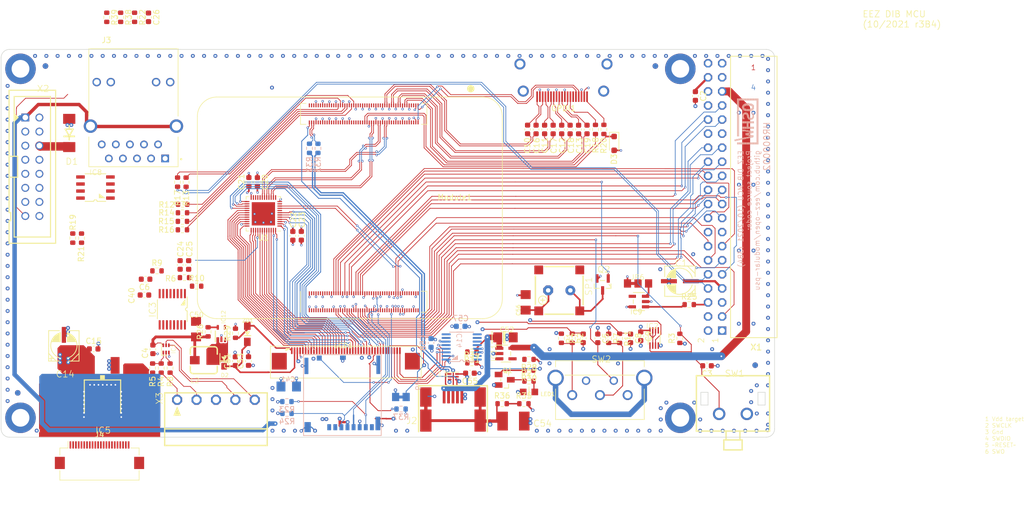
<source format=kicad_pcb>
(kicad_pcb (version 20221018) (generator pcbnew)
  (layers (0 "F.Cu" signal) (1 "In1.Cu" power) (2 "In2.Cu" mixed) (31 "B.Cu" signal) (34 "B.Paste" user) (35 "F.Paste" user) (36 "B.SilkS" user "B.Silkscreen") (37 "F.SilkS" user "F.Silkscreen") (38 "B.Mask" user) (39 "F.Mask" user) (44 "Edge.Cuts" user))
  (net 0 "")
  (net 1 "GND")
  (net 2 "~{RESET}")
  (net 3 "ENC_SW")
  (net 4 "+5V")
  (net 5 "DAC_OUT1")
  (net 6 "LTDC_R4")
  (net 7 "LTDC_G2")
  (net 8 "USB_OTG_FS_VBUS")
  (net 9 "USB_OTG_FS_ID")
  (net 10 "USB_OTG_FS_D_N")
  (net 11 "USB_OTG_FS_D_P")
  (net 12 "LTDC_R3")
  (net 13 "LTDC_R6")
  (net 14 "USER_SW")
  (net 15 "I2C1_SCL")
  (net 16 "I2C1_SDA")
  (net 17 "SPI2_MISO")
  (net 18 "TFT_BRIGHTNESS")
  (net 19 "LTDC_R5")
  (net 20 "ENC_A")
  (net 21 "ENC_B")
  (net 22 "SDMMC1_D0")
  (net 23 "SDMMC1_CK")
  (net 24 "DIN2")
  (net 25 "/TFT LCD Audio USB/VLED+")
  (net 26 "DOUT2")
  (net 27 "SDMMC1_CMD")
  (net 28 "SPI2_CSB")
  (net 29 "SPI2_CSA")
  (net 30 "OE_SYNC")
  (net 31 "Net-(IC11-OUT)")
  (net 32 "SD_DETECT")
  (net 33 "SPI5_CLK")
  (net 34 "SPI5_MISO")
  (net 35 "SPI5_MOSI")
  (net 36 "LTDC_DE")
  (net 37 "PWR_DIRECT")
  (net 38 "LTDC_CLK")
  (net 39 "PE")
  (net 40 "LTDC_G4")
  (net 41 "SPI2_CLK")
  (net 42 "SPI2_MOSI")
  (net 43 "LTDC_VSYNC")
  (net 44 "LTDC_HSYNC")
  (net 45 "LTDC_G6")
  (net 46 "BOOT0")
  (net 47 "Net-(IC12-SW)")
  (net 48 "Net-(IC1-IO1)")
  (net 49 "Net-(IC1-IO2)")
  (net 50 "Net-(IC1-IO3)")
  (net 51 "Net-(IC1-IO4)")
  (net 52 "LTDC_R7")
  (net 53 "LTDC_G5")
  (net 54 "LTDC_G7")
  (net 55 "LTDC_G3")
  (net 56 "LTDC_B3")
  (net 57 "LTDC_B4")
  (net 58 "LTDC_B5")
  (net 59 "LTDC_B6")
  (net 60 "LTDC_B7")
  (net 62 "~{USB_OTG_FS_OC}")
  (net 63 "USB_OTG_FS_PSO")
  (net 64 "IRQ_TOUCH")
  (net 65 "SPI4_CLK")
  (net 66 "Net-(IC3G-O)")
  (net 67 "Net-(IC3G-I)")
  (net 68 "UART_TX{slash}DOUT1")
  (net 69 "Net-(IC3E-I)")
  (net 70 "Net-(IC3E-O)")
  (net 71 "SPI4_MISO")
  (net 72 "SPI4_CSA")
  (net 73 "SPI4_CSB")
  (net 74 "SPI5_CSB")
  (net 75 "SPI5_CSA")
  (net 76 "PWR_SSTART")
  (net 77 "+12V")
  (net 78 "~{FAULT}")
  (net 79 "SPI2_IRQ")
  (net 80 "SPI5_IRQ")
  (net 81 "SPI4_IRQ")
  (net 82 "+VAUX")
  (net 83 "UART_RX{slash}DIN1")
  (net 84 "PDR_ON")
  (net 85 "/TFT LCD Audio USB/VLED-")
  (net 86 "/TFT LCD Audio USB/USB_D_N")
  (net 87 "/TFT LCD Audio USB/USB_D_P")
  (net 88 "/TFT LCD Audio USB/XR")
  (net 89 "/TFT LCD Audio USB/YU")
  (net 90 "/TFT LCD Audio USB/XL")
  (net 91 "/TFT LCD Audio USB/YD")
  (net 92 "Net-(IC9-~{RST})")
  (net 93 "Net-(IC9-RST)")
  (net 94 "Net-(IC12-VIN)")
  (net 97 "+VAUX_OUT")
  (net 98 "RTC_REF")
  (net 99 "WDG")
  (net 100 "/TFT LCD Audio USB/LCD_DISP")
  (net 101 "Net-(LED1-PadC)")
  (net 102 "Net-(Q1-PadB)")
  (net 103 "Net-(Q1-PadC)")
  (net 105 "Net-(R1-Pad2)")
  (net 106 "Net-(R4-Pad1)")
  (net 107 "Net-(R11-Pad2)")
  (net 109 "Net-(R35-Pad1)")
  (net 111 "SPI4_MOSI")
  (net 112 "Net-(LCD1-RESET)")
  (net 114 "Net-(Q2-D)")
  (net 115 "Net-(X3B-1)")
  (net 116 "unconnected-(SW2A-SH-PadGND1)")
  (net 117 "CM4_3.3V")
  (net 118 "ACT_LED")
  (net 119 "ADC2_IN6")
  (net 120 "Net-(J3-P1)")
  (net 121 "/CM4_IO_slow/eth_0p")
  (net 122 "/CM4_IO_slow/eth_0n")
  (net 123 "/CM4_IO_slow/eth_1p")
  (net 124 "ADC1_IN5")
  (net 125 "CAM_GPIO")
  (net 126 "/CM4_IO_slow/eth_2p")
  (net 127 "/CM4_IO_slow/eth_2n")
  (net 128 "/CM4_IO_slow/eth_1n")
  (net 129 "/CM4_IO_slow/eth_3p")
  (net 130 "EN_GPIO")
  (net 131 "RESET")
  (net 132 "/CM4_IO_slow/eth_3n")
  (net 134 "Net-(J3-P10)")
  (net 136 "Net-(J3-Pad11)")
  (net 152 "PCIe_CLK_nREQ")
  (net 153 "PCIe_nRST")
  (net 154 "PCIe_CLK_P")
  (net 156 "VDAC_COMP")
  (net 158 "PCIe_CLK_N")
  (net 159 "PCIe_RX_P")
  (net 160 "PCIe_RX_N")
  (net 161 "PCIe_TX_P")
  (net 162 "PCIe_TX_N")
  (net 163 "CAM0_D0_N")
  (net 164 "CAM0_D0_P")
  (net 165 "CAM0_D1_N")
  (net 167 "CAM0_D1_P")
  (net 169 "CAM0_C_N")
  (net 170 "CAM0_C_P")
  (net 171 "GPDI0_CEC")
  (net 173 "GPDI0_HOTPLUG")
  (net 175 "DSIHOST_D0N")
  (net 176 "DSIHOST_D0P")
  (net 177 "DSIHOST_D1N")
  (net 179 "DSIHOST_D1P")
  (net 181 "DSIHOST_CKN")
  (net 182 "GPDI0_TX2_P")
  (net 183 "DSIHOST_CKP")
  (net 185 "GPDI0_TX2_N")
  (net 187 "GPDI0_TX1_P")
  (net 188 "GPDI0_TX1_N")
  (net 189 "GPDI0_TX0_P")
  (net 191 "GPDI0_TX0_N")
  (net 193 "GPDI0_CLK_P")
  (net 195 "GPDI0_CLK_N")
  (net 201 "GPDI0_SDA")
  (net 202 "GPDI0_SCL")
  (net 219 "/CM4_IO_fast/GPDI_D2+")
  (net 220 "/CM4_IO_fast/GPDI_D1+")
  (net 221 "/CM4_IO_fast/GPDI_D0+")
  (net 222 "/CM4_IO_fast/GPDI_CLK+")
  (net 223 "/CM4_IO_fast/GPDI_D2-")
  (net 224 "/CM4_IO_fast/GPDI_D1-")
  (net 225 "/CM4_IO_fast/GPDI_D0-")
  (net 226 "/CM4_IO_fast/GPDI_CLK-")
  (net 227 "/CM4_IO_fast/GPDI_CEC")
  (net 229 "/CM4_IO_fast/GPDI_HPD")
  (net 230 "Net-(U1-VCORE)")
  (net 231 "LTDC_R0")
  (net 232 "LTDC_R1")
  (net 233 "LTDC_R2")
  (net 234 "LTDC_G0")
  (net 235 "LTDC_G1")
  (net 236 "LTDC_B0")
  (net 237 "LTDC_B1")
  (net 238 "LTDC_B2")
  (net 240 "/CM4_IO_fast/EN")
  (net 241 "/CM4_IO_fast/REF_CLK")
  (net 242 "/CM4_IO_fast/DSI_D2+")
  (net 243 "/CM4_IO_fast/DSI_D2-")
  (net 244 "/CM4_IO_fast/DSI_D3+")
  (net 245 "/CM4_IO_fast/DSI_D3-")
  (net 246 "Net-(J3-Pad14)")
  (net 247 "/CM4_IO_slow/eth_led3")
  (net 248 "/CM4_IO_slow/eth_led2")
  (net 249 "/CM4_IO_slow/eth_led1")
  (footprint "Resistor_SMD:R_0603_1608Metric" (layer "F.Cu") (at 127.4552 114.707 -90)
    (fp_text reference "R1")
    (fp_text value "4K7")
  )
  (footprint "EEZ_DIB_MCU_r3B4:DPACK" (layer "F.Cu") (at 44.6862 124.391484 180)
    (fp_text reference "IC5")
    (fp_text value "LD1117ADT33TR")
  )
  (footprint "EEZ_DIB_MCU_r3B4:DO214AA" (layer "F.Cu") (at 38.6918 77.642784 90)
    (fp_text reference "D1")
    (fp_text value "SMBJ5.0A-TR")
  )
  (footprint "Resistor_SMD:R_0603_1608Metric" (layer "F.Cu") (at 58.23 86.52 -90)
    (fp_text reference "R17")
    (fp_text value "0" hide)
  )
  (footprint "conn-fci:CONN-10029449-111RLF" (layer "F.Cu") (at 127.83 70.09 180)
    (fp_text reference "GPDI1")
    (fp_text value "GPDI-D" hide)
  )
  (footprint "Resistor_SMD:R_0603_1608Metric" (layer "F.Cu") (at 150.51 108.63)
    (fp_text reference "R25")
    (fp_text value "N.C.")
  )
  (footprint "Capacitor_SMD:C_0603_1608Metric" (layer "F.Cu") (at 125.97 77.015 90)
    (fp_text reference "C17")
    (fp_text value "22nF" hide)
  )
  (footprint "Resistor_SMD:R_0603_1608Metric" (layer "F.Cu") (at 59.11 95.13 180)
    (fp_text reference "R16")
    (fp_text value "0" hide)
  )
  (footprint "Capacitor_SMD:C_0603_1608Metric" (layer "F.Cu") (at 134.0211 114.7197 -90)
    (fp_text reference "C5")
    (fp_text value "10n")
  )
  (footprint "Capacitor_SMD:C_0603_1608Metric" (layer "F.Cu") (at 124.43 77.015 90)
    (fp_text reference "C11")
    (fp_text value "22nF" hide)
  )
  (footprint "EEZ_DIB_MCU_r3B4:C1812" (layer "F.Cu") (at 118.8065 129.6549 180)
    (fp_text reference "C54")
    (fp_text value "4n7/1kV")
  )
  (footprint "CM4IO:Raspberry-Pi-4-Compute-Module" (layer "F.Cu") (at 113.3 107.66 90)
    (fp_text reference "Module1")
    (fp_text value "ComputeModule4-CM4")
  )
  (footprint "EEZ_DIB_MCU_r3B4:FIDUCIAL" (layer "F.Cu") (at 29.4051 124.5632)
    (fp_text reference "FM2" hide)
    (fp_text value "FIDUCIAL" hide)
  )
  (footprint "EEZ_DIB_MCU_r3B4:FIDUCIAL" (layer "F.Cu") (at 34.4051 65.5632)
    (fp_text reference "FM3" hide)
    (fp_text value "FIDUCIAL" hide)
  )
  (footprint "Capacitor_SMD:C_0603_1608Metric" (layer "F.Cu") (at 53.78 116.71 -90)
    (fp_text reference "C4")
    (fp_text value "100n")
  )
  (footprint "Resistor_SMD:R_0603_1608Metric" (layer "F.Cu") (at 55.28 120.09 90)
    (fp_text reference "R4")
    (fp_text value "4K7")
  )
  (footprint "EEZ_DIB_MCU_r3B4:IDC-16PIN" (layer "F.Cu") (at 32.0401 83.7444 -90)
    (fp_text reference "X2")
    (fp_text value "DS1013-16SSIB1")
  )
  (footprint "Diode_SMD:D_SOD-323_HandSoldering" (layer "F.Cu") (at 136.97 79.53 -90)
    (fp_text reference "D3")
    (fp_text value "3.6V" hide)
  )
  (footprint "Capacitor_SMD:C_0603_1608Metric" (layer "F.Cu") (at 79.02 96.21 90)
    (fp_text reference "C22")
    (fp_text value "10nF" hide)
  )
  (footprint "Capacitor_SMD:C_0603_1608Metric" (layer "F.Cu") (at 72.63 86.48 -90)
    (fp_text reference "C20")
    (fp_text value "10nF" hide)
  )
  (footprint "Capacitor_SMD:C_0603_1608Metric" (layer "F.Cu") (at 121.36 77.005 90)
    (fp_text reference "C10")
    (fp_text value "22nF" hide)
  )
  (footprint "EEZ_DIB_MCU_r3B4:FIDUCIAL" (layer "F.Cu") (at 162.4051 119.5632)
    (fp_text reference "FM1" hide)
    (fp_text value "FIDUCIAL" hide)
  )
  (footprint "EEZ_DIB_MCU_r3B4:DCK5" (layer "F.Cu") (at 66.1354 113.8616 90)
    (fp_text reference "IC12")
    (fp_text value "TPS61169DCKR")
  )
  (footprint "Capacitor_SMD:C_0603_1608Metric" (layer "F.Cu") (at 71.0249 118.8273 90)
    (fp_text reference "C53")
    (fp_text value "2u2")
  )
  (footprint "Resistor_SMD:R_0603_1608Metric" (layer "F.Cu") (at 135.12 77.005 90)
    (fp_text reference "R20")
    (fp_text value "549" hide)
  )
  (footprint "Capacitor_SMD:C_0603_1608Metric" (layer "F.Cu") (at 71.09 86.47 -90)
    (fp_text reference "C21")
    (fp_text value "1uF" hide)
  )
  (footprint "Resistor_SMD:R_0603_1608Metric" (layer "F.Cu") (at 53.73 120.09 -90)
    (fp_text reference "R5")
    (fp_text value "4K7")
  )
  (footprint "EEZ_DIB_MCU_r3B4:C1206" (layer "F.Cu") (at 61.5634 113.0615 90)
    (fp_text reference "C50")
    (fp_text value "4u7")
  )
  (footprint "Resistor_SMD:R_0603_1608Metric" (layer "F.Cu") (at 61.67 105.3)
    (fp_text reference "R10")
    (fp_text value "1K")
  )
  (footprint "Resistor_SMD:R_0603_1608Metric" (layer "F.Cu") (at 121.6132 120.4855 180)
    (fp_text reference "R30")
    (fp_text value "N.C.")
  )
  (footprint "EEZ_DIB_MCU_r3B4:PANASONIC_C" (layer "F.Cu") (at 37.7266 116.072984 90)
    (fp_text reference "C14")
    (fp_text value "EEEFK1V220R")
  )
  (footprint "EEZ_DIB_MCU_r3B4:EC1206" (layer "F.Cu") (at 117.3714 114.5419)
    (fp_text reference "C52")
    (fp_text value "4u7")
  )
  (footprint "EEZ_DIB_MCU_r3B4:MC1,5_5-G-3,5" (layer "F.Cu") (at 65.1551 125.8132)
    (fp_text reference "X3")
    (fp_text value "691322110005")
  )
  (footprint "EEZ_DIB_MCU_r3B4:DBV5" (layer "F.Cu") (at 117.4476 117.4629)
    (fp_text reference "IC11")
    (fp_text value "TPS2051BDBVR")
  )
  (footprint "EEZ_DIB_MCU_r3B4:DCU8" (layer "F.Cu") (at 144.1811 114.6562 90)
    (fp_text reference "IC2")
    (fp_text value "74AUP1G74DC.125")
  )
  (footprint "EEZ_DIB_MCU_r3B4:SOIC127P600X173-8N" (layer "F.Cu") (at 43.42 87.5 180)
    (fp_text reference "IC8")
    (fp_text value "AT24C256C-SSHL-B")
  )
  (footprint "EEZ_DIB_MCU_r3B4:DRL6" (layer "F.Cu") (at 56.16 116.62 90)
    (fp_text reference "IC1")
    (fp_text value "TPD4E001DRLR")
  )
  (footprint "Capacitor_SMD:C_0603_1608Metric" (layer "F.Cu") (at 122.89 77.015 90)
    (fp_text reference "C16")
    (fp_text value "22nF" hide)
  )
  (footprint "Resistor_SMD:R_0603_1608Metric" (layer "F.Cu") (at 111.3262 117.1708 180)
    (fp_text reference "R31")
    (fp_text value "4K7")
  )
  (footprint "Capacitor_SMD:C_0603_1608Metric" (layer "F.Cu") (at 68.65 118.84 90)
    (fp_text reference "C51")
    (fp_text value "1u")
  )
  (footprint "Resistor_SMD:R_0603_1608Metric" (layer "F.Cu") (at 54.52 102.54)
    (fp_text reference "R9")
    (fp_text value "4K7")
  )
  (footprint "EEZ_DIB_MCU_r3B4:PANASONIC_C" (layer "F.Cu") (at 148.8293 104.4073 180)
    (fp_text reference "C1")
    (fp_text value "EEEFK1V220R")
  )
  (footprint "EEZ_DIB_MCU_r3B4:SOT23-BEC" (layer "F.Cu") (at 117.2317 122.2 -90)
    (fp_text reference "Q1")
    (fp_text value "N.C.")
  )
  (footprint "Capacitor_SMD:C_0603_1608Metric" (layer "F.Cu") (at 151.6233 70.9682 -90)
    (fp_text reference "C2")
    (fp_text value "2u2")
  )
  (footprint "Resistor_SMD:R_0603_1608Metric" (layer "F.Cu") (at 129.4237 114.707 -90)
    (fp_text reference "R2")
    (fp_text value "10K")
  )
  (footprint "EEZ_DIB_MCU_r3B4:LED_0805" (layer "F.Cu") (at 121.6132 124.3971 -90)
    (fp_text reference "LED1")
    (fp_text value "N.C.")
  )
  (footprint "EEZ_DIB_MCU_r3B4:678038020" (layer "F.Cu") (at 107.9051 131.5632 90)
    (fp_text reference "J2")
    (fp_text value "67803-8020")
  )
  (footprint "Package_DFN_QFN:QFN-48-1EP_6x6mm_P0.4mm_EP4.2x4.2mm" (layer "F.Cu") (at 73.71 92.24 180)
    (fp_text reference "U1")
    (fp_text value "ICN6211")
  )
  (footprint "Resistor_SMD:R_0603_1608Metric" (layer "F.Cu") (at 137.9581 114.7197 -90)
    (fp_text reference "R11")
    (fp_text value "10K")
  )
  (footprint "Capacitor_SMD:C_0603_1608Metric" (layer "F.Cu") (at 52.46 104.04 180)
    (fp_text reference "C40")
    (fp_text value "100n")
  )
  (footprint "Capacitor_SMD:C_0603_1608Metric" (layer "F.Cu") (at 52.99 56.765 -90)
    (fp_text reference "C26")
    (fp_text value "C_Small")
  )
  (footprint "Resistor_SMD:R_0603_1608Metric" (layer "F.Cu") (at 59.48 103.76)
    (fp_text reference "R6")
    (fp_text value "1K")
  )
  (footprint "Resistor_SMD:R_0603_1608Metric" (layer "F.Cu") (at 50.48 56.765 -90)
    (fp_text reference "R22")
    (fp_text value "R_Small")
  )
  (footprint "Capacitor_SMD:C_0603_1608Metric" (layer "F.Cu") (at 43.0987 116.631784)
    (fp_text reference "C15")
    (fp_text value "100n")
  )
  (footprint "Connector_FFC-FPC:Hirose_FH12-22S-0.5SH_1x22-1MP_P0.50mm_Horizontal" (layer "F.Cu") (at 44.15 135.81)
    (fp_text reference "J4")
    (fp_text value "Conn_01x22_Socket")
  )
  (footprint "EEZ_DIB_MCU_r3B4:FPC_40" (layer "F.Cu") (at 88.5805 118.8472)
    (fp_text reference "LCD1")
    (fp_text value "505110-4091")
  )
  (footprint "Capacitor_SMD:C_0603_1608Metric" (layer "F.Cu") (at 153.7188 119.6727 180)
    (fp_text reference "C3")
    (fp_text value "10n")
  )
  (footprint "Resistor_SMD:R_0603_1608Metric" (layer "F.Cu") (at 45.46 56.765 -90)
    (fp_text reference "R39")
    (fp_text value "R_Small")
  )
  (footprint "Resistor_SMD:R_0603_1608Metric" (layer "F.Cu") (at 121.6132 118.517 180)
    (fp_text reference "R28")
    (fp_text value "10K")
  )
  (footprint "EEZ_DIB_MCU_r3B4:PW16" (layer "F.Cu") (at 57.28 109.47 -90)
    (fp_text reference "IC3")
    (fp_text value "CD74HC4050PWR")
  )
  (footprint "Resistor_SMD:R_0603_1608Metric" (layer "F.Cu") (at 59.77 86.53 -90)
    (fp_text reference "R13")
    (fp_text value "0" hide)
  )
  (footprint "EEZ_DIB_MCU_r3B4:SOD323-R" (layer "F.Cu") (at 66.618 118.459 90)
    (fp_text reference "D2")
    (fp_text value "RB751V40T1G")
  )
  (footprint "EEZ_DIB_MCU_r3B4:DRL6" (layer "F.Cu") (at 107.9607 121.6539)
    (fp_text reference "IC13")
    (fp_text value "TPD4E001DRLR")
  )
  (footprint "Capacitor_SMD:C_0603_1608Metric" (layer "F.Cu") (at 58.69 101.465 90)
    (fp_text reference "C24")
    (fp_text value "10nF" hide)
  )
  (footprint "Capacitor_SMD:C_0603_1608Metric" (layer "F.Cu") (at 129.03 77.015 90)
    (fp_text reference "C18")
    (fp_text value "22nF" hide)
  )
  (footprint "Resistor_SMD:R_0603_1608Metric" (layer "F.Cu") (at 39.33 96.625 90)
    (fp_text reference "R19")
    (fp_text value "4.7K" hide)
  )
  (footprint "Capacitor_SMD:C_0603_1608Metric" (layer "F.Cu") (at 139.9266 114.7197 -90)
    (fp_text reference "C8")
    (fp_text value "10n")
  )
  (footprint "Capacitor_SMD:C_0603_1608Metric" (layer "F.Cu") (at 80.55 96.205 90)
    (fp_text reference "C23")
    (fp_text value "1uF" hide)
  )
  (footprint "Resistor_SMD:R_0603_1608Metric" (layer "F.Cu") (at 47.97 56.765 -90)
    (fp_text reference "R38")
    (fp_text value "R_Small")
  )
  (footprint "Capacitor_SMD:C_0603_1608Metric" (layer "F.Cu") (at 110.9579 121.0062 180)
    (fp_text reference "C55")
    (fp_text value "100n")
  )
  (footprint "Resistor_SMD:R_0603_1608Metric" (layer "F.Cu") (at 59.14 90.52 180)
    (fp_text reference "R12")
    (fp_text value "0" hide)
  )
  (footprint "Capacitor_SMD:C_0603_1608Metric" (layer "F.Cu") (at 52.26 106.9)
    (fp_text reference "C6")
    (fp_text value "100n")
  )
  (footprint "EEZ_DIB_MCU_r3B4:ZL263-40DG" (layer "F.Cu") (at 153.9051 65.0632 -90)
    (fp_text reference "X1")
    (fp_text value "DS1024-2*20R0")
  )
  (footprint "Resistor_SMD:R_0603_1608Metric" (layer "F.Cu") (at 111.3135 119.152)
    (fp_text reference "R34")
    (fp_text value "10K")
  )
  (footprint "EEZ_DIB_MCU_r3B4:SOT103P240X110-3N" (layer "F.Cu") (at 134.89 104.99 -90)
    (fp_text reference "Q2")
    (fp_text value "2N7002" hide)
  )
  (footprint "EEZ_DIB_MCU_r3B4:SOD323-W" (layer "F.Cu") (at 70.81 113.9 90)
    (fp_text reference "ZD1")
    (fp_text value "BZX384-B24.115")
  )
  (footprint "Resistor_SMD:R_0603_1608Metric" (layer "F.Cu") (at 56.88 120.09 90)
    (fp_text reference "R8")
    (fp_text value "4K7")
  )
  (footprint "EEZ_DIB_MCU_r3B4:DE0403" (layer "F.Cu") (at 62.9604 118.6622 90)
    (fp_text reference "L2")
    (fp_text value "DLG-0403-4R7")
  )
  (footprint "Capacitor_SMD:C_0603_1608Metric" (layer "F.Cu") (at 131.3922 114.707 90)
    (fp_text reference "C7")
    (fp_text value "10n")
  )
  (footprint "Resistor_SMD:R_0603_1608Metric" (layer "F.Cu") (at 59.11 93.6 180)
    (fp_text reference "R15")
    (fp_text value "0" hide)
  )
  (footprint "Resistor_SMD:R_0603_1608Metric" (layer "F.Cu") (at 121.6132 122.454)
    (fp_text reference "R27")
    (fp_text value "N.C.")
  )
  (footprint "Resistor_SMD:R_0603_1608Metric" (layer "F.Cu") (at 59.125 92.05 180)
    (fp_text reference "R14")
    (fp_text value "0" hide)
  )
  (footprint "EEZ_DIB_MCU_r3B4:C1206" (layer "F.Cu") (at 121.01 108.22 -90)
    (fp_text reference "C56")
    (fp_text value "4u7")
  )
  (footprint "Resistor_SMD:R_0603_1608Metric" (layer "F.Cu") (at 68.6754 113.7981 90)
    (fp_text reference "R29")
    (fp_text value "10R")
  )
  (footprint "EEZ_DIB_MCU_r3B4:LD-BZEN_COMBO" (layer "F.Cu") (at 127.07 106.06 90)
    (fp_text reference "SP1")
    (fp_text value "LD-BZEN 0903")
  )
  (footprint "Resistor_SMD:R_0603_1608Metric" (layer "F.Cu") (at 148.8166 114.7197 90)
    (fp_text reference "R3")
    (fp_text value "10K")
  )
  (footprint "Capacitor_SMD:C_0603_1608Metric" (layer "F.Cu") (at 127.51 77.015 90)
    (fp_text reference "C12")
    (fp_text value "22nF" hide)
  )
  (footprint "Capacitor_SMD:C_0603_1608Metric" (layer "F.Cu") (at 132.08 77.015 90)
    (fp_text reference "C19")
    (fp_text value "22nF" hide)
  )
  (footprint "EEZ_DIB_MCU_r3B4:SOT23-5L_STM" (layer "F.Cu") (at 141.4438 108.08 180)
    (fp_text reference "IC9")
    (fp_text value "N.C.")
  )
  (footprint "EEZ_DIB_MCU_r3B4:PEC16-2215F" (layer "F.Cu") (at 134.4051 124.9632 -90)
    (fp_text reference "SW2")
    (fp_text value "PEC16-2215F-S0024")
  )
  (footprint "EEZ_DIB_MCU_r3B4:FIDUCIAL" (layer "F.Cu") (at 144.4051 65.5632)
    (fp_text reference "FM4" hide)
    (fp_text value "FIDUCIAL" hide)
  )
  (footprint "Resistor_SMD:R_0603_1608Metric" (layer "F.Cu") (at 40.91 96.63 -90)
    (fp_text reference "R21")
    (fp_text value "4.7K" hide)
  )
  (footprint "HR911130A:HANRUN_HR911130A" (layer "F.Cu") (at 50.275 73.36)
    (fp_text reference "J3")
    (fp_text value "HR911130A")
  )
  (footprint "Capacitor_SMD:C_0603_1608Metric" (layer "F.Cu") (at 60.23 101.47 90)
    (fp_text reference "C25")
    (fp_text value "1uF" hide)
  )
  (footprint "Resistor_SMD:R_0603_1608Metric" (layer "F.Cu") (at 120.6988 126.518)
    (fp_text reference "R35")
    (fp_text value "470K")
  )
  (footprint "Resistor_SMD:R_0603_1608Metric" (layer "F.Cu") (at 63.7351 113.5441 90)
    (fp_text reference "R26")
    (fp_text value "10R")
  )
  (footprint "EEZ_DIB_MCU_r3B4:TL1100C" (layer "F.Cu") (at 158.4051 128.3632 90)
    (fp_text reference "SW1")
    (fp_text value "TL1100CF160Q")
    (fp_line (start 1.6 -5.8) (end 1.6 -4.5) (stroke (width 0.1)) (layer "Edge.Cuts"))
    (fp_line (start 1.6 -4.5) (end 3.9 -4.5) (stroke (width 0.1)) (layer "Edge.Cuts"))
    (fp_line (start 1.6 4.5) (end 1.6 5.8) (stroke (width 0.1)) (layer "Edge.Cuts"))
    (fp_line (start 1.6 5.8) (end 3.9 5.8) (stroke (width 0.1)) (layer "Edge.Cuts"))
    (fp_line (start 3.9 -5.8) (end 1.6 -5.8) (stroke (width 0.1)) (layer "Edge.Cuts"))
    (fp_line (start 3.9 -4.5) (end 3.9 -5.8) (stroke (width 0.1)) (layer "Edge.Cuts"))
    (fp_line (start 3.9 4.5) (end 1.6 4.5) (stroke (width 0.1)) (layer "Edge.Cuts"))
    (fp_line (start 3.9 5.8) (end 3.9 4.5) (stroke (width 0.1)) (layer "Edge.Cuts"))
  )
  (footprint "Resistor_SMD:R_0603_1608Metric" (layer "F.Cu") (at 135.9896 114.7197 -90)
    (fp_text reference "R7")
    (fp_text value "4K7")
  )
  (footprint "Capacitor_SMD:C_0603_1608Metric" (layer "F.Cu") (at 141.7681 114.3387 -90)
    (fp_text reference "C9")
    (fp_text value "100n")
  )
  (footprint "EEZ_DIB_MCU_r3B4:JP3-0805-CUT2" (layer "F.Cu") (at 141.28 104.81 180)
    (fp_text reference "JP6")
    (fp_text value "JP3-CUT-0805-ROTATED" hide)
  )
  (footprint "Resistor_SMD:R_0603_1608Metric" (layer "F.Cu") (at 116.7745 126.518)
    (fp_text reference "R36")
    (fp_text value "470K")
  )
  (footprint "Capacitor_SMD:C_0603_1608Metric" (layer "F.Cu") (at 130.56 77.02 90)
    (fp_text reference "C13")
    (fp_text value "22nF" hide)
  )
  (footprint "Resistor_SMD:R_0603_1608Metric" (layer "F.Cu") (at 133.6 77.015 -90)
    (fp_text reference "R18")
    (fp_text value "549" hide)
  )
  (footprint "Capacitor_SMD:C_0603_1608Metric" (layer "B.Cu") (at 109.285 112.55 180)
    (fp_text reference "C57")
    (fp_text value "100n" hide)
  )
  (footprint "Resistor_SMD:R_0603_1608Metric" (layer "B.Cu") (at 82.02 80.415 90)
    (fp_text reference "R32")
    (fp_text value "22R" hide)
  )
  (footprint "EEZ_DIB_MCU_r3B4:CERT-SMALL-SILK" (layer "B.Cu") (at 163.0152 75.5656 -90)
    (fp_text reference "LABEL1" hide)
    (fp_text value "HR000002")
  )
  (footprint "EEZ_DIB_MCU_r3B4:JP2-0805-NOCUT" (layer "B.Cu") (at 98.51 125.31 180)
    (fp_text reference "JP9")
    (fp_text value "JP2-NOCUT-0805" hide)
  )
  (footprint "EEZ_DIB_MCU_r3B4:5033981892-PCBA" (layer "B.Cu") (at 81.1256 117.8312)
    (fp_text reference "J1")
    (fp_text value "5033981892")
  )
  (footprint "Resistor_SMD:R_0603_1608Metric" (layer "B.Cu") (at 98.54 127.48)
    (fp_text reference "R37")
    (fp_text value "10K")
  )
  (footprint "Resistor_SMD:R_0603_1608Metric" (layer "B.Cu") (at 77.95 126.1342)
    (fp_text reference "R23")
    (fp_text value "47K")
  )
  (footprint "EEZ_DIB_MCU_r3B4:FIDUCIAL" (layer "B.Cu") (at 162.4051 119.5632 180)
    (fp_text reference "FM7" hide)
    (fp_text value "FIDUCIAL" hide)
  )
  (footprint "EEZ_DIB_MCU_r3B4:FIDUCIAL" (layer "B.Cu") (at 29.4051 124.5632 180)
    (fp_text reference "FM5" hide)
    (fp_text value "FIDUCIAL" hide)
  )
  (footprint "EEZ_DIB_MCU_r3B4:FIDUCIAL" (layer "B.Cu") (at 144.4051 65.5632 180)
    (fp_text reference "FM8" hide)
    (fp_text value "FIDUCIAL" hide)
  )
  (footprint "Resistor_SMD:R_0603_1608Metric" (layer "B.Cu") (at 77.97 128.28)
    (fp_text reference "R24")
    (fp_text value "47K")
  )
  (footprint "Capacitor_SMD:C_0603_1608Metric" (layer "B.Cu") (at 103.95 115.54 -90)
    (fp_text reference "C58")
    (fp_text value "1u" hide)
  )
  (footprint "Resistor_SMD:R_0603_1608Metric" (layer "B.Cu") (at 83.55 80.42 90)
    (fp_text reference "R33")
    (fp_text value "22R" hide)
  )
  (footprint "EEZ_DIB_MCU_r3B4:PW(R-PDSO-G16)" (layer "B.Cu") (at 109.47 116.25)
    (fp_text reference "IC14")
    (fp_text value "TSC2007IPW" hide)
  )
  (footprint "EEZ_DIB_MCU_r3B4:C1206" (layer "B.Cu") (at 78.28 123.41)
    (fp_text reference "C41")
    (fp_text value "4u7")
  )
  (footprint "EEZ_DIB_MCU_r3B4:FIDUCIAL" (layer "B.Cu") (at 34.4051 65.5632 180)
    (fp_text reference "FM6" hide)
    (fp_text value "FIDUCIAL" hide)
  )
  (gr_circle (center 111.1103 69.6474) (end 111.4405 69.6474) (stroke (width 0.6604)) (fill none) (layer "F.SilkS"))
  (gr_arc (start 164.4051 62.5632) (mid 165.46576 63.00254) (end 165.9051 64.0632) (stroke (width 0.1)) (layer "Edge.Cuts"))
  (gr_line (start 165.9051 131.0632) (end 165.9051 64.0632) (stroke (width 0.1)) (layer "Edge.Cuts"))
  (gr_arc (start 165.9051 131.0632) (mid 165.46576 132.12386) (end 164.4051 132.5632) (stroke (width 0.1)) (layer "Edge.Cuts"))
  (gr_line (start 26.4051 131.0632) (end 26.4051 64.0632) (stroke (width 0.1)) (layer "Edge.Cuts"))
  (gr_arc (start 26.4051 64.0632) (mid 26.84444 63.00254) (end 27.9051 62.5632) (stroke (width 0.1)) (layer "Edge.Cuts"))
  (gr_line (start 164.4051 62.5632) (end 27.9051 62.5632) (stroke (width 0.1)) (layer "Edge.Cuts"))
  (gr_line (start 27.9051 132.5632) (end 164.4051 132.5632) (stroke (width 0.1)) (layer "Edge.Cuts"))
  (gr_arc (start 27.9051 132.5632) (mid 26.84444 132.12386) (end 26.4051 131.0632) (stroke (width 0.1)) (layer "Edge.Cuts"))
  (gr_text "1" (at 162.0911 66.3633) (layer "F.Cu") (effects (font (size 0.9144 0.9144) (thickness 0.1016)) (justify bottom)))
  (gr_text "4" (at 162.0911 69.9828) (layer "B.Cu") (effects (font (size 0.9144 0.9144) (thickness 0.1016)) (justify bottom)))
  (gr_text "EEZ DIB MCU (10/2021 r3B4)\nProject source code:\ngithub.com/eez-open/modular-psu" (at 163.2946 80.7345 -270) (layer "B.SilkS") (effects (font (size 0.9144 0.9144) (thickness 0.1016)) (justify left bottom mirror)))
  (gr_text "1 Vdd target\n2 SWCLK\n3 Gnd\n4 SWDIO\n5 ~RESET~\n6 SWO" (at 203.8064 128.8485) (layer "F.SilkS") (effects (font (size 0.73152 0.73152) (thickness 0.08128)) (justify left top)))
  (gr_text "EEZ DIB MCU\n(10/2021 r3B4)" (at 181.71 58.69) (layer "F.SilkS") (effects (font (size 1.143 1.143) (thickness 0.127)) (justify left bottom)))
  (via (at 29.9051 129.0632) (size 5.5) (drill 3.2) (layers "F.Cu" "B.Cu") (net 0))
  (via (at 148.9051 129.0632) (size 5.5) (drill 3.2) (layers "F.Cu" "B.Cu") (net 0))
  (via (at 148.9051 66.0632) (size 5.5) (drill 3.2) (layers "F.Cu" "B.Cu") (net 0))
  (via (at 29.9051 66.0632) (size 5.5) (drill 3.2) (layers "F.Cu" "B.Cu") (net 0))
  (segment (start 110.0943 125.5528) (end 109.7197 125.5528) (width 0.2286) (layer "F.Cu") (net 1))
  (segment (start 95.2 72.66) (end 95.2 73.31) (width 0.127) (layer "F.Cu") (net 1))
  (segment (start 45.8831 119.533) (end 46.9318 119.533) (width 0.254) (layer "F.Cu") (net 1))
  (segment (start 56.66 117.27) (end 56.72 117.33) (width 0.127) (layer "F.Cu") (net 1))
  (segment (start 80.55 96.98) (end 80.55 97.89) (width 0.3) (layer "F.Cu") (net 1))
  (segment (start 94.8 109.66) (end 94.8 109) (width 0.127) (layer "F.Cu") (net 1))
  (segment (start 100 73.36) (end 100.01 73.37) (width 0.127) (layer "F.Cu") (net 1))
  (segment (start 109.7197 125.5528) (end 109.5051 125.3382) (width 0.2286) (layer "F.Cu") (net 1))
  (segment (start 144.9311 116.0278) (end 145.3749 116.0278) (width 0.1524) (layer "F.Cu") (net 1))
  (segment (start 83.2 75.09) (end 83.21 75.08) (width 0.127) (layer "F.Cu") (net 1))
  (segment (start 92.8 72.66) (end 92.8 73.37) (width 0.127) (layer "F.Cu") (net 1))
  (segment (start 75.22 92.24) (end 75.25 92.21) (width 0.127) (layer "F.Cu") (net 1))
  (segment (start 38.4282 75.2635) (end 38.7203 74.9714) (width 0.4064) (layer "F.Cu") (net 1))
  (segment (start 112.2635 119.152) (end 112.3219 119.152) (width 0.2) (layer "F.Cu") (net 1))
  (segment (start 68.65 118.065) (end 68.65 117.31) (width 0.3) (layer "F.Cu") (net 1))
  (segment (start 84.4 106.58) (end 84.4 107.23) (width 0.127) (layer "F.Cu") (net 1))
  (segment (start 122.5632 118.517) (end 123.0414 118.517) (width 0.3) (layer "F.Cu") (net 1))
  (segment (start 83.2 75.74) (end 83.2 75.09) (width 0.127) (layer "F.Cu") (net 1))
  (segment (start 100 72.66) (end 100 73.36) (width 0.127) (layer "F.Cu") (net 1))
  (segment (start 90.4 109.66) (end 90.4 108.56) (width 0.127) (layer "F.Cu") (net 1))
  (segment (start 73.71 92.24) (end 75.07 93.6) (width 0.127) (layer "F.Cu") (net 1))
  (segment (start 83.2 72.66) (end 83.2 71.98) (width 0.127) (layer "F.Cu") (net 1))
  (segment (start 96.4 72.66) (end 96.4 73.35) (width 0.127) (layer "F.Cu") (net 1))
  (segment (start 73.71 92.24) (end 73.71 93.82) (width 0.127) (layer "F.Cu") (net 1))
  (segment (start 107.2749 122.5937) (end 107.2749 122.1897) (width 0.2286) (layer "F.Cu") (net 1))
  (segment (start 131.08 71.09) (end 131.08 69.83) (width 0.127) (layer "F.Cu") (net 1))
  (segment (start 93.6 109.66) (end 93.6 109.083472) (width 0.127) (layer "F.Cu") (net 1))
  (segment (start 139.9266 116.6247) (end 139.9266 115.6697) (width 0.1524) (layer "F.Cu") (net 1))
  (segment (start 126.58 69.85) (end 126.57 69.84) (width 0.127) (layer "F.Cu") (net 1))
  (segment (start 101.2 73.3) (end 101.03 73.47) (width 0.127) (layer "F.Cu") (net 1))
  (segment (start 115.187 117.4629) (end 116.2538 117.4629) (width 0.1524) (layer "F.Cu") (net 1))
  (segment (start 96.4 106.58) (end 96.4 107.213412) (width 0.127) (layer "F.Cu") (net 1))
  (segment (start 136.97 80.78) (end 138.18 80.78) (width 0.3) (layer "F.Cu") (net 1))
  (segment (start 43.9654 115.6722) (end 43.9654 116.4986) (width 0.2032) (layer "F.Cu") (net 1))
  (segment (start 56.72 117.33) (end 56.72 118) (width 0.127) (layer "F.Cu") (net 1))
  (segment (start 97.6 72.66) (end 97.6 73.32) (width 0.127) (layer "F.Cu") (net 1))
  (segment (start 111.8206 121.0189) (end 111.8079 121.0062) (width 0.254) (layer "F.Cu") (net 1))
  (segment (start 86.4 109.66) (end 86.4 109.026724) (width 0.127) (layer "F.Cu") (net 1))
  (segment (start 101.2 72.66) (end 101.2 73.3) (width 0.127) (layer "F.Cu") (net 1))
  (segment (start 126.58 71.09) (end 126.58 69.85) (width 0.127) (layer "F.Cu") (net 1))
  (segment (start 96.4 75) (end 96.41 74.99) (width 0.127) (layer "F.Cu") (net 1))
  (segment (start 142.6376 108.08) (end 143.65 108.08) (width 0.3) (layer "F.Cu") (net 1))
  (segment (start 107.2749 122.1897) (end 107.3107 122.1539) (width 0.2286) (layer "F.Cu") (net 1))
  (segment (start 90 106.58) (end 90 107.213527) (width 0.127) (layer "F.Cu") (net 1))
  (segment (start 125.08 69.85) (end 125.07 69.84) (width 0.127) (layer "F.Cu") (net 1))
  (segment (start 83.2 106.58) (end 83.2 107.213412) (width 0.127) (layer "F.Cu") (net 1))
  (segment (start 83.2 109.66) (end 83.2 109.026352) (width 0.127) (layer "F.Cu") (net 1))
  (segment (start 93.6 106.58) (end 93.6 107.410498) (width 0.127) (layer "F.Cu") (net 1))
  (segment (start 94.8 106.58) (end 94.8 107.213412) (width 0.127) (layer "F.Cu") (net 1))
  (segment (start 79.8305 118.6705) (end 79.8305 116.9472) (width 0.254) (layer "F.Cu") (net 1))
  (segment (start 96 109.66) (end 96 108.95) (width 0.127) (layer "F.Cu") (net 1))
  (segment (start 98.8 72.66) (end 98.8 73.32) (width 0.127) (layer "F.Cu") (net 1))
  (segment (start 92.8 76.38) (end 92.74 76.44) (width 0.127) (layer "F.Cu") (net 1))
  (segment (start 84.4 72.66) (end 84.4 71.92) (width 0.127) (layer "F.Cu") (net 1))
  (segment (start 92.8 75.74) (end 92.8 76.38) (width 0.127) (layer "F.Cu") (net 1))
  (segment (start 43.9654 116.4986) (end 43.9772 116.5104) (width 0.2032) (layer "F.Cu") (net 1))
  (segment (start 93.6 109.083472) (end 93.762645 108.920827) (width 0.127) (layer "F.Cu") (net 1))
  (segment (start 94.8 109) (end 94.89 108.91) (width 0.127) (layer "F.Cu") (net 1))
  (segment (start 96.4 75.74) (end 96.4 75) (width 0.127) (layer "F.Cu") (net 1))
  (segment (start 93.6 107.410498) (end 93.5238 107.486698) (width 0.127) (layer "F.Cu") (net 1))
  (segment (start 151.6233 72.797) (end 151.6233 71.9182) (width 0.2032) (layer "F.Cu") (net 1))
  (segment (start 131.3922 115.657) (end 131.3922 116.612) (width 0.1524) (layer "F.Cu") (net 1))
  (segment (start 101.2 75.74) (end 101.2 75.27) (width 0.127) (layer "F.Cu") (net 1))
  (segment (start 97.6 75.74) (end 97.6 75.03) (width 0.127) (layer "F.Cu") (net 1))
  (segment (start 116.1215 123.1398) (end 116.1317 123.15) (width 0.254) (layer "F.Cu") (net 1))
  (segment (start 66.1354 114.9866) (end 66.1354 114.1746) (width 0.3) (layer "F.Cu") (net 1))
  (segment (start 89.2 72.01) (end 89.18 71.99) (width 0.127) (layer "F.Cu") (net 1))
  (segment (start 79.02 97.8) (end 79.03 97.81) (width 0.3) (layer "F.Cu") (net 1))
  (segment (start 92.06 108.86) (end 92.4 109.2) (width 0.127) (layer "F.Cu") (net 1))
  (segment (start 89.2 72.66) (end 89.2 72.01) (width 0.127) (layer "F.Cu") (net 1))
  (segment (start 100 75.74) (end 100 75.04) (width 0.127) (layer "F.Cu") (net 1))
  (segment (start 82 106.58) (end 82 107.23) (width 0.127) (layer "F.Cu") (net 1))
  (segment (start 85.6 72.66) (end 85.6 72.01) (width 0.127) (layer "F.Cu") (net 1))
  (segment (start 73.71 92.24) (end 72.15 92.24) (width 0.127) (layer "F.Cu") (net 1))
  (segment (start 73.71 92.24) (end 75.22 92.24) (width 0.127) (layer "F.Cu") (net 1))
  (segment (start 90.4 73.32) (end 90.36 73.36) (width 0.127) (layer "F.Cu") (net 1))
  (segment (start 125.08 71.09) (end 125.08 69.85) (width 0.127) (layer "F.Cu") (net 1))
  (segment (start 88 72.66) (end 88 72.02) (width 0.127) (layer "F.Cu") (net 1))
  (segment (start 83.2 71.98) (end 83.19 71.97) (width 0.127) (layer "F.Cu") (net 1))
  (segment (start 69.76 94.14) (end 69.86 94.04) (width 0.127) (layer "F.Cu") (net 1))
  (segment (start 118.3904 114.1609) (end 118.7714 114.5419) (width 0.1524) (layer "F.Cu") (net 1))
  (segment (start 123.58 71.09) (end 123.58 69.85) (width 0.127) (layer "F.Cu") (net 1))
  (segment (start 69.86 94.04) (end 70.76 94.04) (width 0.127) (layer "F.Cu") (net 1))
  (segment (start 82 109.026352) (end 82.008176 109.018176) (width 0.127) (layer "F.Cu") (net 1))
  (segment (start 96 108.95) (end 96.01 108.94) (width 0.127) (layer "F.Cu") (net 1))
  (segment (start 89.2 75.74) (end 89.2 75.05) (width 0.127) (layer "F.Cu") (net 1))
  (segment (start 73.71 92.24) (end 72.26 93.69) (width 0.127) (layer "F.Cu") (net 1))
  (segment (start 88 72.02) (end 88.08 71.94) (width 0.127) (layer "F.Cu") (net 1))
  (segment (start 85.6 75.74) (end 85.6 75.06) (width 0.127) (layer "F.Cu") (net 1))
  (segment (start 88 75.74) (end 88 75.04) (width 0.127) (layer "F.Cu") (net 1))
  (segment (start 66.1354 114.1746) (end 66.14 114.17) (width 0.3) (layer "F.Cu") (net 1))
  (segment (start 85.6 72.01) (end 85.61 72) (width 0.127) (layer "F.Cu") (net 1))
  (segment (start 82 107.23) (end 82.02 107.25) (width 0.127) (layer "F.Cu") (net 1))
  (segment (start 86 106.58) (end 86 107.213412) (width 0.127) (layer "F.Cu") (net 1))
  (segment (start 95.2 73.31) (end 95.19 73.32) (width 0.127) (layer "F.Cu") (net 1))
  (segment (start 121.6488 126.518) (end 121.6488 127.0544) (width 0.3) (layer "F.Cu") (net 1))
  (segment (start 128.08 69.89) (end 128.05 69.86) (width 0.127) (layer "F.Cu") (net 1))
  (segment (start 123.0414 118.517) (end 123.674 119.1496) (width 0.3) (layer "F.Cu") (net 1))
  (segment (start 53.78 117.485) (end 53.805 117.51) (width 0.127) (layer "F.Cu") (net 1))
  (segment (start 83.2 109.026352) (end 83.191824 109.018176) (width 0.127) (layer "F.Cu") (net 1))
  (segment (start 80.55 97.89) (end 80.56 97.9) (width 0.3) (layer "F.Cu") (net 1))
  (segment (start 98.8 75.74) (end 98.8 75.01) (width 0.127) (layer "F.Cu") (net 1))
  (segment (start 95.2 75.04) (end 95.21 75.03) (width 0.127) (layer "F.Cu") (net 1))
  (segment (start 91.6 73.33) (end 91.61 73.34) (width 0.127) (layer "F.Cu") (net 1))
  (segment (start 71.09 85.695) (end 71.09 84.91) (width 0.3) (layer "F.Cu") (net 1))
  (segment (start 88.4 109) (end 88.32 108.92) (width 0.127) (layer "F.Cu") (net 1))
  (segment (start 68.6754 112.1746) (end 68.7 112.15) (width 0.3) (layer "F.Cu") (net 1))
  (segment (start 92.4 109.2) (end 92.4 109.66) (width 0.127) (layer "F.Cu") (net 1))
  (segment (start 75.07 93.6) (end 75.07 93.72) (width 0.127) (layer "F.Cu") (net 1))
  (segment (start 88 106.58) (end 88 107.213412) (width 0.127) (layer "F.Cu") (net 1))
  (segment (start 101.2 75.27) (end 100.85 74.92) (width 0.127) (layer "F.Cu") (net 1))
  (segment (start 92.8361 118.1222) (end 92.8096 118.1487) (width 0.254) (layer "F.Cu") (net 1))
  (segment (start 84.4 75.74) (end 84.4 75.1) (width 0.127) (layer "F.Cu") (net 1))
  (segment (start 138.18 80.78) (end 138.2 80.8) (width 0.3) (layer "F.Cu") (net 1))
  (segment (start 95.2 75.74) (end 95.2 75.04) (width 0.127) (layer "F.Cu") (net 1))
  (segment (start 94 75.74) (end 94 74.98) (width 0.127) (layer "F.Cu") (net 1))
  (segment (start 91.6 72.66) (end 91.6 73.33) (width 0.127) (layer "F.Cu") (net 1))
  (segment (start 128.08 71.09) (end 128.08 69.89) (width 0.127) (layer "F.Cu") (net 1))
  (segment (start 53.805 117.51) (end 54.63 117.51) (width 0.127) (layer "F.Cu") (net 1))
  (segment (start 71.0249 117.2049) (end 70.99 117.17) (width 0.3) (layer "F.Cu") (net 1))
  (segment (start 72.26 93.69) (end 72.26 93.73) (width 0.127) (layer "F.Cu") (net 1))
  (segment (start 155.6492 119.6727) (end 154.6688 119.6727) (width 0.1524) (layer "F.Cu") (net 1))
  (segment (start 73.71 93.82) (end 73.72 93.83) (width 0.127) (layer "F.Cu") (net 1))
  (segment (start 80.02 118.86) (end 79.8305 118.6705) (width 0.254) (layer "F.Cu") (net 1))
  (segment (start 86.8 72.66) (end 86.8 71.98) (width 0.127) (layer "F.Cu") (net 1))
  (segment (start 92.8305 116.9472) (end 92.8361 118.1222) (width 0.254) (layer "F.Cu") (net 1))
  (segment (start 84.4 107.23) (end 84.41 107.24) (width 0.127) (layer "F.Cu") (net 1))
  (segment (start 94 72.66) (end 94 73.34) (width 0.127) (layer "F.Cu") (net 1))
  (segment (start 91.764366 107.337652) (end 92 107.102018) (width 0.127) (layer "F.Cu") (net 1))
  (segment (start 71.0249 118.0523) (end 71.0249 117.2049) (width 0.3) (layer "F.Cu") (net 1))
  (segment (start 121.6488 127.0544) (end 122.294 127.6996) (width 0.3) (layer "F.Cu") (net 1))
  (segment (start 72.15 92.24) (end 72.12 92.27) (width 0.127) (layer "F.Cu") (net 1))
  (segment (start 97.6 73.32) (end 97.59 73.33) (width 0.127) (layer "F.Cu") (net 1))
  (segment (start 115.2886 123.1398) (end 116.1215 123.1398) (width 0.254) (layer "F.Cu") (net 1))
  (segment (start 134.0695 103.9105) (end 134.5 103.48) (width 0.3) (layer "F.Cu") (net 1))
  (segment (start 79.02 96.985) (end 79.02 97.8) (width 0.3) (layer "F.Cu") (net 1))
  (segment (start 68.6754 112.9731) (end 68.6754 112.1746) (width 0.3) (layer "F.Cu") (net 1))
  (segment (start 86.8 75.74) (end 86.8 75.06) (width 0.127) (layer "F.Cu") (net 1))
  (segment (start 90 107.213527) (end 89.997718 107.215809) (width 0.127) (layer "F.Cu") (net 1))
  (segment (start 88.4 109.66) (end 88.4 109) (width 0.127) (layer "F.Cu") (net 1))
  (segment (start 84.4 109.66) (end 84.4 108.97) (width 0.127) (layer "F.Cu") (net 1))
  (segment (start 72.63 85.705) (end 72.63 84.84) (width 0.3) (layer "F.Cu") (net 1))
  (segment (start 112.6597 121.0189) (end 111.8206 121.0189) (width 0.254) (layer "F.Cu") (net 1))
  (segment (start 143.65 108.08) (end 143.66 108.09) (width 0.3) (layer "F.Cu") (net 1))
  (segment (start 101.2 106.58) (end 101.2 107.213412) (width 0.127) (layer "F.Cu") (net 1))
  (segment (start 133.874 103.9105) (end 134.0695 103.9105) (width 0.3) (layer "F.Cu") (net 1))
  (segment (start 90.4 72.66) (end 90.4 73.32) (width 0.127) (layer "F.Cu") (net 1))
  (segment (start 120.89 106.94) (end 119.51 106.94) (width 0.3) (layer "F.Cu") (net 1))
  (segment (start 134.0211 112.8147) (end 134.0211 113.7697) (width 0.1524) (layer "F.Cu") (net 1))
  (segment (start 112.3219 119.152) (end 113.1095 119.9396) (width 0.2) (layer "F.Cu") (net 1))
  (segment (start 72.63 84.84) (end 72.64 84.83) (width 0.3) (layer "F.Cu") (net 1))
  (segment (start 46.9318 119.533) (end 46.9947 119.4701) (width 0.254) (layer "F.Cu") (net 1))
  (segment (start 98.8 73.32) (end 98.81 73.33) (width 0.127) (layer "F.Cu") (net 1))
  (segment (start 145.3749 116.0278) (end 145.3749 116.0151) (width 0.1524) (layer "F.Cu") (net 1))
  (segment (start 38.3774 76.2006) (end 38.4282 75.2635) (width 0.4064) (layer "F.Cu") (net 1))
  (segment (start 146.8481 104.4073) (end 146.8481 104.9407) (width 0.4064) (layer "F.Cu") (net 1))
  (segment (start 68.65 117.31) (end 68.6 117.26) (width 0.3) (layer "F.Cu") (net 1))
  (segment (start 37.7551 113.9704) (end 38.4663 113.5386) (width 0.4064) (layer "F.Cu") (net 1))
  (segment (start 141.7681 115.1887) (end 141.7681 116.0532) (width 0.1524) (layer "F.Cu") (net 1))
  (segment (start 84.4 75.1) (end 84.39 75.09) (width 0.127) (layer "F.Cu") (net 1))
  (segment (start 98.8 75.01) (end 98.81 75) (width 0.127) (layer "F.Cu") (net 1))
  (segment (start 123.58 69.85) (end 123.57 69.84) (width 0.127) (layer "F.Cu") (net 1))
  (segment (start 121.01 106.82) (end 120.89 106.94) (width 0.3) (layer "F.Cu") (net 1))
  (segment (start 86.4 109.026724) (end 86.381222 109.007946) (width 0.127) (layer "F.Cu") (net 1))
  (segment (start 82 109.66) (end 82 109.026352) (width 0.127) (layer "F.Cu") (net 1))
  (segment (start 92 107.102018) (end 92 106.58) (width 0.127) (layer "F.Cu") (net 1))
  (via (at 131.08 69.83) (size 0.42) (drill 0.2) (layers "F.Cu" "B.Cu") (net 1))
  (via (at 146.8481 104.9407) (size 0.7064) (drill 0.3) (layers "F.Cu" "B.Cu") (net 1))
  (via (at 56.9194 63.7292) (size 0.7064) (drill 0.3) (layers "F.Cu" "B.Cu") (net 1))
  (via (at 145.3749 131.3948) (size 0.7064) (drill 0.3) (layers "F.Cu" "B.Cu") (net 1))
  (via (at 119.9114 63.7292) (size 0.7064) (drill 0.3) (layers "F.Cu" "B.Cu") (net 1))
  (via (at 113.17 117.24) (size 0.42) (drill 0.2) (layers "F.Cu" "B.Cu") (net 1))
  (via (at 27.5824 83.3634) (size 0.7064) (drill 0.3) (layers "F.Cu" "B.Cu") (net 1))
  (via (at 27.5824 113.8434) (size 0.7064) (drill 0.3) (layers "F.Cu" "B.Cu") (net 1))
  (via (at 131.1509 131.3948) (size 0.7064) (drill 0.3) (layers "F.Cu" "B.Cu") (net 1))
  (via (at 123.9754 63.7292) (size 0.7064) (drill 0.3) (layers "F.Cu" "B.Cu") (net 1))
  (via (at 88.007945 118.789) (size 0.6) (drill 0.3) (layers "F.Cu" "B.Cu") (net 1))
  (via (at 83.21 75.08) (size 0.42) (drill 0.2) (layers "F.Cu" "B.Cu") (net 1))
  (via (at 122.294 127.6996) (size 0.6) (drill 0.3) (layers "F.Cu" "B.Cu") (net 1))
  (via (at 91.2714 63.7292) (size 0.7064) (drill 0.3) (layers "F.Cu" "B.Cu") (net 1))
  (via (at 75.3471 125.7052) (size 0.7064) (drill 0.3) (layers "F.Cu" "B.Cu") (net 1))
  (via (at 85.61 72) (size 0.42) (drill 0.2) (layers "F.Cu" "B.Cu") (net 1))
  (via (at 27.5824 99.6194) (size 0.7064) (drill 0.3) (layers "F.Cu" "B.Cu") (net 1))
  (via (at 75.07 93.72) (size 0.42) (drill 0.2) (layers "F.Cu" "B.Cu") (net 1))
  (via (at 164.7297 98.8193) (size 0.7064) (drill 0.3) (layers "F.Cu" "B.Cu") (net 1))
  (via (at 164.7297 104.9153) (size 0.7064) (drill 0.3) (layers "F.Cu" "B.Cu") (net 1))
  (via (at 159.6624 63.7292) (size 0.7064) (drill 0.3) (layers "F.Cu" "B.Cu") (net 1))
  (via (at 27.5824 115.8754) (size 0.7064) (drill 0.3) (layers "F.Cu" "B.Cu") (net 1))
  (via (at 83.2 107.213412) (size 0.42) (drill 0.2) (layers "F.Cu" "B.Cu") (net 1))
  (via (at 92.06 108.86) (size 0.42) (drill 0.2) (layers "F.Cu" "B.Cu") (net 1))
  (via (at 71.09 84.91) (size 0.42) (drill 0.2) (layers "F.Cu" "B.Cu") (net 1))
  (via (at 95.3354 63.7292) (size 0.7064) (drill 0.3) (layers "F.Cu" "B.Cu") (net 1))
  (via (at 129.1189 131.3948) (size 0.7064) (drill 0.3) (layers "F.Cu" "B.Cu") (net 1))
  (via (at 105.33 63.7292) (size 0.7064) (drill 0.3) (layers "F.Cu" "B.Cu") (net 1))
  (via (at 39.0632 76.2006) (size 0.7064) (drill 0.3) (layers "F.Cu" "B.Cu") (net 1))
  (via (at 92.8096 118.1487) (size 0.7064) (drill 0.3) (layers "F.Cu" "B.Cu") (net 1))
  (via (at 81.3034 63.7292) (size 0.7064) (drill 0.3) (layers "F.Cu" "B.Cu") (net 1))
  (via (at 146.3909 126.3148) (size 0.7064) (drill 0.3) (layers "F.Cu" "B.Cu") (net 1))
  (via (at 93.5238 107.486698) (size 0.42) (drill 0.2) (layers "F.Cu" "B.Cu") (net 1))
  (via (at 43.9654 115.6722) (size 0.7064) (drill 0.3) (layers "F.Cu" "B.Cu") (net 1))
  (via (at 164.7297 72.4033) (size 0.7064) (drill 0.3) (layers "F.Cu" "B.Cu") (net 1))
  (via (at 141.3109 131.3948) (size 0.7064) (drill 0.3) (layers "F.Cu" "B.Cu") (net 1))
  (via (at 88 107.213412) (size 0.42) (drill 0.2) (layers "F.Cu" "B.Cu") (net 1))
  (via (at 159.4592 112.0781) (size 0.7064) (drill 0.3) (layers "F.Cu" "B.Cu") (net 1))
  (via (at 83.3354 63.7292) (size 0.7064) (drill 0.3) (layers "F.Cu" "B.Cu") (net 1))
  (via (at 27.5824 126.0354) (size 0.7064) (drill 0.3) (layers "F.Cu" "B.Cu") (net 1))
  (via (at 72.26 93.73) (size 0.42) (drill 0.2) (layers "F.Cu" "B.Cu") (net 1))
  (via (at 107.7194 63.7292) (size 0.7064) (drill 0.3) (layers "F.Cu" "B.Cu") (net 1))
  (via (at 162.6469 131.3948) (size 0.7064) (drill 0.3) (layers "F.Cu" "B.Cu") (net 1))
  (via (at 105.55 115.2) (size 0.42) (drill 0.2) (layers "F.Cu" "B.Cu") (net 1))
  (via (at 86 107.213412) (size 0.42) (drill 0.2) (layers "F.Cu" "B.Cu") (net 1))
  (via (at 152.4869 131.3948) (size 0.7064) (drill 0.3) (layers "F.Cu" "B.Cu") (net 1))
  (via (at 95.21 75.03) (size 0.42) (drill 0.2) (layers "F.Cu" "B.Cu") (net 1))
  (via (at 79.03 97.81) (size 0.42) (drill 0.2) (layers "F.Cu" "B.Cu") (net 1))
  (via (at 85.33 63.7292) (size 0.7064) (drill 0.3) (layers "F.Cu" "B.Cu") (net 1))
  (via (at 99.6549 131.3948) (size 0.7064) (drill 0.3) (layers "F.Cu" "B.Cu") (net 1))
  (via (at 137.2469 131.3948) (size 0.7064) (drill 0.3) (layers "F.Cu" "B.Cu") (net 1))
  (via (at 101.2 107.213412) (size 0.42) (drill 0.2) (layers "F.Cu" "B.Cu") (net 1))
  (via (at 145.3749 127.3308) (size 0.7064) (drill 0.3) (layers "F.Cu" "B.Cu") (net 1))
  (via (at 27.5824 103.6834) (size 0.7064) (drill 0.3) (layers "F.Cu" "B.Cu") (net 1))
  (via (at 144.2954 63.7292) (size 0.7064) (drill 0.3) (layers "F.Cu" "B.Cu") (net 1))
  (via (at 164.7297 108.9793) (size 0.7064) (drill 0.3) (layers "F.Cu" "B.Cu") (net 1))
  (via (at 38.4663 114.2244) (size 0.7064) (drill 0.3) (layers "F.Cu" "B.Cu") (net 1))
  (via (at 115.2886 123.1398) (size 0.7064) (drill 0.3) (layers "F.Cu" "B.Cu") (net 1))
  (via (at 48.7914 63.7292) (size 0.7064) (drill 0.3) (layers "F.Cu" "B.Cu") (net 1))
  (via (at 27.5824 85.3954) (size 0.7064) (drill 0.3) (layers "F.Cu" "B.Cu") (net 1))
  (via (at 27.5824 75.2354) (size 0.7064) (drill 0.3) (layers "F.Cu" "B.Cu") (net 1))
  (via (at 67.0794 63.7292) (size 0.7064) (drill 0.3) (layers "F.Cu" "B.Cu") (net 1))
  (via (at 115.8474 63.7292) (size 0.7064) (drill 0.3) (layers "F.Cu" "B.Cu") (net 1))
  (via (at 27.5824 81.3314) (size 0.7064) (drill 0.3) (layers "F.Cu" "B.Cu") (net 1))
  (via (at 137.666 119.2536) (size 0.7064) (drill 0.3) (layers "F.Cu" "B.Cu") (net 1))
  (via (at 101.03 73.47) (size 0.42) (drill 0.2) (layers "F.Cu" "B.Cu") (net 1))
  (via (at 27.5824 119.9394) (size 0.7064) (drill 0.3) (layers "F.Cu" "B.Cu") (net 1))
  (via (at 164.7297 76.4673) (size 0.7064) (drill 0.3) (layers "F.Cu" "B.Cu") (net 1))
  (via (at 80.56 97.9) (size 0.42) (drill 0.2) (layers "F.Cu" "B.Cu") (net 1))
  (via (at 84.4 71.92) (size 0.42) (drill 0.2) (layers "F.Cu" "B.Cu") (net 1))
  (via (at 86.8 71.98) (size 0.42) (drill 0.2) (layers "F.Cu" "B.Cu") (net 1))
  (via (at 80.744 119.6896) (size 0.6) (drill 0.3) (layers "F.Cu" "B.Cu") (net 1))
  (via (at 110.0943 125.5528) (size 0.7064) (drill 0.3) (layers "F.Cu" "B.Cu") (net 1))
  (via (at 100.6582 116.739) (size 0.7064) (drill 0.3) (layers "F.Cu" "B.Cu") (net 1))
  (via (at 86.8 75.06) (size 0.42) (drill 0.2) (layers "F.Cu" "B.Cu") (net 1))
  (via (at 139.2789 131.3948) (size 0.7064) (drill 0.3) (layers "F.Cu" "B.Cu") (net 1))
  (via (at 95.094 130.4349) (size 0.6) (drill 0.3) (layers "F.Cu" "B.Cu") (net 1))
  (via (at 164.7297 78.4993) (size 0.7064) (drill 0.3) (layers "F.Cu" "B.Cu") (net 1))
  (via (at 88.08 71.94) (size 0.42) (drill 0.2) (layers "F.Cu" "B.Cu") (net 1))
  (via (at 85.0626 129.2993) (size 0.7064) (drill 0.3) (layers "F.Cu" "B.Cu") (net 1))
  (via (at 119.51 106.94) (size 0.419) (drill 0.2) (layers "F.Cu" "B.Cu") (net 1))
  (via (at 143.3429 131.3948) (size 0.7064) (drill 0.3) (layers "F.Cu" "B.Cu") (net 1))
  (via (at 27.5824 111.8114) (size 0.7064) (drill 0.3) (layers "F.Cu" "B.Cu") (net 1))
  (via (at 123.0229 131.3948) (size 0.7064) (drill 0.3) (layers "F.Cu" "B.Cu") (net 1))
  (via (at 27.5824 71.1714) (size 0.7064) (drill 0.3) (layers "F.Cu" "B.Cu") (net 1))
  (via (at 84.3768 129.2993) (size 0.7064) (drill 0.3) (layers "F.Cu" "B.Cu") (net 1))
  (via (at 104.73 114.94) (size 0.6) (drill 0.3) (layers "F.Cu" "B.Cu") (net 1))
  (via (at 107.2749 122.5937) (size 0.7064) (drill 0.3) (layers "F.Cu" "B.Cu") (net 1))
  (via (at 38.3774 76.2006) (size 0.7064) (drill 0.3) (layers "F.Cu" "B.Cu") (net 1))
  (via (at 77.2394 63.7292) (size 0.7064) (drill 0.3) (layers "F.Cu" "B.Cu") (net 1))
  (via (at 94.89 108.91) (size 0.42) (drill 0.2) (layers "F.Cu" "B.Cu") (net 1))
  (via (at 164.7297 84.5953) (size 0.7064) (drill 0.3) (layers "F.Cu" "B.Cu") (net 1))
  (via (at 45.8831 119.533) (size 0.7064) (drill 0.3) (layers "F.Cu" "B.Cu") (net 1))
  (via (at 69.76 94.14) (size 0.419) (drill 0.2) (layers "F.Cu" "B.Cu") (net 1))
  (via (at 164.7297 102.8833) (size 0.7064) (drill 0.3) (layers "F.Cu" "B.Cu") (net 1))
  (via (at 71.1434 63.7292) (size 0.7064) (drill 0.3) (layers "F.Cu" "B.Cu") (net 1))
  (via (at 164.7297 106.9473) (size 0.7064) (drill 0.3) (layers "F.Cu" "B.Cu") (net 1))
  (via (at 164.7297 119.1393) (size 0.7064) (drill 0.3) (layers "F.Cu" "B.Cu") (net 1))
  (via (at 83.191824 109.018176) (size 0.42) (drill 0.2) (layers "F.Cu" "B.Cu") (net 1))
  (via (at 27.5824 89.4594) (size 0.7064) (drill 0.3) (layers "F.Cu" "B.Cu") (net 1))
  (via (at 93.762645 108.920827) (size 0.42) (drill 0.2) (layers "F.Cu" "B.Cu") (net 1))
  (via (at 145.3749 129.3628) (size 0.7064) (drill 0.3) (layers "F.Cu" "B.Cu") (net 1))
  (via (at 154.6459 116.6755) (size 0.7064) (drill 0.3) (layers "F.Cu" "B.Cu") (net 1))
  (via (at 164.7297 96.7873) (size 0.7064) (drill 0.3) (layers "F.Cu" "B.Cu") (net 1))
  (via (at 135.2149 131.3948) (size 0.7064) (drill 0.3) (layers "F.Cu" "B.Cu") (net 1))
  (via (at 111.7834 63.7292) (size 0.7064) (drill 0.3) (layers "F.Cu" "B.Cu") (net 1))
  (via (at 164.7297 90.6913) (size 0.7064) (drill 0.3) (layers "F.Cu" "B.Cu") (net 1))
  (via (at 160.6149 131.3948) (size 0.7064) (drill 0.3) (layers "F.Cu" "B.Cu") (net 1))
  (via (at 91.764366 107.337652) (size 0.42) (drill 0.2) (layers "F.Cu" "B.Cu") (net 1))
  (via (at 27.5824 73.2034) (size 0.7064) (drill 0.3) (layers "F.Cu" "B.Cu") (net 1))
  (via (at 139.9266 116.6247) (size 0.7064) (drill 0.3) (layers "F.Cu" "B.Cu") (net 1))
  (via (at 104.584 125.1996) (size 0.6) (drill 0.3) (layers "F.Cu" "B.Cu") (net 1))
  (via (at 110.0943 124.867) (size 0.7064) (drill 0.3) (layers "F.Cu" "B.Cu") (net 1))
  (via (at 75.3471 131.3948) (size 0.7064) (drill 0.3) (layers "F.Cu" "B.Cu") (net 1))
  (via (at 38.6314 63.7292) (size 0.7064) (drill 0.3) (layers "F.Cu" "B.Cu") (net 1))
  (via (at 45.8831 118.8345) (size 0.7064) (drill 0.3) (layers "F.Cu" "B.Cu") (net 1))
  (via (at 125.3343 116.6882) (size 0.7064) (drill 0.3) (layers "F.Cu" "B.Cu") (net 1))
  (via (at 80.02 118.86) (size 0.7064) (drill 0.3) (layers "F.Cu" "B.Cu") (net 1))
  (via (at 73.72 93.83) (size 0.42) (drill 0.2) (layers "F.Cu" "B.Cu") (net 1))
  (via (at 123.674 119.1496) (size 0.6) (drill 0.3) (layers "F.Cu" "B.Cu") (net 1))
  (via (at 84.39 75.09) (size 0.42) (drill 0.2) (layers "F.Cu" "B.Cu") (net 1))
  (via (at 75.3471 127.7372) (size 0.7064) (drill 0.3) (layers "F.Cu" "B.Cu") (net 1))
  (via (at 164.7297 80.5313) (size 0.7064) (drill 0.3) (layers "F.Cu" "B.Cu") (net 1))
  (via (at 164.7297 100.8513) (size 0.7064) (drill 0.3) (layers "F.Cu" "B.Cu") (net 1))
  (via (at 58.9514 63.7292) (size 0.7064) (drill 0.3) (layers "F.Cu" "B.Cu") (net 1))
  (via (at 82.02 107.25) (size 0.42) (drill 0.2) (layers "F.Cu" "B.Cu") (net 1))
  (via (at 164.7297 121.1713) (size 0.7064) (drill 0.3) (layers "F.Cu" "B.Cu") (net 1))
  (via (at 60.9834 63.7292) (size 0.7064) (drill 0.3) (layers "F.Cu" "B.Cu") (net 1))
  (via (at 92.74 76.44) (size 0.42) (drill 0.2) (layers "F.Cu" "B.Cu") (net 1))
  (via (at 113.8154 63.7292) (size 0.7064) (drill 0.3) (layers "F.Cu" "B.Cu") (net 1))
  (via (at 164.7297 123.2033) (size 0.7064) (drill 0.3) (layers "F.Cu" "B.Cu") (net 1))
  (via (at 145.286 102.2483) (size 0.7064) (drill 0.3) (layers "F.Cu" "B.Cu") (net 1))
  (via (at 96.41 74.99) (size 0.42) (drill 0.2) (layers "F.Cu" "B.Cu") (net 1))
  (via (at 89.2 75.05) (size 0.42) (drill 0.2) (layers "F.Cu" "B.Cu") (net 1))
  (via (at 34.5674 63.7292) (size 0.7064) (drill 0.3) (layers "F.Cu" "B.Cu") (net 1))
  (via (at 159.4719 98.8701) (size 0.7064) (drill 0.3) (layers "F.Cu" "B.Cu") (net 1))
  (via (at 89.18 71.99) (size 0.42) (drill 0.2) (layers "F.Cu" "B.Cu") (net 1))
  (via (at 88 75.04) (size 0.42) (drill 0.2) (layers "F.Cu" "B.Cu") (net 1))
  (via (at 27.5824 121.9714) (size 0.7064) (drill 0.3) (layers "F.Cu" "B.Cu") (net 1))
  (via (at 161.6817 126.2513) (size 0.7064) (drill 0.3) (layers "F.Cu" "B.Cu") (net 1))
  (via (at 68.7 112.15) (size 0.419) (drill 0.2) (layers "F.Cu" "B.Cu") (net 1))
  (via (at 140.2314 63.7292) (size 0.7064) (drill 0.3) (layers "F.Cu" "B.Cu") (net 1))
  (via (at 94.8 107.213412) (size 0.42) (drill 0.2) (layers "F.Cu" "B.Cu") (net 1))
  (via (at 96.01 108.94) (size 0.42) (drill 0.2) (layers "F.Cu" "B.Cu") (net 1))
  (via (at 103.3354 63.7292) (size 0.7064) (drill 0.3) (layers "F.Cu" "B.Cu") (net 1))
  (via (at 112.6597 121.0189) (size 0.7064) (drill 0.3) (layers "F.Cu" "B.Cu") (net 1))
  (via (at 138.1994 63.7292) (size 0.7064) (drill 0.3) (layers "F.Cu" "B.Cu") (net 1))
  (via (at 63.0154 63.7292) (size 0.7064) (drill 0.3) (layers "F.Cu" "B.Cu") (net 1))
  (via (at 70.99 117.17) (size 0.6) (drill 0.3) (layers "F.Cu" "B.Cu") (net 1))
  (via (at 164.6408 131.2678) (size 0.7064) (drill 0.3) (layers "F.Cu" "B.Cu") (net 1))
  (via (at 151.4201 126.3148) (size 0.7064) (drill 0.3) (layers "F.Cu" "B.Cu") (net 1))
  (via (at 132.1034 63.7292) (size 0.7064) (drill 0.3) (layers "F.Cu" "B.Cu") (net 1))
  (via (at 97.53 124.06) (size 0.6) (drill 0.3) (layers "F.Cu" "B.Cu") (net 1))
  (via (at 117.6381 114.8721) (size 0.7064) (drill 0.3) (layers "F.Cu" "B.Cu") (net 1))
  (via (at 125.07 69.84) (size 0.42) (drill 0.2) (layers "F.Cu" "B.Cu") (net 1))
  (via (at 32.5354 63.7292) (size 0.7064) (drill 0.3) (layers "F.Cu" "B.Cu") (net 1))
  (via (at 121.9434 63.7292) (size 0.7064) (drill 0.3) (layers "F.Cu" "B.Cu") (net 1))
  (via (at 162.6977 128.2833) (size 0.7064) (drill 0.3) (layers "F.Cu" "B.Cu") (net 1))
  (via (at 121.8672 129.312) (size 0.7064) (drill 0.3) (layers "F.Cu" "B.Cu") (net 1))
  (via (at 79.2714 63.7292) (size 0.7064) (drill 0.3) (layers "F.Cu" "B.Cu") (net 1))
  (via (at 164.7297 130.3153) (size 0.7064) (drill 0.3) (layers "F.Cu" "B.Cu") (net 1))
  (via (at 54.63 117.51) (size 0.419) (drill 0.2) (layers "F.Cu" "B.Cu") (net 1))
  (via (at 157.6304 63.7292) (size 0.7064) (drill 0.3) (layers "F.Cu" "B.Cu") (net 1))
  (via (at 36.5994 63.7292) (size 0.7064) (drill 0.3) (layers "F.Cu" "B.Cu") (net 1))
  (via (at 84.41 107.24) (size 0.42) (drill 0.2) (layers "F.Cu" "B.Cu") (net 1))
  (via (at 164.7297 111.0113) (size 0.7064) (drill 0.3) (layers "F.Cu" "B.Cu") (net 1))
  (via (at 75.2582 69.4569) (size 0.7064) (drill 0.3) (layers "F.Cu" "B.Cu") (net 1))
  (via (at 85.6 75.06) (size 0.42) (drill 0.2) (layers "F.Cu" "B.Cu") (net 1))
  (via (at 161.6944 63.7292) (size 0.7064) (drill 0.3) (layers "F.Cu" "B.Cu") (net 1))
  (via (at 93.3034 63.7292) (size 0.7064) (drill 0.3) (layers "F.Cu" "B.Cu") (net 1))
  (via (at 123.57 69.84) (size 0.42) (drill 0.2) (layers "F.Cu" "B.Cu") (net 1))
  (via (at 75.25 92.21) (size 0.42) (drill 0.2) (layers "F.Cu" "B.Cu") (net 1))
  (via (at 89.997718 107.215809) (size 0.42) (drill 0.2) (layers "F.Cu" "B.Cu") (net 1))
  (via (at 164.7297 74.4353) (size 0.7064) (drill 0.3) (layers "F.Cu" "B.Cu") (net 1))
  (via (at 27.5824 117.9074) (size 0.7064) (drill 0.3) (layers "F.Cu" "B.Cu") (net 1))
  (via (at 164.7297 115.0753) (size 0.7064) (drill 0.3) (layers "F.Cu" "B.Cu") (net 1))
  (via (at 92.8 73.37) (size 0.42) (drill 0.2) (layers "F.Cu" "B.Cu") (net 1))
  (via (at 164.7297 64.2753) (size 0.7064) (drill 0.3) (layers "F.Cu" "B.Cu") (net 1))
  (via (at 138.2 80.8) (size 0.419) (drill 0.2) (layers "F.Cu" "B.Cu") (net 1))
  (via (at 44.7274 63.7292) (size 0.7064) (drill 0.3) (layers "F.Cu" "B.Cu") (net 1))
  (via (at 164.7297 68.3393) (size 0.7064) (drill 0.3) (layers "F.Cu" "B.Cu") (net 1))
  (via (at 46.7594 63.7292) (size 0.7064) (drill 0.3) (layers "F.Cu" "B.Cu") (net 1))
  (via (at 87.2074 63.7292) (size 0.7064) (drill 0.3) (layers "F.Cu" "B.Cu") (net 1))
  (via (at 145.3749 116.0151) (size 0.7064) (drill 0.3) (layers "F.Cu" "B.Cu") (net 1))
  (via (at 98.81 73.33) (size 0.42) (drill 0.2) (layers "F.Cu" "B.Cu") (net 1))
  (via (at 73.1754 63.7292) (size 0.7064) (drill 0.3) (layers "F.Cu" "B.Cu") (net 1))
  (via (at 101.3034 63.7292) (size 0.7064) (drill 0.3) (layers "F.Cu" "B.Cu") (net 1))
  (via (at 151.5344 63.7292) (size 0.7064) (drill 0.3) (layers "F.Cu" "B.Cu") (net 1))
  (via (at 127.0869 131.3948) (size 0.7064) (drill 0.3) (layers "F.Cu" "B.Cu") (net 1))
  (via (at 164.7297 66.3073) (size 0.7064) (drill 0.3) (layers "F.Cu" "B.Cu") (net 1))
  (via (at 115.187 117.4629) (size 0.7064) (drill 0.3) (layers "F.Cu" "B.Cu") (net 1))
  (via (at 88.32 108.92) (size 0.42) (drill 0.2) (layers "F.Cu" "B.Cu") (net 1))
  (via (at 130.0714 63.7292) (size 0.7064) (drill 0.3) (layers "F.Cu" "B.Cu") (net 1))
  (via (at 100.01 73.37) (size 0.42) (drill 0.2) (layers "F.Cu" "B.Cu") (net 1))
  (via (at 162.6977 123.2033) (size 0.7064) (drill 0.3) (layers "F.Cu" "B.Cu") (net 1))
  (via (at 159.4719 86.9829) (size 0.7064) (drill 0.3) (layers "F.Cu" "B.Cu") (net 1))
  (via (at 117.6381 114.2244) (size 0.7064) (drill 0.3) (layers "F.Cu" "B.Cu") (net 1))
  (via (at 45.8831 120.2315) (size 0.7064) (drill 0.3) (layers "F.Cu" "B.Cu") (net 1))
  (via (at 164.7297 70.3713) (size 0.7064) (drill 0.3) (layers "F.Cu" "B.Cu") (net 1))
  (via (at 75.3471 123.6732) (size 0.7064) (drill 0.3) (layers "F.Cu" "B.Cu") (net 1))
  (via (at 82.008176 109.018176) (size 0.42) (drill 0.2) (layers "F.Cu" "B.Cu") (net 1))
  (via (at 162.0881 73.9908) (size 0.7064) (drill 0.3) (layers "F.Cu" "B.Cu") (net 1))
  (via (at 77.3791 131.3948) (size 0.7064) (drill 0.3) (layers "F.Cu" "B.Cu") (net 1))
  (via (at 164.7297 94.7553) (size 0.7064) (drill 0.3) (layers "F.Cu" "B.Cu") (net 1))
  (via (at 162.1008 112.0654) (size 0.7064) (drill 0.3) (layers "F.Cu" "B.Cu") (net 1))
  (via (at 100.85 74.92) (size 0.42) (drill 0.2) (layers "F.Cu" "B.Cu") (net 1))
  (via (at 27.5824 95.5554) (size 0.7064) (drill 0.3) (layers "F.Cu" "B.Cu") (net 1))
  (via (at 155.6492 119.6727) (size 0.7064) (drill 0.3) (layers "F.Cu" "B.Cu") (net 1))
  (via (at 161.6817 124.2193) (size 0.7064) (drill 0.3) (layers "F.Cu" "B.Cu") (net 1))
  (via (at 158.5829 131.3948) (size 0.7064) (drill 0.3) (layers "F.Cu" "B.Cu") (net 1))
  (via (at 156.5509 131.3948) (size 0.7064) (drill 0.3) (layers "F.Cu" "B.Cu") (net 1))
  (via (at 151.2296 99.5305) (size 0.7064) (drill 0.3) (layers "F.Cu" "B.Cu") (net 1))
  (via (at 153.5664 63.7292) (size 0.7064) (drill 0.3) (layers "F.Cu" "B.Cu") (net 1))
  (via (at 65.0474 63.7292) (size 0.7064) (drill 0.3) (layers "F.Cu" "B.Cu") (net 1))
  (via (at 110.84 112.61) (size 0.6) (drill 0.3) (layers "F.Cu" "B.Cu") (net 1))
  (via (at 27.5824 107.7474) (size 0.7064) (drill 0.3) (layers "F.Cu" "B.Cu") (net 1))
  (via (at 164.7297 117.1073) (size 0.7064) (drill 0.3) (layers "F.Cu" "B.Cu") (net 1))
  (via (at 72.64 84.83) (size 0.42) (drill 0.2) (layers "F.Cu" "B.Cu") (net 1))
  (via (at 68.6 117.26) (size 0.6) (drill 0.3) (layers "F.Cu" "B.Cu") (net 1))
  (via (at 121.8672 130.0105) (size 0.7064) (drill 0.3) (layers "F.Cu" "B.Cu") (net 1))
  (via (at 128.0394 63.7292) (size 0.7064) (drill 0.3) (layers "F.Cu" "B.Cu") (net 1))
  (via (at 126.57 69.84) (size 0.42) (drill 0.2) (layers "F.Cu" "B.Cu") (net 1))
  (via (at 96.4 73.35) (size 0.42) (drill 0.2) (layers "F.Cu" "B.Cu") (net 1))
  (via (at 99.2714 63.7292) (size 0.7064) (drill 0.3) (layers "F.Cu" "B.Cu") (net 1))
  (via (at 151.6233 72.797) (size 0.7064) (drill 0.3) (layers "F.Cu" "B.Cu") (net 1))
  (via (at 126.0074 63.7292) (size 0.7064) (drill 0.3) (layers "F.Cu" "B.Cu") (net 1))
  (via (at 164.7297 128.2833) (size 0.7064) (drill 0.3) (layers "F.Cu" "B.Cu") (net 1))
  (via (at 83.19 71.97) (size 0.42) (drill 0.2) (layers "F.Cu" "B.Cu") (net 1))
  (via (at 162.1008 98.8701) (size 0.7064) (drill 0.3) (layers "F.Cu" "B.Cu") (net 1))
  (via (at 97.59 73.33) (size 0.42) (drill 0.2) (layers "F.Cu" "B.Cu") (net 1))
  (via (at 91.4634 118.2376) (size 0.7064) (drill 0.3) (layers "F.Cu" "B.Cu") (net 1))
  (via (at 96.4 107.213412) (size 0.42) (drill 0.2) (layers "F.Cu" "B.Cu") (net 1))
  (via (at 40.6634 63.7292) (size 0.7064) (drill 0.3) (layers "F.Cu" "B.Cu") (net 1))
  (via (at 113.19 116.6) (size 0.42) (drill 0.2) (layers "F.Cu" "B.Cu") (net 1))
  (via (at 27.5824 69.1394) (size 0.7064) (drill 0.3) (layers "F.Cu" "B.Cu") (net 1))
  (via (at 52.8554 63.7292) (size 0.7064) (drill 0.3) (layers "F.Cu" "B.Cu") (net 1))
  (via (at 152.4869 129.3628) (size 0.7064) (drill 0.3) (layers "F.Cu" "B.Cu") (net 1))
  (via (at 113.1095 119.9396) (size 0.6) (drill 0.3) (layers "F.Cu" "B.Cu") (net 1))
  (via (at 94 73.34) (size 0.42) (drill 0.2) (layers "F.Cu" "B.Cu") (net 1))
  (via (at 79.68 121.93) (size 0.6) (drill 0.3) (layers "F.Cu" "B.Cu") (net 1))
  (via (at 159.4592 73.9781) (size 0.7064) (drill 0.3) (layers "F.Cu" "B.Cu") (net 1))
  (via (at 27.5824 91.4914) (size 0.7064) (drill 0.3) (layers "F.Cu" "B.Cu") (net 1))
  (via (at 27.5824 101.6514) (size 0.7064) (drill 0.3) (layers "F.Cu" "B.Cu") (net 1))
  (via (at 93.7 119.26) (size 0.6) (drill 0.3) (layers "F.Cu" "B.Cu") (net 1))
  (via (at 80.544 131.4296) (size 0.6) (drill 0.3) (layers "F.Cu" "B.Cu") (net 1))
  (via (at 162.0881 86.9829) (size 0.7064) (drill 0.3) (layers "F.Cu" "B.Cu") (net 1))
  (via (at 91.094 129.6896) (size 0.6) (drill 0.3) (layers "F.Cu" "B.Cu") (net 1))
  (via (at 154.5189 131.3948) (size 0.7064) (drill 0.3) (layers "F.Cu" "B.Cu") (net 1))
  (via (at 164.7297 88.6593) (size 0.7064) (drill 0.3) (layers "F.Cu" "B.Cu") (net 1))
  (via (at 143.66 108.09) (size 0.419) (drill 0.2) (layers "F.Cu" "B.Cu") (net 1))
  (via (at 27.5824 77.2674) (size 0.7064) (drill 0.3) (layers "F.Cu" "B.Cu") (net 1))
  (via (at 89.2394 63.7292) (size 0.7064) (drill 0.3) (layers "F.Cu" "B.Cu") (net 1))
  (via (at 66.14 114.17) (size 0.419) (drill 0.2) (layers "F.Cu" "B.Cu") (net 1))
  (via (at 42.6954 63.7292) (size 0.7064) (drill 0.3) (layers "F.Cu" "B.Cu") (net 1))
  (via (at 27.5824 97.5874) (size 0.7064) (drill 0.3) (layers "F.Cu" "B.Cu") (net 1))
  (via (at 50.8234 63.7292) (size 0.7064) (drill 0.3) (layers "F.Cu" "B.Cu") (net 1))
  (via (at 95.19 73.32) (size 0.42) (drill 0.2) (layers "F.Cu" "B.Cu") (net 1))
  (via (at 38.4663 112.8401) (size 0.7064) (drill 0.3) (layers "F.Cu" "B.Cu") (net 1))
  (via (at 100 75.04) (size 0.42) (drill 0.2) (layers "F.Cu" "B.Cu") (net 1))
  (via (at 38.4663 113.5386) (size 0.7064) (drill 0.3) (layers "F.Cu" "B.Cu") (net 1))
  (via (at 27.5824 79.2994) (size 0.7064) (drill 0.3) (layers "F.Cu" "B.Cu") (net 1))
  (via (at 146.8481 103.8612) (size 0.7064) (drill 0.3) (layers "F.Cu" "B.Cu") (net 1))
  (via (at 133.1829 131.3948) (size 0.7064) (drill 0.3) (layers "F.Cu" "B.Cu") (net 1))
  (via (at 125.3089 119.2409) (size 0.7064) (drill 0.3) (layers "F.Cu" "B.Cu") (net 1))
  (via (at 142.2634 63.7292) (size 0.7064) (drill 0.3) (layers "F.Cu" "B.Cu") (net 1))
  (via (at 94 74.98) (size 0.42) (drill 0.2) (layers "F.Cu" "B.Cu") (net 1))
  (via (at 134.1354 63.7292) (size 0.7064) (drill 0.3) (layers "F.Cu" "B.Cu") (net 1))
  (via (at 164.7297 92.7233) (size 0.7064) (drill 0.3) (layers "F.Cu" "B.Cu") (net 1))
  (via (at 164.7297 82.5633) (size 0.7064) (drill 0.3) (layers "F.Cu" "B.Cu") (net 1))
  (via (at 86.381222 109.007946) (size 0.42) (drill 0.2) (layers "F.Cu" "B.Cu") (net 1))
  (via (at 134.0211 112.8147) (size 0.7064) (drill 0.3) (layers "F.Cu" "B.Cu") (net 1))
  (via (at 164.7297 86.6273) (size 0.7064) (drill 0.3) (layers "F.Cu" "B.Cu") (net 1))
  (via (at 164.7297 113.0433) (size 0.7064) (drill 0.3) (layers "F.Cu" "B.Cu") (net 1))
  (via (at 72.12 92.27) (size 0.42) (drill 0.2) (layers "F.Cu" "B.Cu") (net 1))
  (via (at 32.8275 131.3821) (size 0.7064) (drill 0.3) (layers "F.Cu" "B.Cu") (net 1))
  (via (at 146.3274 63.7292) (size 0.7064) (drill 0.3) (layers "F.Cu" "B.Cu") (net 1))
  (via (at 141.7681 116.0532) (size 0.7064) (drill 0.3) (layers "F.Cu" "B.Cu") (net 1))
  (via (at 98.81 75) (size 0.42) (drill 0.2) (layers "F.Cu" "B.Cu") (net 1))
  (via (at 83.0306 131.3948) (size 0.7064) (drill 0.3) (layers "F.Cu" "B.Cu") (net 1))
  (via (at 131.3922 116.612) (size 0.7064) (drill 0.3) (layers "F.Cu" "B.Cu") (net 1))
  (via (at 90.4 108.56) (size 0.42) (drill 0.2) (layers "F.Cu" "B.Cu") (net 1))
  (via (at 97.33 63.7292) (size 0.7064) (drill 0.3) (layers "F.Cu" "B.Cu") (net 1))
  (via (at 27.5824 87.4274) (size 0.7064) (drill 0.3) (layers "F.Cu" "B.Cu") (net 1))
  (via (at 82.7385 118.39) (size 0.7064) (drill 0.3) (layers "F.Cu" "B.Cu") (net 1))
  (via (at 27.5824 109.7794) (size 0.7064) (drill 0.3) (layers "F.Cu" "B.Cu") (net 1))
  (via (at 54.8874 63.7292) (size 0.7064) (drill 0.3) (layers "F.Cu" "B.Cu") (net 1))
  (via (at 79.4111 131.3948) (size 0.7064) (drill 0.3) (layers "F.Cu" "B.Cu") (net 1))
  (via (at 125.0549 131.3948) (size 0.7064) (drill 0.3) (layers "F.Cu" "B.Cu") (net 1))
  (via (at 134.5 103.48) (size 0.419) (drill 0.2) (layers "F.Cu" "B.Cu") (net 1))
  (via (at 56.72 118) (size 0.419) (drill 0.2) (layers "F.Cu" "B.Cu") (net 1))
  (via (at 97.6 75.03) (size 0.42) (drill 0.2) (layers "F.Cu" "B.Cu") (net 1))
  (via (at 155.5984 63.7292) (size 0.7064) (drill 0.3) (layers "F.Cu" "B.Cu") (net 1))
  (via (at 97.6229 131.3948) (size 0.7064) (drill 0.3) (layers "F.Cu" "B.Cu") (net 1))
  (via (at 109.7514 63.7292) (size 0.7064) (drill 0.3) (layers "F.Cu" "B.Cu") (net 1))
  (via (at 75.2074 63.7292) (size 0.7064) (drill 0.3) (layers "F.Cu" "B.Cu") (net 1))
  (via (at 136.1674 63.7292) (size 0.7064) (drill 0.3) (layers "F.Cu" "B.Cu") (net 1))
  (via (at 128.05 69.86) (size 0.42) (drill 0.2) (layers "F.Cu" "B.Cu") (net 1))
  (via (at 27.5824 124.0034) (size 0.7064) (drill 0.3) (layers "F.Cu" "B.Cu") (net 1))
  (via (at 27.5824 105.7154) (size 0.7064) (drill 0.3) (layers "F.Cu" "B.Cu") (net 1))
  (via (at 69.1114 63.7292) (size 0.7064) (drill 0.3) (layers "F.Cu" "B.Cu") (net 1))
  (via (at 163.7264 63.7292) (size 0.7064) (drill 0.3) (layers "F.Cu" "B.Cu") (net 1))
  (via (at 84.4 108.97) (size 0.42) (drill 0.2) (layers "F.Cu" "B.Cu") (net 1))
  (via (at 91.61 73.34) (size 0.42) (drill 0.2) (layers "F.Cu" "B.Cu") (net 1))
  (via (at 27.5824 93.5234) (size 0.7064) (drill 0.3) (layers "F.Cu" "B.Cu") (net 1))
  (via (at 117.8794 63.7292) (size 0.7064) (drill 0.3) (layers "F.Cu" "B.Cu") (net 1))
  (via (at 90.36 73.36) (size 0.42) (drill 0.2) (layers "F.Cu" "B.Cu") (net 1))
  (segment (start 93.7 119.26) (end 93.9362 119.4962) (width 0.2) (layer "B.Cu") (net 1))
  (segment (start 93.9362 119.4962) (end 94.4356 119.4962) (width 0.2) (layer "B.Cu") (net 1))
  (segment (start 81.6956 130.7462) (end 82.382 130.7462) (width 0.2) (layer "B.Cu") (net 1))
  (segment (start 80.7506 119.6962) (end 80.744 119.6896) (width 0.3) (layer "B.Cu") (net 1))
  (segment (start 81.4756 119.6962) (end 80.7506 119.6962) (width 0.3) (layer "B.Cu") (net 1))
  (segment (start 79.68 123.41) (end 79.68 121.93) (width 0.3) (layer "B.Cu") (net 1))
  (segment (start 81.2274 130.7462) (end 80.544 131.4296) (width 0.2) (layer "B.Cu") (net 1))
  (segment (start 81.6956 130.7462) (end 81.2274 130.7462) (width 0.2) (layer "B.Cu") (net 1))
  (segment (start 91.0756 130.7612) (end 91.0756 129.708) (width 0.2) (layer "B.Cu") (net 1))
  (segment (start 112.27 116.6) (end 113.19 116.6) (width 0.3) (layer "B.Cu") (net 1))
  (segment (start 82.382 130.7462) (end 83.0306 131.3948) (width 0.2) (layer "B.Cu") (net 1))
  (segment (start 112.27 117.25) (end 113.16 117.25) (width 0.3) (layer "B.Cu") (net 1))
  (segment (start 104.555 114.765) (end 104.73 114.94) (width 0.3) (layer "B.Cu") (net 1))
  (segment (start 97.56 124.09) (end 97.53 124.06) (width 0.3) (layer "B.Cu") (net 1))
  (segment (start 94.3556 130.0862) (end 94.7453 130.0862) (width 0.2) (layer "B.Cu") (net 1))
  (segment (start 97.56 125.31) (end 97.56 124.09) (width 0.3) (layer "B.Cu") (net 1))
  (segment (start 103.4014 125.182) (end 104.5664 125.182) (width 0.2) (layer "B.Cu") (net 1))
  (segment (start 106.67 115.3) (end 105.65 115.3) (width 0.3) (layer "B.Cu") (net 1))
  (segment (start 94.7453 130.0862) (end 95.094 130.4349) (width 0.2) (layer "B.Cu") (net 1))
  (segment (start 105.65 115.3) (end 105.55 115.2) (width 0.3) (layer "B.Cu") (net 1))
  (segment (start 110.78 112.55) (end 110.84 112.61) (width 0.3) (layer "B.Cu") (net 1))
  (segment (start 110.06 112.55) (end 110.78 112.55) (width 0.3) (layer "B.Cu") (net 1))
  (segment (start 88.0506 118.2212) (end 88.0506 118.746345) (width 0.2) (layer "B.Cu") (net 1))
  (segment (start 103.95 114.765) (end 104.555 114.765) (width 0.3) (layer "B.Cu") (net 1))
  (segment (start 88.0506 118.746345) (end 88.007945 118.789) (width 0.2) (layer "B.Cu") (net 1))
  (segment (start 104.5664 125.182) (end 104.584 125.1996) (width 0.2) (layer "B.Cu") (net 1))
  (segment (start 91.0756 129.708) (end 91.094 129.6896) (width 0.2) (layer "B.Cu") (net 1))
  (segment (start 113.16 117.25) (end 113.17 117.24) (width 0.3) (layer "B.Cu") (net 1))
  (segment (start 151.335 108.63) (end 153.5183 108.63) (width 0.3) (layer "F.Cu") (net 2))
  (segment (start 153.5183 108.63) (end 153.9051 108.2432) (width 0.3) (layer "F.Cu") (net 2))
  (segment (start 133.68 96.93) (end 133.69 96.94) (width 0.127) (layer "F.Cu") (net 3))
  (segment (start 132.7257 114.834) (end 132.7257 113.1703) (width 0.1524) (layer "F.Cu") (net 3))
  (segment (start 105.4 99.78) (end 108.25 96.93) (width 0.127) (layer "F.Cu") (net 3))
  (segment (start 108.25 96.93) (end 133.68 96.93) (width 0.127) (layer "F.Cu") (net 3))
  (segment (start 105.4 109.93) (end 105.4 99.78) (width 0.127) (layer "F.Cu") (net 3))
  (segment (start 102.85 112.48) (end 105.4 109.93) (width 0.127) (layer "F.Cu") (net 3))
  (segment (start 90.8 110.87) (end 92.41 112.48) (width 0.127) (layer "F.Cu") (net 3))
  (segment (start 134.0211 115.6697) (end 134.0211 119.4792) (width 0.1524) (layer "F.Cu") (net 3))
  (segment (start 132.69 113.1346) (end 132.7257 113.1703) (width 0.127) (layer "F.Cu") (net 3))
  (segment (start 132.69 112.71) (end 132.69 113.1346) (width 0.127) (layer "F.Cu") (net 3))
  (segment (start 136.9051 122.3632) (end 134.0211 119.4792) (width 0.1524) (layer "F.Cu") (net 3))
  (segment (start 133.5614 115.6697) (end 132.7257 114.834) (width 0.1524) (layer "F.Cu") (net 3))
  (segment (start 134.0211 115.6697) (end 133.5614 115.6697) (width 0.1524) (layer "F.Cu") (net 3))
  (segment (start 92.41 112.48) (end 102.85 112.48) (width 0.127) (layer "F.Cu") (net 3))
  (segment (start 90.8 109.66) (end 90.8 110.87) (width 0.127) (layer "F.Cu") (net 3))
  (via (at 133.68 96.93) (size 0.419) (drill 0.2) (layers "F.Cu" "B.Cu") (net 3))
  (via (at 132.69 112.71) (size 0.419) (drill 0.2) (layers "F.Cu" "B.Cu") (net 3))
  (segment (start 133.68 111.72) (end 132.69 112.71) (width 0.127) (layer "B.Cu") (net 3))
  (segment (start 133.68 96.93) (end 133.68 111.72) (width 0.127) (layer "B.Cu") (net 3))
  (segment (start 98.8 109.66) (end 98.8 108.96) (width 0.127) (layer "F.Cu") (net 4))
  (segment (start 131.58 69.99) (end 131.88 69.69) (width 0.127) (layer "F.Cu") (net 4))
  (segment (start 42.4347 119.4701) (end 42.4347 120.2001) (width 1.524) (layer "F.Cu") (net 4))
  (segment (start 98.4 110.34) (end 98.38 110.36) (width 0.127) (layer "F.Cu") (net 4))
  (segment (start 98.4 109.66) (end 98.4 110.34) (width 0.127) (layer "F.Cu") (net 4))
  (segment (start 99.2 110.09) (end 98.93 110.36) (width 0.127) (layer "F.Cu") (net 4))
  (segment (start 42.2772 116.5104) (end 42.2772 119.3126) (width 0.2032) (layer "F.Cu") (net 4))
  (segment (start 55.24 115.55) (end 55.66 115.97) (width 0.127) (layer "F.Cu") (net 4))
  (segment (start 61.3344 118.6622) (end 61.3344 114.6905) (width 0.5) (layer "F.Cu") (net 4))
  (segment (start 38.7203 80.0714) (end 33.4471 80.0714) (width 1.524) (layer "F.Cu") (net 4))
  (segment (start 42.2772 119.3126) (end 42.4347 119.4701) (width 0.2032) (layer "F.Cu") (net 4))
  (segment (start 37.6662 118.009) (end 37.6662 118.3392) (width 0.4064) (layer "F.Cu") (net 4))
  (segment (start 118.6414 116.5129) (end 118.6414 116.3859) (width 0.1524) (layer "F.Cu") (net 4))
  (segment (start 54.2985 114.4615) (end 53.78 114.98) (width 0.5) (layer "F.Cu") (net 4))
  (segment (start 38.7865 80.3254) (end 38.7457 80.3662) (width 0.6096) (layer "F.Cu") (net 4))
  (segment (start 53.78 115.935) (end 54.205 115.935) (width 0.127) (layer "F.Cu") (net 4))
  (segment (start 38.7203 80.0714) (end 38.7203 80.0487) (width 0.6096) (layer "F.Cu") (net 4))
  (segment (start 53.78 114.98) (end 53.78 115.935) (width 0.5) (layer "F.Cu") (net 4))
  (segment (start 160.78 73.2161) (end 160.78 113.4878) (width 1.4224) (layer "F.Cu") (net 4))
  (segment (start 157.7071 70.1432) (end 156.4451 70.1432) (width 1.4224) (layer "F.Cu") (net 4))
  (segment (start 131.88 69.69) (end 132.06 69.51) (width 0.127) (layer "F.Cu") (net 4))
  (segment (start 37.6662 118.3392) (end 37.7551 117.9328) (width 0.4064) (layer "F.Cu") (net 4))
  (segment (start 38.7203 80.0714) (end 38.7865 80.3254) (width 0.4064) (layer "F.Cu") (net 4))
  (segment (start 97.2 109.08) (end 97.02 108.9) (width 0.127) (layer "F.Cu") (net 4))
  (segment (start 33.4471 80.0714) (end 33.3101 79.9344) (width 1.524) (layer "F.Cu") (net 4))
  (segment (start 61.3344 114.6905) (end 61.5634 114.4615) (width 0.5) (layer "F.Cu") (net 4))
  (segment (start 98 109.66) (end 98 109) (width 0.127) (layer "F.Cu") (net 4))
  (segment (start 99.2 109.66) (end 99.2 110.09) (width 0.127) (layer "F.Cu") (net 4))
  (segment (start 61.5634 114.4615) (end 54.2985 114.4615) (width 0.5) (layer "F.Cu") (net 4))
  (segment (start 132.06 69.51) (end 132.34 69.51) (width 0.127) (layer "F.Cu") (net 4))
  (segment (start 131.58 71.09) (end 131.58 69.99) (width 0.127) (layer "F.Cu") (net 4))
  (segment (start 97.2 109.66) (end 97.2 109.08) (width 0.127) (layer "F.Cu") (net 4))
  (segment (start 63.6427 114.4615) (end 63.7351 114.3691) (width 0.5) (layer "F.Cu") (net 4))
  (segment (start 42.4541 119.4507) (end 42.4347 119.4701) (width 0.4064) (layer "F.Cu") (net 4))
  (segment (start 118.6414 116.3859) (end 118.6439 116.3834) (width 0.1524) (layer "F.Cu") (net 4))
  (segment (start 42.4347 120.2001) (end 42.4033 120.2315) (width 1.524) (layer "F.Cu") (net 4))
  (segment (start 98.8 108.96) (end 98.79 108.95) (width 0.127) (layer "F.Cu") (net 4))
  (segment (start 61.5634 114.4615) (end 63.6427 114.4615) (width 0.5) (layer "F.Cu") (net 4))
  (segment (start 54.205 115.935) (end 54.59 115.55) (width 0.127) (layer "F.Cu") (net 4))
  (segment (start 42.4287 119.4761) (end 42.4347 119.4701) (width 1.016) (layer "F.Cu") (net 4))
  (segment (start 157.7071 70.1432) (end 160.78 73.2161) (width 1.4224) (layer "F.Cu") (net 4))
  (segment (start 160.78 113.4878) (end 156.3096 117.9582) (width 1.4224) (layer "F.Cu") (net 4))
  (segment (start 122.5149 116.3834) (end 118.6439 116.3834) (width 1.016) (layer "F.Cu") (net 4))
  (segment (start 97.6 109.66) (end 97.6 108.96) (width 0.127) (layer "F.Cu") (net 4))
  (segment (start 98 109) (end 98.07 108.93) (width 0.127) (layer "F.Cu") (net 4))
  (segment (start 37.7551 117.9328) (end 37.0439 118.3646) (width 0.4064) (layer "F.Cu") (net 4))
  (segment (start 54.59 115.55) (end 55.24 115.55) (width 0.127) (layer "F.Cu") (net 4))
  (segment (start 97.6 108.96) (end 97.55 108.91) (width 0.127) (layer "F.Cu") (net 4))
  (via (at 98.79 108.95) (size 0.42) (drill 0.2) (layers "F.Cu" "B.Cu") (net 4))
  (via (at 98.07 108.93) (size 0.42) (drill 0.2) (layers "F.Cu" "B.Cu") (net 4))
  (via (at 38.5044 119.0631) (size 0.7064) (drill 0.3) (layers "F.Cu" "B.Cu") (net 4))
  (via (at 132.34 69.51) (size 0.42) (drill 0.2) (layers "F.Cu" "B.Cu") (net 4))
  (via (at 97.02 108.9) (size 0.42) (drill 0.2) (layers "F.Cu" "B.Cu") (net 4))
  (via (at 38.5044 118.3646) (size 0.7064) (drill 0.3) (layers "F.Cu" "B.Cu") (net 4))
  (via (at 122.5149 116.3834) (size 0.7064) (drill 0.3) (layers "F.Cu" "B.Cu") (net 4))
  (via (at 37.0439 118.3646) (size 0.7064) (drill 0.3) (layers "F.Cu" "B.Cu") (net 4))
  (via (at 97.55 108.91) (size 0.42) (drill 0.2) (layers "F.Cu" "B.Cu") (net 4))
  (via (at 156.3096 117.9582) (size 0.7064) (drill 0.3) (layers "F.Cu" "B.Cu") (net 4))
  (via (at 37.0439 117.6661) (size 0.7064) (drill 0.3) (layers "F.Cu" "B.Cu") (net 4))
  (via (at 37.0439 119.0631) (size 0.7064) (drill 0.3) (layers "F.Cu" "B.Cu") (net 4))
  (via (at 98.93 110.36) (size 0.42) (drill 0.2) (layers "F.Cu" "B.Cu") (net 4))
  (via (at 98.38 110.36) (size 0.42) (drill 0.2) (layers "F.Cu" "B.Cu") (net 4))
  (segment (start 156.3096 117.9582) (end 124.0897 117.9582) (width 1.4224) (layer "B.Cu") (net 4))
  (segment (start 124.0897 117.9582) (end 122.5149 116.3834) (width 1.4224) (layer "B.Cu") (net 4))
  (segment (start 103.05 86.5) (end 119.14 86.5) (width 0.127) (layer "F.Cu") (net 5))
  (segment (start 88.4 106.58) (end 88.4 101.15) (width 0.127) (layer "F.Cu") (net 5))
  (segment (start 119.14 86.5) (end 134.72 86.5) (width 0.127) (layer "F.Cu") (net 5))
  (segment (start 88.4 101.15) (end 103.05 86.5) (width 0.127) (layer "F.Cu") (net 5))
  (segment (start 135.91 102.75) (end 135.91 103.9065) (width 0.127) (layer "F.Cu") (net 5))
  (segment (start 135.91 103.9065) (end 135.906 103.9105) (width 0.127) (layer "F.Cu") (net 5))
  (via (at 134.72 86.5) (size 0.419) (drill 0.2) (layers "F.Cu" "B.Cu") (net 5))
  (via (at 135.91 102.75) (size 0.419) (drill 0.2) (layers "F.Cu" "B.Cu") (net 5))
  (segment (start 134.72 101.56) (end 135.91 102.75) (width 0.127) (layer "B.Cu") (net 5))
  (segment (start 134.72 86.5) (end 134.72 101.56) (width 0.127) (layer "B.Cu") (net 5))
  (segment (start 70.48 98.11) (end 70.48 107.196974) (width 0.127) (layer "F.Cu") (net 6))
  (segment (start 70.48 107.196974) (end 77.923026 114.64) (width 0.127) (layer "F.Cu") (net 6))
  (segment (start 70.76 93.24) (end 69.49 93.24) (width 0.127) (layer "F.Cu") (net 6))
  (segment (start 68.73 96.36) (end 70.48 98.11) (width 0.127) (layer "F.Cu") (net 6))
  (segment (start 82.8305 114.9305) (end 82.8305 116.9472) (width 0.127) (layer "F.Cu") (net 6))
  (segment (start 77.923026 114.64) (end 82.54 114.64) (width 0.127) (layer "F.Cu") (net 6))
  (segment (start 68.73 94) (end 68.73 96.36) (width 0.127) (layer "F.Cu") (net 6))
  (segment (start 69.49 93.24) (end 68.73 94) (width 0.127) (layer "F.Cu") (net 6))
  (segment (start 82.54 114.64) (end 82.8305 114.9305) (width 0.127) (layer "F.Cu") (net 6))
  (segment (start 84.41 112.64) (end 85.8305 114.0605) (width 0.127) (layer "F.Cu") (net 7))
  (segment (start 85.8305 114.0605) (end 85.8305 116.9472) (width 0.127) (layer "F.Cu") (net 7))
  (segment (start 73.11 95.19) (end 73.11 106.93) (width 0.127) (layer "F.Cu") (net 7))
  (segment (start 78.82 112.64) (end 84.41 112.64) (width 0.127) (layer "F.Cu") (net 7))
  (segment (start 73.11 106.93) (end 78.82 112.64) (width 0.127) (layer "F.Cu") (net 7))
  (segment (start 108.7051 123.2619) (end 108.6084 123.1652) (width 0.2032) (layer "F.Cu") (net 9))
  (segment (start 82 76.4) (end 81.71 76.69) (width 0.127) (layer "F.Cu") (net 9))
  (segment (start 108.7051 125.3382) (end 108.7051 123.2619) (width 0.2032) (layer "F.Cu") (net 9))
  (segment (start 108.6084 123.1652) (end 108.6084 122.1562) (width 0.2032) (layer "F.Cu") (net 9))
  (segment (start 82 75.74) (end 82 76.4) (width 0.127) (layer "F.Cu") (net 9))
  (segment (start 108.6107 122.1539) (end 108.702 122.1539) (width 0.1524) (layer "F.Cu") (net 9))
  (segment (start 108.702 122.1539) (end 109.0275 122.4794) (width 0.1524) (layer "F.Cu") (net 9))
  (segment (start 108.6084 122.1562) (end 108.6107 122.1539) (width 0.1524) (layer "F.Cu") (net 9))
  (via (at 81.71 76.69) (size 0.419) (drill 0.2) (layers "F.Cu" "B.Cu") (net 9))
  (via (at 109.0275 122.4794) (size 0.7064) (drill 0.3) (layers "F.Cu" "B.Cu") (net 9))
  (segment (start 103.42 119.37) (end 101.32 117.27) (width 0.1524) (layer "B.Cu") (net 9))
  (segment (start 80.62 79.12) (end 81.71 78.03) (width 0.1524) (layer "B.Cu") (net 9))
  (segment (start 109.0275 122.4794) (end 108.1381 121.59) (width 0.1524) (layer "B.Cu") (net 9))
  (segment (start 80.62 86.39) (end 80.62 79.12) (width 0.1524) (layer "B.Cu") (net 9))
  (segment (start 108.1381 121.59) (end 104.94 121.59) (width 0.1524) (layer "B.Cu") (net 9))
  (segment (start 98.26 100.17) (end 87.55 89.46) (width 0.1524) (layer "B.Cu") (net 9))
  (segment (start 81.71 78.03) (end 81.71 76.69) (width 0.1524) (layer "B.Cu") (net 9))
  (segment (start 101.32 117.27) (end 101.32 110.8956) (width 0.1524) (layer "B.Cu") (net 9))
  (segment (start 101.32 110.8956) (end 101.88 110.3356) (width 0.1524) (layer "B.Cu") (net 9))
  (segment (start 98.26 100.18) (end 98.26 100.17) (width 0.1524) (layer "B.Cu") (net 9))
  (segment (start 101.88 110.3356) (end 101.88 103.8) (width 0.1524) (layer "B.Cu") (net 9))
  (segment (start 83.69 89.46) (end 80.62 86.39) (width 0.1524) (layer "B.Cu") (net 9))
  (segment (start 87.55 89.46) (end 83.69 89.46) (width 0.1524) (layer "B.Cu") (net 9))
  (segment (start 101.88 103.8) (end 98.26 100.18) (width 0.1524) (layer "B.Cu") (net 9))
  (segment (start 103.42 120.07) (end 103.42 119.37) (width 0.1524) (layer "B.Cu") (net 9))
  (segment (start 104.94 121.59) (end 103.42 120.07) (width 0.1524) (layer "B.Cu") (net 9))
  (segment (start 82.1149 77.928387) (end 82.1149 77.031612) (width 0.127) (layer "F.Cu") (net 10))
  (segment (start 82.1149 77.031612) (end 82.4349 76.711612) (width 0.127) (layer "F.Cu") (net 10))
  (segment (start 82.400019 78.419981) (end 82.400019 78.213506) (width 0.127) (layer "F.Cu") (net 10))
  (segment (start 82.400019 78.213506) (end 82.1149 77.928387) (width 0.127) (layer "F.Cu") (net 10))
  (segment (start 82.4349 76.711612) (end 82.4349 76.299901) (width 0.127) (layer "F.Cu") (net 10))
  (segment (start 82.4 76.265001) (end 82.4 75.74) (width 0.127) (layer "F.Cu") (net 10))
  (segment (start 82.4349 76.299901) (end 82.4 76.265001) (width 0.127) (layer "F.Cu") (net 10))
  (via (at 82.400019 78.419981) (size 0.419) (drill 0.2) (layers "F.Cu" "B.Cu") (net 10))
  (segment (start 82.6174 78.9926) (end 82.6174 78.430887) (width 0.127) (layer "B.Cu") (net 10))
  (segment (start 82.6174 78.430887) (end 82.606494 78.419981) (width 0.127) (layer "B.Cu") (net 10))
  (segment (start 82.02 79.59) (end 82.6174 78.9926) (width 0.127) (layer "B.Cu") (net 10))
  (segment (start 82.606494 78.419981) (end 82.400019 78.419981) (width 0.127) (layer "B.Cu") (net 10))
  (segment (start 82.4451 77.791613) (end 82.4451 77.168388) (width 0.127) (layer "F.Cu") (net 11))
  (segment (start 82.8 76.265001) (end 82.8 75.74) (width 0.127) (layer "F.Cu") (net 11))
  (segment (start 82.7651 76.299901) (end 82.8 76.265001) (width 0.127) (layer "F.Cu") (net 11))
  (segment (start 82.4451 77.168388) (end 82.7651 76.848388) (width 0.127) (layer "F.Cu") (net 11))
  (segment (start 82.633506 77.980019) (end 82.4451 77.791613) (width 0.127) (layer "F.Cu") (net 11))
  (segment (start 82.7651 76.848388) (end 82.7651 76.299901) (width 0.127) (layer "F.Cu") (net 11))
  (segment (start 82.839981 77.980019) (end 82.633506 77.980019) (width 0.127) (layer "F.Cu") (net 11))
  (via (at 82.839981 77.980019) (size 0.419) (drill 0.2) (layers "F.Cu" "B.Cu") (net 11))
  (segment (start 83.55 79.595) (end 82.9476 78.9926) (width 0.127) (layer "B.Cu") (net 11))
  (segment (start 82.9476 78.9926) (end 82.9476 78.294113) (width 0.127) (layer "B.Cu") (net 11))
  (segment (start 82.9476 78.294113) (end 82.839981 78.186494) (width 0.127) (layer "B.Cu") (net 11))
  (segment (start 82.839981 78.186494) (end 82.839981 77.980019) (width 0.127) (layer "B.Cu") (net 11))
  (segment (start 82.3305 115.5305) (end 82.3305 116.9472) (width 0.127) (layer "F.Cu") (net 12))
  (segment (start 68.3998 93.8202) (end 68.3998 96.5498) (width 0.127) (layer "F.Cu") (net 12))
  (segment (start 70.1498 98.2998) (end 70.1498 107.3598) (width 0.127) (layer "F.Cu") (net 12))
  (segment (start 70.1498 107.3598) (end 77.7602 114.9702) (width 0.127) (layer "F.Cu") (net 12))
  (segment (start 69.38 92.84) (end 68.3998 93.8202) (width 0.127) (layer "F.Cu") (net 12))
  (segment (start 70.76 92.84) (end 69.38 92.84) (width 0.127) (layer "F.Cu") (net 12))
  (segment (start 77.7602 114.9702) (end 81.7702 114.9702) (width 0.127) (layer "F.Cu") (net 12))
  (segment (start 81.7702 114.9702) (end 82.3305 115.5305) (width 0.127) (layer "F.Cu") (net 12))
  (segment (start 68.3998 96.5498) (end 70.1498 98.2998) (width 0.127) (layer "F.Cu") (net 12))
  (segment (start 69.53 96.15) (end 71.15 97.77) (width 0.127) (layer "F.Cu") (net 13))
  (segment (start 71.15 106.93) (end 78.1808 113.9608) (width 0.127) (layer "F.Cu") (net 13))
  (segment (start 69.53 95.05) (end 69.53 96.15) (width 0.127) (layer "F.Cu") (net 13))
  (segment (start 78.1808 113.9608) (end 83.0708 113.9608) (width 0.127) (layer "F.Cu") (net 13))
  (segment (start 70.14 94.44) (end 69.53 95.05) (width 0.127) (layer "F.Cu") (net 13))
  (segment (start 70.76 94.44) (end 70.14 94.44) (width 0.127) (layer "F.Cu") (net 13))
  (segment (start 71.15 97.77) (end 71.15 106.93) (width 0.127) (layer "F.Cu") (net 13))
  (segment (start 83.8305 114.7205) (end 83.8305 116.9472) (width 0.127) (layer "F.Cu") (net 13))
  (segment (start 83.0708 113.9608) (end 83.8305 114.7205) (width 0.127) (layer "F.Cu") (net 13))
  (segment (start 152.7688 121.1992) (end 155.9051 124.3355) (width 0.1524) (layer "F.Cu") (net 14))
  (segment (start 141.21 96.2) (end 141.26 96.25) (width 0.127) (layer "F.Cu") (net 14))
  (segment (start 104.99 109.77) (end 102.61 112.15) (width 0.127) (layer "F.Cu") (net 14))
  (segment (start 102.61 112.15) (end 92.55 112.15) (width 0.127) (layer "F.Cu") (net 14))
  (segment (start 148.8166 113.7697) (end 149.1366 113.7697) (width 0.1524) (layer "F.Cu") (net 14))
  (segment (start 118.76 96.2) (end 108.1 96.2) (width 0.127) (layer "F.Cu") (net 14))
  (segment (start 137.27 96.2) (end 141.21 96.2) (width 0.127) (layer "F.Cu") (net 14))
  (segment (start 155.9051 128.3632) (end 155.9051 124.3355) (width 0.1524) (layer "F.Cu") (net 14))
  (segment (start 148.93 112.49) (end 148.93 113.6563) (width 0.127) (layer "F.Cu") (net 14))
  (segment (start 150.8867 117.1454) (end 150.8867 115.8398) (width 0.1524) (layer "F.Cu") (net 14))
  (segment (start 143.6096 117.1327) (end 150.874 117.1327) (width 0.1524) (layer "F.Cu") (net 14))
  (segment (start 152.7688 119.6727) (end 152.7688 119.9927) (width 0.1524) (layer "F.Cu") (net 14))
  (segment (start 148.93 113.6563) (end 148.8166 113.7697) (width 0.127) (layer "F.Cu") (net 14))
  (segment (start 143.4311 116.9542) (end 143.6096 117.1327) (width 0.1524) (layer "F.Cu") (net 14))
  (segment (start 92.55 112.15) (end 91.2 110.8) (width 0.127) (layer "F.Cu") (net 14))
  (segment (start 152.7688 119.6727) (end 152.7688 121.1992) (width 0.1524) (layer "F.Cu") (net 14))
  (segment (start 118.76 96.2) (end 137.27 96.2) (width 0.127) (layer "F.Cu") (net 14))
  (segment (start 150.8867 115.8398) (end 148.8166 113.7697) (width 0.1524) (layer "F.Cu") (net 14))
  (segment (start 152.7688 119.6727) (end 152.7688 120.3991) (width 0.1524) (layer "F.Cu") (net 14))
  (segment (start 104.99 99.31) (end 104.99 109.77) (width 0.127) (layer "F.Cu") (net 14))
  (segment (start 108.1 96.2) (end 104.99 99.31) (width 0.127) (layer "F.Cu") (net 14))
  (segment (start 91.2 110.8) (end 91.2 109.66) (width 0.127) (layer "F.Cu") (net 14))
  (segment (start 150.8867 117.7906) (end 152.7688 119.6727) (width 0.1524) (layer "F.Cu") (net 14))
  (segment (start 143.4311 116.0278) (end 143.4311 116.9542) (width 0.1524) (layer "F.Cu") (net 14))
  (segment (start 150.8867 117.1454) (end 150.8867 117.7906) (width 0.1524) (layer "F.Cu") (net 14))
  (segment (start 150.874 117.1327) (end 150.8867 117.1454) (width 0.1524) (layer "F.Cu") (net 14))
  (via (at 148.93 112.49) (size 0.419) (drill 0.2) (layers "F.Cu" "B.Cu") (net 14))
  (via (at 141.26 96.25) (size 0.419) (drill 0.2) (layers "F.Cu" "B.Cu") (net 14))
  (segment (start 141.26 104.82) (end 148.93 112.49) (width 0.127) (layer "B.Cu") (net 14))
  (segment (start 141.26 96.25) (end 141.26 104.82) (width 0.127) (layer "B.Cu") (net 14))
  (segment (start 151.34 92.92) (end 152.76 94.34) (width 0.127) (layer "F.Cu") (net 15))
  (segment (start 86.69 91.24) (end 76.66 91.24) (width 0.127) (layer "F.Cu") (net 15))
  (segment (start 97.6 106.58) (end 97.6 100.34) (width 0.127) (layer "F.Cu") (net 15))
  (segment (start 154.64 94.34) (end 155.18 94.88) (width 0.127) (layer "F.Cu") (net 15))
  (segment (start 97.6 100.34) (end 105.02 92.92) (width 0.127) (layer "F.Cu") (net 15))
  (segment (start 97.6 107.03) (end 97.25 107.38) (width 0.127) (layer "F.Cu") (net 15))
  (segment (start 90.61 95.16) (end 86.69 91.24) (width 0.127) (layer "F.Cu") (net 15))
  (segment (start 90.63 95.16) (end 90.61 95.16) (width 0.127) (layer "F.Cu") (net 15))
  (segment (start 155.18 94.88) (end 155.18 99.3483) (width 0.127) (layer "F.Cu") (net 15))
  (segment (start 97.15 101.78) (end 97.6 101.78) (width 0.127) (layer "F.Cu") (net 15))
  (segment (start 155.18 99.3483) (end 153.9051 100.6232) (width 0.127) (layer "F.Cu") (net 15))
  (segment (start 97.6 106.58) (end 97.6 107.03) (width 0.127) (layer "F.Cu") (net 15))
  (segment (start 152.76 94.34) (end 154.64 94.34) (width 0.127) (layer "F.Cu") (net 15))
  (segment (start 105.02 92.92) (end 151.34 92.92) (width 0.127) (layer "F.Cu") (net 15))
  (via (at 97.15 101.78) (size 0.419) (drill 0.2) (layers "F.Cu" "B.Cu") (net 15))
  (via (at 90.63 95.16) (size 0.419) (drill 0.2) (layers "F.Cu" "B.Cu") (net 15))
  (via (at 97.25 107.38) (size 0.42) (drill 0.2) (layers "F.Cu" "B.Cu") (net 15))
  (segment (start 90.63 95.16) (end 90.63 95.25) (width 0.127) (layer "B.Cu") (net 15))
  (segment (start 90.63 95.25) (end 97.15 101.77) (width 0.127) (layer "B.Cu") (net 15))
  (segment (start 97.15 101.77) (end 97.15 101.78) (width 0.127) (layer "B.Cu") (net 15))
  (segment (start 90.59 94.39) (end 87.04 90.84) (width 0.127) (layer "F.Cu") (net 16))
  (segment (start 98 106.58) (end 98 100.8) (width 0.127) (layer "F.Cu") (net 16))
  (segment (start 98 106.58) (end 98 107.31) (width 0.127) (layer "F.Cu") (net 16))
  (segment (start 98 107.31) (end 97.9 107.41) (width 0.127) (layer "F.Cu") (net 16))
  (segment (start 98.32 100.48) (end 104.87 93.93) (width 0.127) (layer "F.Cu") (net 16))
  (segment (start 98.38 101.7) (end 98.03 101.7) (width 0.127) (layer "F.Cu") (net 16))
  (segment (start 98 100.8) (end 98.32 100.48) (width 0.127) (layer "F.Cu") (net 16))
  (segment (start 153.9051 97.0351) (end 153.9051 98.0832) (width 0.127) (layer "F.Cu") (net 16))
  (segment (start 87.04 90.84) (end 76.66 90.84) (width 0.127) (layer "F.Cu") (net 16))
  (segment (start 150.8 93.93) (end 153.9051 97.0351) (width 0.127) (layer "F.Cu") (net 16))
  (segment (start 104.87 93.93) (end 150.8 93.93) (width 0.127) (layer "F.Cu") (net 16))
  (segment (start 90.62 94.39) (end 90.59 94.39) (width 0.127) (layer "F.Cu") (net 16))
  (via (at 98.38 101.7) (size 0.419) (drill 0.2) (layers "F.Cu" "B.Cu") (net 16))
  (via (at 97.9 107.41) (size 0.42) (drill 0.2) (layers "F.Cu" "B.Cu") (net 16))
  (via (at 90.62 94.39) (size 0.419) (drill 0.2) (layers "F.Cu" "B.Cu") (net 16))
  (segment (start 90.63 94.39) (end 90.62 94.39) (width 0.127) (layer "B.Cu") (net 16))
  (segment (start 97.94 101.7) (end 90.63 94.39) (width 0.127) (layer "B.Cu") (net 16))
  (segment (start 98.38 101.7) (end 97.94 101.7) (width 0.127) (layer "B.Cu") (net 16))
  (segment (start 89.6 101.83) (end 89.6 106.58) (width 0.127) (layer "F.Cu") (net 17))
  (segment (start 149.8 87.44) (end 149.18 88.06) (width 0.127) (layer "F.Cu") (net 17))
  (segment (start 103.37 88.06) (end 89.6 101.83) (width 0.127) (layer "F.Cu") (net 17))
  (segment (start 149.18 88.06) (end 103.37 88.06) (width 0.127) (layer "F.Cu") (net 17))
  (via (at 149.8 87.44) (size 0.419) (drill 0.2) (layers "F.Cu" "B.Cu") (net 17))
  (segment (start 153.42 76.47) (end 155.1983 76.47) (width 0.127) (layer "B.Cu") (net 17))
  (segment (start 155.1983 76.47) (end 156.4451 75.2232) (width 0.127) (layer "B.Cu") (net 17))
  (segment (start 149.78 80.11) (end 153.42 76.47) (width 0.127) (layer "B.Cu") (net 17))
  (segment (start 149.78 87.42) (end 149.78 80.11) (width 0.127) (layer "B.Cu") (net 17))
  (segment (start 149.8 87.44) (end 149.78 87.42) (width 0.127) (layer "B.Cu") (net 17))
  (segment (start 78.041 114.291) (end 82.741 114.291) (width 0.127) (layer "F.Cu") (net 19))
  (segment (start 69.06 94.16) (end 69.06 96.16) (width 0.127) (layer "F.Cu") (net 19))
  (segment (start 70.82 107.07) (end 78.041 114.291) (width 0.127) (layer "F.Cu") (net 19))
  (segment (start 69.58 93.64) (end 69.06 94.16) (width 0.127) (layer "F.Cu") (net 19))
  (segment (start 69.06 96.16) (end 70.82 97.92) (width 0.127) (layer "F.Cu") (net 19))
  (segment (start 70.76 93.64) (end 69.58 93.64) (width 0.127) (layer "F.Cu") (net 19))
  (segment (start 82.741 114.291) (end 83.3305 114.8805) (width 0.127) (layer "F.Cu") (net 19))
  (segment (start 70.82 97.92) (end 70.82 107.07) (width 0.127) (layer "F.Cu") (net 19))
  (segment (start 83.3305 114.8805) (end 83.3305 116.9472) (width 0.127) (layer "F.Cu") (net 19))
  (segment (start 121.4735 112.8147) (end 121.2068 113.0814) (width 0.1524) (layer "F.Cu") (net 20))
  (segment (start 131.3922 113.757) (end 129.4237 113.757) (width 0.1524) (layer "F.Cu") (net 20))
  (segment (start 129.4237 113.757) (end 128.4814 112.8147) (width 0.1524) (layer "F.Cu") (net 20))
  (segment (start 128.4814 112.8147) (end 121.4735 112.8147) (width 0.1524) (layer "F.Cu") (net 20))
  (segment (start 121.2068 113.0814) (end 113.2439 113.0814) (width 0.1524) (layer "F.Cu") (net 20))
  (via (at 113.2439 113.0814) (size 0.7064) (drill 0.3) (layers "F.Cu" "B.Cu") (net 20))
  (segment (start 136.2665 112.0781) (end 121.5243 112.0781) (width 0.1524) (layer "F.Cu") (net 21))
  (segment (start 137.9581 113.7697) (end 136.2665 112.0781) (width 0.1524) (layer "F.Cu") (net 21))
  (segment (start 139.9266 113.7697) (end 137.9581 113.7697) (width 0.1524) (layer "F.Cu") (net 21))
  (segment (start 121.5243 112.0781) (end 121.2576 111.8114) (width 0.1524) (layer "F.Cu") (net 21))
  (segment (start 121.2576 111.8114) (end 112.3168 111.8114) (width 0.1524) (layer "F.Cu") (net 21))
  (via (at 112.3168 111.8114) (size 0.7064) (drill 0.3) (layers "F.Cu" "B.Cu") (net 21))
  (segment (start 94.4 110.4) (end 94.42 110.42) (width 0.127) (layer "F.Cu") (net 22))
  (segment (start 89.77 126.11) (end 92.18 128.52) (width 0.127) (layer "F.Cu") (net 22))
  (segment (start 80.04 126.11) (end 89.77 126.11) (width 0.127) (layer "F.Cu") (net 22))
  (via (at 94.42 110.42) (size 0.42) (drill 0.2) (layers "F.Cu" "B.Cu") (net 22))
  (via (at 80.04 126.11) (size 0.419) (drill 0.2) (layers "F.Cu" "B.Cu") (net 22))
  (via (at 92.18 128.52) (size 0.419) (drill 0.2) (layers "F.Cu" "B.Cu") (net 22))
  (segment (start 96.41 114.01) (end 96.41 121.7) (width 0.127) (layer "B.Cu") (net 22))
  (segment (start 78.775 126.1342) (end 80.0158 126.1342) (width 0.127) (layer "B.Cu") (net 22))
  (segment (start 92.18 125.93) (end 92.18 128.52) (width 0.127) (layer "B.Cu") (net 22))
  (segment (start 80.0158 126.1342) (end 80.04 126.11) (width 0.127) (layer "B.Cu") (net 22))
  (segment (start 96.41 121.7) (end 92.18 125.93) (width 0.127) (layer "B.Cu") (net 22))
  (segment (start 92.18 130.7568) (end 92.1756 130.7612) (width 0.127) (layer "B.Cu") (net 22))
  (segment (start 94.42 112.02) (end 96.41 114.01) (width 0.127) (layer "B.Cu") (net 22))
  (segment (start 94.42 110.42) (end 94.42 112.02) (width 0.127) (layer "B.Cu") (net 22))
  (segment (start 94.42 112.02) (end 94.42 112.1) (width 0.127) (layer "B.Cu") (net 22))
  (segment (start 92.18 128.52) (end 92.18 130.7568) (width 0.127) (layer "B.Cu") (net 22))
  (segment (start 93.2 109.66) (end 93.2 110.33) (width 0.127) (layer "F.Cu") (net 23))
  (segment (start 93.2 110.33) (end 93.28 110.41) (width 0.127) (layer "F.Cu") (net 23))
  (via (at 93.28 110.41) (size 0.419) (drill 0.2) (layers "F.Cu" "B.Cu") (net 23))
  (segment (start 96.0798 114.5498) (end 96.0798 121.4002) (width 0.127) (layer "B.Cu") (net 23))
  (segment (start 89.96 128.5644) (end 89.9756 128.58) (width 0.127) (layer "B.Cu") (net 23))
  (segment (start 93.28 111.75) (end 96.0798 114.5498) (width 0.127) (layer "B.Cu") (net 23))
  (segment (start 93.28 110.41) (end 93.28 111.75) (width 0.127) (layer "B.Cu") (net 23))
  (segment (start 89.9756 128.58) (end 89.9756 130.7612) (width 0.254) (layer "B.Cu") (net 23))
  (segment (start 96.0798 121.4002) (end 89.96 127.52) (width 0.127) (layer "B.Cu") (net 23))
  (segment (start 89.96 127.52) (end 89.96 128.5644) (width 0.127) (layer "B.Cu") (net 23))
  (segment (start 90 109.05) (end 89.86 108.91) (width 0.127) (layer "F.Cu") (net 24))
  (segment (start 90 109.66) (end 90 109.05) (width 0.127) (layer "F.Cu") (net 24))
  (via (at 89.86 108.91) (size 0.42) (drill 0.2) (layers "F.Cu" "B.Cu") (net 24))
  (segment (start 66.618 119.759) (end 68.506 119.759) (width 0.3) (layer "F.Cu") (net 25))
  (segment (start 68.65 119.95) (end 69.55 120.85) (width 0.3) (layer "F.Cu") (net 25))
  (segment (start 69.88 116.82) (end 69.88 119.04) (width 0.3) (layer "F.Cu") (net 25))
  (segment (start 74.5711 120.85) (end 74.58 120.8411) (width 0.3) (layer "F.Cu") (net 25))
  (segment (start 68.506 119.759) (end 68.65 119.615) (width 0.3) (layer "F.Cu") (net 25))
  (segment (start 70.81 115.89) (end 69.88 116.82) (width 0.3) (layer "F.Cu") (net 25))
  (segment (start 69.55 120.85) (end 74.5711 120.85) (width 0.3) (layer "F.Cu") (net 25))
  (segment (start 70.81 115.35) (end 70.81 115.89) (width 0.3) (layer "F.Cu") (net 25))
  (segment (start 79.3305 120.0327) (end 78.5221 120.8411) (width 0.254) (layer "F.Cu") (net 25))
  (segment (start 69.305 119.615) (end 68.65 119.615) (width 0.3) (layer "F.Cu") (net 25))
  (segment (start 68.65 119.615) (end 68.65 119.95) (width 0.3) (layer "F.Cu") (net 25))
  (segment (start 79.3305 116.9472) (end 79.3305 120.0327) (width 0.254) (layer "F.Cu") (net 25))
  (segment (start 78.5221 120.8411) (end 74.58 120.8411) (width 0.254) (layer "F.Cu") (net 25))
  (segment (start 69.88 119.04) (end 69.305 119.615) (width 0.3) (layer "F.Cu") (net 25))
  (segment (start 87.6 109.66) (end 87.6 108.94) (width 0.127) (layer "F.Cu") (net 26))
  (via (at 87.6 108.94) (size 0.42) (drill 0.2) (layers "F.Cu" "B.Cu") (net 26))
  (segment (start 94.2 107.44) (end 94 107.24) (width 0.127) (layer "F.Cu") (net 27))
  (segment (start 94 107.24) (end 94 106.58) (width 0.127) (layer "F.Cu") (net 27))
  (via (at 94.2 107.44) (size 0.42) (drill 0.2) (layers "F.Cu" "B.Cu") (net 27))
  (segment (start 94.2 107.44) (end 94.2 108.6) (width 0.127) (layer "B.Cu") (net 27))
  (segment (start 88.34 128.673026) (end 88.34 129.33) (width 0.127) (layer "B.Cu") (net 27))
  (segment (start 95.7362 115.62) (end 95.74 115.6238) (width 0.127) (layer "B.Cu") (net 27))
  (segment (start 95.74 115.6238) (end 95.74 121.273026) (width 0.127) (layer "B.Cu") (net 27))
  (segment (start 94.32 108.72) (end 94.32 109.55) (width 0.127) (layer "B.Cu") (net 27))
  (segment (start 78.795 128.28) (end 87.946974 128.28) (width 0.127) (layer "B.Cu") (net 27))
  (segment (start 88.34 129.33) (end 87.7756 129.8944) (width 0.127) (layer "B.Cu") (net 27))
  (segment (start 95.7362 114.9862) (end 95.7362 115.62) (width 0.127) (layer "B.Cu") (net 27))
  (segment (start 94.32 109.55) (end 93.99 109.88) (width 0.127) (layer "B.Cu") (net 27))
  (segment (start 93.2 109.88) (end 93.16 109.84) (width 0.127) (layer "B.Cu") (net 27))
  (segment (start 93.99 109.88) (end 93.2 109.88) (width 0.127) (layer "B.Cu") (net 27))
  (segment (start 87.946974 128.28) (end 88.34 128.673026) (width 0.127) (layer "B.Cu") (net 27))
  (segment (start 87.7756 129.8944) (end 87.7756 130.7612) (width 0.127) (layer "B.Cu") (net 27))
  (segment (start 93.16 109.84) (end 92.55 110.45) (width 0.127) (layer "B.Cu") (net 27))
  (segment (start 92.55 111.8) (end 95.7362 114.9862) (width 0.127) (layer "B.Cu") (net 27))
  (segment (start 95.74 121.273026) (end 88.34 128.673026) (width 0.127) (layer "B.Cu") (net 27))
  (segment (start 94.2 108.6) (end 94.32 108.72) (width 0.127) (layer "B.Cu") (net 27))
  (segment (start 92.55 110.45) (end 92.55 111.8) (width 0.127) (layer "B.Cu") (net 27))
  (segment (start 89.2 109.66) (end 89.2 110.27) (width 0.127) (layer "F.Cu") (net 28))
  (segment (start 106.36 100.46) (end 108.47 98.35) (width 0.127) (layer "F.Cu") (net 28))
  (segment (start 108.47 98.35) (end 118.73 98.35) (width 0.127) (layer "F.Cu") (net 28))
  (segment (start 118.73 98.35) (end 118.74 98.34) (width 0.127) (layer "F.Cu") (net 28))
  (segment (start 106.36 110.14) (end 106.36 100.46) (width 0.127) (layer "F.Cu") (net 28))
  (segment (start 92.08 113.15) (end 103.35 113.15) (width 0.127) (layer "F.Cu") (net 28))
  (segment (start 89.2 110.27) (end 92.08 113.15) (width 0.127) (layer "F.Cu") (net 28))
  (segment (start 103.35 113.15) (end 106.36 110.14) (width 0.127) (layer "F.Cu") (net 28))
  (segment (start 118.73 98.35) (end 147.2 98.35) (width 0.127) (layer "F.Cu") (net 28))
  (segment (start 147.2 98.35) (end 147.87 97.68) (width 0.127) (layer "F.Cu") (net 28))
  (via (at 147.87 97.68) (size 0.419) (drill 0.2) (layers "F.Cu" "B.Cu") (net 28))
  (segment (start 154.64 81.57) (end 155.9068 80.3032) (width 0.127) (layer "B.Cu") (net 28))
  (segment (start 147.6 91.46) (end 150.68 88.38) (width 0.127) (layer "B.Cu") (net 28))
  (segment (start 147.6 97.41) (end 147.6 91.46) (width 0.127) (layer "B.Cu") (net 28))
  (segment (start 150.68 88.38) (end 150.68 83.43) (width 0.127) (layer "B.Cu") (net 28))
  (segment (start 152.54 81.57) (end 154.64 81.57) (width 0.127) (layer "B.Cu") (net 28))
  (segment (start 150.68 83.43) (end 152.54 81.57) (width 0.127) (layer "B.Cu") (net 28))
  (segment (start 147.87 97.68) (end 147.6 97.41) (width 0.127) (layer "B.Cu") (net 28))
  (segment (start 155.9068 80.3032) (end 156.4451 80.3032) (width 0.127) (layer "B.Cu") (net 28))
  (segment (start 105.84 110.16) (end 105.84 100.11) (width 0.127) (layer "F.Cu") (net 29))
  (segment (start 92.24 112.81) (end 103.19 112.81) (width 0.127) (layer "F.Cu") (net 29))
  (segment (start 89.6 110.17) (end 92.24 112.81) (width 0.127) (layer "F.Cu") (net 29))
  (segment (start 89.6 109.66) (end 89.6 110.17) (width 0.127) (layer "F.Cu") (net 29))
  (segment (start 103.19 112.81) (end 105.84 110.16) (width 0.127) (layer "F.Cu") (net 29))
  (segment (start 105.84 100.11) (end 108.32 97.63) (width 0.127) (layer "F.Cu") (net 29))
  (segment (start 118.73 97.63) (end 147.12 97.63) (width 0.127) (layer "F.Cu") (net 29))
  (segment (start 108.32 97.63) (end 118.73 97.63) (width 0.127) (layer "F.Cu") (net 29))
  (via (at 147.12 97.63) (size 0.419) (drill 0.2) (layers "F.Cu" "B.Cu") (net 29))
  (segment (start 147.12 97.63) (end 147.12 91.35) (width 0.127) (layer "B.Cu") (net 29))
  (segment (start 150.3 82.76) (end 152.7568 80.3032) (width 0.127) (layer "B.Cu") (net 29))
  (segment (start 150.3 88.17) (end 150.3 82.76) (width 0.127) (layer "B.Cu") (net 29))
  (segment (start 152.7568 80.3032) (end 153.9051 80.3032) (width 0.127) (layer "B.Cu") (net 29))
  (segment (start 147.12 91.35) (end 150.3 88.17) (width 0.127) (layer "B.Cu") (net 29))
  (segment (start 59.8 88.02) (end 59.8 87.385) (width 0.127) (layer "F.Cu") (net 30))
  (segment (start 59.8 87.385) (end 59.77 87.355) (width 0.127) (layer "F.Cu") (net 30))
  (via (at 59.8 88.02) (size 0.42) (drill 0.2) (layers "F.Cu" "B.Cu") (net 30))
  (segment (start 149.74 104.16) (end 152.9083 104.16) (width 0.127) (layer "B.Cu") (net 30))
  (segment (start 117.43 79.13) (end 122.2 83.9) (width 0.127) (layer "B.Cu") (net 30))
  (segment (start 117.43 72.86) (end 117.43 79.13) (width 0.127) (layer "B.Cu") (net 30))
  (segment (start 59.8 88.02) (end 63.773026 88.02) (width 0.127) (layer "B.Cu") (net 30))
  (segment (start 122.2 83.9) (end 137.11 83.9) (width 0.127) (layer "B.Cu") (net 30))
  (segment (start 83.303026 68.49) (end 113.06 68.49) (width 0.127) (layer "B.Cu") (net 30))
  (segment (start 63.773026 88.02) (end 83.303026 68.49) (width 0.127) (layer "B.Cu") (net 30))
  (segment (start 137.11 83.9) (end 144.96 91.75) (width 0.127) (layer "B.Cu") (net 30))
  (segment (start 152.9083 104.16) (end 153.9051 103.1632) (width 0.127) (layer "B.Cu") (net 30))
  (segment (start 144.96 99.38) (end 149.74 104.16) (width 0.127) (layer "B.Cu") (net 30))
  (segment (start 144.96 91.75) (end 144.96 99.38) (width 0.127) (layer "B.Cu") (net 30))
  (segment (start 113.06 68.49) (end 117.43 72.86) (width 0.127) (layer "B.Cu") (net 30))
  (segment (start 106.2716 123.7494) (end 106.3051 123.7829) (width 0.4064) (layer "F.Cu") (net 31))
  (segment (start 116.2538 116.5129) (end 116.2538 116.1929) (width 0.254) (layer "F.Cu") (net 31))
  (segment (start 116.2538 116.1929) (end 116.2411 116.1802) (width 0.254) (layer "F.Cu") (net 31))
  (segment (start 110.234 121.5015) (end 110.4626 121.7301) (width 0.254) (layer "F.Cu") (net 31))
  (segment (start 110.234 121.1323) (end 110.234 121.5015) (width 0.254) (layer "F.Cu") (net 31))
  (segment (start 108.6107 121.1539) (end 109.9602 121.1539) (width 0.254) (layer "F.Cu") (net 31))
  (segment (start 106.3051 123.7829) (end 106.3051 125.3382) (width 0.4064) (layer "F.Cu") (net 31))
  (segment (start 112.2762 116.3859) (end 114.1202 114.5419) (width 0.254) (layer "F.Cu") (net 31))
  (segment (start 109.9602 121.1539) (end 110.1079 121.0062) (width 0.3048) (layer "F.Cu") (net 31))
  (segment (start 112.2762 117.1708) (end 112.2762 116.3859) (width 0.254) (layer "F.Cu") (net 31))
  (segment (start 116.2411 116.1802) (end 116.2411 114.8116) (width 1.016) (layer "F.Cu") (net 31))
  (segment (start 123.569 120.1934) (end 122.8553 120.1934) (width 0.1524) (layer "F.Cu") (net 31))
  (segment (start 115.9714 114.5419) (end 114.1202 114.5419) (width 1.016) (layer "F.Cu") (net 31))
  (segment (start 116.2538 114.8243) (end 115.9714 114.5419) (width 0.3048) (layer "F.Cu") (net 31))
  (segment (start 116.2411 114.8116) (end 115.9714 114.5419) (width 1.016) (layer "F.Cu") (net 31))
  (segment (start 122.8553 120.1934) (end 122.5632 120.4855) (width 0.1524) (layer "F.Cu") (net 31))
  (segment (start 114.1075 114.5292) (end 114.1202 114.5419) (width 0.1524) (layer "F.Cu") (net 31))
  (segment (start 110.1079 121.0062) (end 110.234 121.1323) (width 0.3048) (layer "F.Cu") (net 31))
  (via (at 110.4626 121.7301) (size 0.7064) (drill 0.3) (layers "F.Cu" "B.Cu") (net 31))
  (via (at 106.2716 123.7494) (size 0.7064) (drill 0.3) (layers "F.Cu" "B.Cu") (net 31))
  (via (at 114.1202 114.5419) (size 0.7064) (drill 0.3) (layers "F.Cu" "B.Cu") (net 31))
  (via (at 123.569 120.1934) (size 0.7064) (drill 0.3) (layers "F.Cu" "B.Cu") (net 31))
  (segment (start 111.7834 123.7494) (end 114.1202 121.4126) (width 1.016) (layer "B.Cu") (net 31))
  (segment (start 114.1202 120.2442) (end 114.1202 114.5419) (width 1.016) (layer "B.Cu") (net 31))
  (segment (start 110.4626 121.7301) (end 110.4626 123.7494) (width 0.254) (layer "B.Cu") (net 31))
  (segment (start 110.4626 123.7494) (end 106.2716 123.7494) (width 1.016) (layer "B.Cu") (net 31))
  (segment (start 114.171 120.1934) (end 114.1202 120.2442) (width 0.1524) (layer "B.Cu") (net 31))
  (segment (start 111.7834 123.7494) (end 110.4626 123.7494) (width 1.016) (layer "B.Cu") (net 31))
  (segment (start 123.569 120.1934) (end 114.171 120.1934) (width 0.1524) (layer "B.Cu") (net 31))
  (segment (start 114.1202 120.2442) (end 114.1202 121.4126) (width 1.016) (layer "B.Cu") (net 31))
  (segment (start 96.27 122.67) (end 93.61 122.67) (width 0.127) (layer "F.Cu") (net 32))
  (segment (start 96.8 109.66) (end 96.8 110.34) (width 0.127) (layer "F.Cu") (net 32))
  (segment (start 93.61 122.67) (end 93.6 122.68) (width 0.127) (layer "F.Cu") (net 32))
  (segment (start 96.8 110.34) (end 96.79 110.35) (width 0.127) (layer "F.Cu") (net 32))
  (via (at 93.6 122.68) (size 0.419) (drill 0.2) (layers "F.Cu" "B.Cu") (net 32))
  (via (at 96.27 122.67) (size 0.419) (drill 0.2) (layers "F.Cu" "B.Cu") (net 32))
  (via (at 96.79 110.35) (size 0.419) (drill 0.2) (layers "F.Cu" "B.Cu") (net 32))
  (segment (start 96.79 122.15) (end 96.27 122.67) (width 0.127) (layer "B.Cu") (net 32))
  (segment (start 88.1844 122.68) (end 83.7856 118.2812) (width 0.127) (layer "B.Cu") (net 32))
  (segment (start 96.79 110.35) (end 96.79 122.15) (width 0.127) (layer "B.Cu") (net 32))
  (segment (start 93.6 122.68) (end 88.1844 122.68) (width 0.127) (layer "B.Cu") (net 32))
  (segment (start 102.15 111.46) (end 104.1 109.51) (width 0.127) (layer "F.Cu") (net 33))
  (segment (start 92.83 111.46) (end 102.15 111.46) (width 0.127) (layer "F.Cu") (net 33))
  (segment (start 148.7 94.99) (end 149.09 95.38) (width 0.127) (layer "F.Cu") (net 33))
  (segment (start 149.09 95.38) (end 149.11 95.4) (width 0.127) (layer "F.Cu") (net 33))
  (segment (start 92 109.66) (end 92 110.63) (width 0.127) (layer "F.Cu") (net 33))
  (segment (start 92 110.63) (end 92.83 111.46) (width 0.127) (layer "F.Cu") (net 33))
  (segment (start 149.11 95.4) (end 149.96 95.4) (width 0.127) (layer "F.Cu") (net 33))
  (segment (start 107.66 94.99) (end 118.89 94.99) (width 0.127) (layer "F.Cu") (net 33))
  (segment (start 104.1 98.55) (end 107.66 94.99) (width 0.127) (layer "F.Cu") (net 33))
  (segment (start 118.89 94.99) (end 148.7 94.99) (width 0.127) (layer "F.Cu") (net 33))
  (segment (start 104.1 109.51) (end 104.1 98.55) (width 0.127) (layer "F.Cu") (net 33))
  (via (at 149.96 95.4) (size 0.419) (drill 0.2) (layers "F.Cu" "B.Cu") (net 33))
  (segment (start 153.64 91.72) (end 155.1619 91.72) (width 0.127) (layer "B.Cu") (net 33))
  (segment (start 155.1619 91.72) (end 156.4451 93.0032) (width 0.127) (layer "B.Cu") (net 33))
  (segment (start 149.96 95.4) (end 153.64 91.72) (width 0.127) (layer "B.Cu") (net 33))
  (segment (start 156.82 91.9) (end 154.9 91.9) (width 0.127) (layer "F.Cu") (net 34))
  (segment (start 157.65 86.81) (end 157.65 91.07) (width 0.127) (layer "F.Cu") (net 34))
  (segment (start 153.9051 92.6949) (end 153.9051 93.0032) (width 0.127) (layer "F.Cu") (net 34))
  (segment (start 157.65 91.07) (end 156.82 91.9) (width 0.127) (layer "F.Cu") (net 34))
  (segment (start 87.2 100.64) (end 102.76 85.08) (width 0.127) (layer "F.Cu") (net 34))
  (segment (start 154.9 91.9) (end 154.8 91.8) (width 0.127) (layer "F.Cu") (net 34))
  (segment (start 153.72 86.69) (end 157.53 86.69) (width 0.127) (layer "F.Cu") (net 34))
  (segment (start 152.11 85.08) (end 153.72 86.69) (width 0.127) (layer "F.Cu") (net 34))
  (segment (start 154.8 91.8) (end 153.9051 92.6949) (width 0.127) (layer "F.Cu") (net 34))
  (segment (start 157.53 86.69) (end 157.65 86.81) (width 0.127) (layer "F.Cu") (net 34))
  (segment (start 102.76 85.08) (end 152.11 85.08) (width 0.127) (layer "F.Cu") (net 34))
  (segment (start 87.2 106.58) (end 87.2 100.64) (width 0.127) (layer "F.Cu") (net 34))
  (segment (start 103.71 109.32) (end 101.91 111.12) (width 0.127) (layer "F.Cu") (net 35))
  (segment (start 150.21 94.41) (end 150.02 94.6) (width 0.127) (layer "F.Cu") (net 35))
  (segment (start 93.01 111.12) (end 92.8 110.91) (width 0.127) (layer "F.Cu") (net 35))
  (segment (start 103.71 98.16) (end 103.71 109.32) (width 0.127) (layer "F.Cu") (net 35))
  (segment (start 150.02 94.6) (end 107.27 94.6) (width 0.127) (layer "F.Cu") (net 35))
  (segment (start 107.27 94.6) (end 103.71 98.16) (width 0.127) (layer "F.Cu") (net 35))
  (segment (start 92.8 110.91) (end 92.8 109.66) (width 0.127) (layer "F.Cu") (net 35))
  (segment (start 101.91 111.12) (end 93.01 111.12) (width 0.127) (layer "F.Cu") (net 35))
  (via (at 150.21 94.41) (size 0.419) (drill 0.2) (layers "F.Cu" "B.Cu") (net 35))
  (segment (start 150.21 94.41) (end 150.21 94.1583) (width 0.127) (layer "B.Cu") (net 35))
  (segment (start 150.21 94.1583) (end 153.9051 90.4632) (width 0.127) (layer "B.Cu") (net 35))
  (segment (start 95.3305 115.6205) (end 95.26 115.55) (width 0.1524) (layer "F.Cu") (net 36))
  (segment (start 68.03 91.24) (end 67.97 91.18) (width 0.127) (layer "F.Cu") (net 36))
  (segment (start 95.3305 116.9472) (end 95.3305 115.6205) (width 0.1524) (layer "F.Cu") (net 36))
  (segment (start 70.76 91.24) (end 68.03 91.24) (width 0.127) (layer "F.Cu") (net 36))
  (segment (start 95.3369 116.9536) (end 95.3305 116.9472) (width 0.1524) (layer "F.Cu") (net 36))
  (via (at 95.26 115.55) (size 0.419) (drill 0.2) (layers "F.Cu" "B.Cu") (net 36))
  (via (at 67.97 91.18) (size 0.419) (drill 0.2) (layers "F.Cu" "B.Cu") (net 36))
  (segment (start 95.26 115.55) (end 95.26 115.49) (width 0.1524) (layer "B.Cu") (net 36))
  (segment (start 81.3729 110.357966) (end 81.3729 105.3971) (width 0.1524) (layer "B.Cu") (net 36))
  (segment (start 84.04 92.36) (end 78.19 86.51) (width 0.1524) (layer "B.Cu") (net 36))
  (segment (start 67.75 89.02) (end 67.75 90.96) (width 0.1524) (layer "B.Cu") (net 36))
  (segment (start 78.19 86.51) (end 70.26 86.51) (width 0.1524) (layer "B.Cu") (net 36))
  (segment (start 90.8471 111.0771) (end 82.092034 111.0771) (width 0.1524) (layer "B.Cu") (net 36))
  (segment (start 67.75 90.96) (end 67.97 91.18) (width 0.1524) (layer "B.Cu") (net 36))
  (segment (start 70.26 86.51) (end 67.75 89.02) (width 0.1524) (layer "B.Cu") (net 36))
  (segment (start 84.04 102.73) (end 84.04 92.36) (width 0.1524) (layer "B.Cu") (net 36))
  (segment (start 81.3729 105.3971) (end 84.04 102.73) (width 0.1524) (layer "B.Cu") (net 36))
  (segment (start 95.26 115.49) (end 90.8471 111.0771) (width 0.1524) (layer "B.Cu") (net 36))
  (segment (start 82.092034 111.0771) (end 81.3729 110.357966) (width 0.1524) (layer "B.Cu") (net 36))
  (segment (start 70.74 90.02) (end 70.76 90.04) (width 0.1524) (layer "F.Cu") (net 38))
  (segment (start 93.3305 116.9472) (end 93.3305 116.1805) (width 0.1524) (layer "F.Cu") (net 38))
  (segment (start 93.3305 116.9472) (end 93.3303 116.947) (width 0.1524) (layer "F.Cu") (net 38))
  (segment (start 93.3305 116.1805) (end 92.84 115.69) (width 0.1524) (layer "F.Cu") (net 38))
  (segment (start 69.55 90.02) (end 70.74 90.02) (width 0.1524) (layer "F.Cu") (net 38))
  (via (at 92.84 115.69) (size 0.419) (drill 0.2) (layers "F.Cu" "B.Cu") (net 38))
  (via (at 69.55 90.02) (size 0.419) (drill 0.2) (layers "F.Cu" "B.Cu") (net 38))
  (segment (start 92.84 115.69) (end 92.84 115.11) (width 0.1524) (layer "B.Cu") (net 38))
  (segment (start 81.36 112.1) (end 80.35 111.09) (width 0.1524) (layer "B.Cu") (net 38))
  (segment (start 80.35 104.84) (end 82.95 102.24) (width 0.1524) (layer "B.Cu") (net 38))
  (segment (start 70.7 87.69) (end 69.55 88.84) (width 0.1524) (layer "B.Cu") (net 38))
  (segment (start 92.84 115.11) (end 89.83 112.1) (width 0.1524) (layer "B.Cu") (net 38))
  (segment (start 82.95 102.24) (end 82.95 93.05) (width 0.1524) (layer "B.Cu") (net 38))
  (segment (start 89.83 112.1) (end 81.36 112.1) (width 0.1524) (layer "B.Cu") (net 38))
  (segment (start 77.59 87.69) (end 70.7 87.69) (width 0.1524) (layer "B.Cu") (net 38))
  (segment (start 82.95 93.05) (end 77.59 87.69) (width 0.1524) (layer "B.Cu") (net 38))
  (segment (start 80.35 111.09) (end 80.35 104.84) (width 0.1524) (layer "B.Cu") (net 38))
  (segment (start 69.55 88.84) (end 69.55 90.02) (width 0.1524) (layer "B.Cu") (net 38))
  (segment (start 40.4602 72.5049) (end 33.1196 72.5049) (width 0.6096) (layer "F.Cu") (net 39))
  (segment (start 103.0149 129.573) (end 103.0051 129.5632) (width 0.508) (layer "F.Cu") (net 39))
  (segment (start 41.8191 73.8638) (end 40.4602 72.5049) (width 0.6096) (layer "F.Cu") (net 39))
  (segment (start 103.0051 125.3132) (end 103.0051 129.5632) (width 0.6096) (layer "F.Cu") (net 39))
  (segment (start 114.6028 129.6803) (end 114.5774 129.6549) (width 0.6096) (layer "F.Cu") (net 39))
  (segment (start 41.8191 75.7426) (end 41.8191 73.8638) (width 0.6096) (layer "F.Cu") (net 39))
  (segment (start 114.5774 129.6549) (end 112.8968 129.6549) (width 0.6096) (layer "F.Cu") (net 39))
  (segment (start 103.0077 129.5606) (end 103.0051 129.5632) (width 0.6096) (layer "F.Cu") (net 39))
  (segment (start 116.0506 129.6549) (end 114.5774 129.6549) (width 0.6096) (layer "F.Cu") (net 39))
  (segment (start 33.1196 72.5049) (end 30.7701 74.8544) (width 0.6096) (layer "F.Cu") (net 39))
  (segment (start 103.0051 125.3132) (end 103.0051 125.0982) (width 0.1524) (layer "F.Cu") (net 39))
  (segment (start 116.8565 129.6549) (end 116.0506 129.6549) (width 0.6096) (layer "F.Cu") (net 39))
  (segment (start 112.8051 129.5632) (end 112.8051 125.3132) (width 0.508) (layer "F.Cu") (net 39))
  (segment (start 102.995 129.5733) (end 103.0051 129.5632) (width 0.508) (layer "F.Cu") (net 39))
  (segment (start 42.5502 76.4737) (end 41.8191 75.7426) (width 0.6096) (layer "F.Cu") (net 39))
  (segment (start 115.8245 129.4288) (end 116.0506 129.6549) (width 0.254) (layer "F.Cu") (net 39))
  (segment (start 42.5502 76.4737) (end 58.0502 76.4737) (width 0.6096) (layer "F.Cu") (net 39))
  (segment (start 103.4776 124.8797) (end 103.5411 124.8162) (width 0.8128) (layer "F.Cu") (net 39))
  (segment (start 115.8245 126.518) (end 115.8245 129.4288) (width 0.254) (layer "F.Cu") (net 39))
  (segment (start 103.0051 125.0982) (end 103.2236 124.8797) (width 0.1524) (layer "F.Cu") (net 39))
  (segment (start 112.7953 129.573) (end 112.8051 129.5632) (width 0.508) (layer "F.Cu") (net 39))
  (segment (start 112.8968 129.6549) (end 112.8051 129.5632) (width 0.6096) (layer "F.Cu") (net 39))
  (segment (start 114.6028 130.2645) (end 114.6028 129.6803) (width 0.6096) (layer "F.Cu") (net 39))
  (segment (start 112.7953 129.573) (end 103.0149 129.573) (width 0.508) (layer "F.Cu") (net 39))
  (segment (start 103.0077 125.3158) (end 103.0051 125.3132) (width 0.6096) (layer "F.Cu") (net 39))
  (segment (start 103.2236 124.8797) (end 103.4776 124.8797) (width 0.8128) (layer "F.Cu") (net 39))
  (via (at 75.8551 130.1121) (size 0.7064) (drill 0.3) (layers "F.Cu" "B.Cu") (net 39))
  (via (at 114.6028 130.2645) (size 0.8064) (drill 0.4) (layers "F.Cu" "B.Cu") (net 39))
  (segment (start 75.8551 130.1121) (end 74.7756 130.1121) (width 0.8128) (layer "B.Cu") (net 39))
  (segment (start 33.7546 130.0105) (end 33.7546 126.1624) (width 0.8128) (layer "B.Cu") (net 39))
  (segment (start 35.0246 131.2805) (end 73.6072 131.2805) (width 0.8128) (layer "B.Cu") (net 39))
  (segment (start 30.7701 74.8544) (end 29.8811 74.8544) (width 0.8128) (layer "B.Cu") (net 39))
  (segment (start 74.7756 130.1121) (end 73.6072 131.2805) (width 0.8128) (layer "B.Cu") (net 39))
  (segment (start 33.7546 126.1624) (end 28.8397 121.2475) (width 0.8128) (layer "B.Cu") (net 39))
  (segment (start 28.8397 75.8958) (end 28.8397 121.2475) (width 0.8128) (layer "B.Cu") (net 39))
  (segment (start 35.0246 131.2805) (end 33.7546 130.0105) (width 0.8128) (layer "B.Cu") (net 39))
  (segment (start 29.8811 74.8544) (end 28.8397 75.8958) (width 0.8128) (layer "B.Cu") (net 39))
  (segment (start 79.093548 111.9796) (end 84.7596 111.9796) (width 0.127) (layer "F.Cu") (net 40))
  (segment (start 73.91 95.19) (end 73.91 106.796052) (width 0.127) (layer "F.Cu") (net 40))
  (segment (start 73.91 106.796052) (end 79.093548 111.9796) (width 0.127) (layer "F.Cu") (net 40))
  (segment (start 84.7596 111.9796) (end 86.8305 114.0505) (width 0.127) (layer "F.Cu") (net 40))
  (segment (start 86.8305 114.0505) (end 86.8305 116.9472) (width 0.127) (layer "F.Cu") (net 40))
  (segment (start 149.17 87.21) (end 103.33 87.21) (width 0.127) (layer "F.Cu") (net 41))
  (segment (start 89.2 101.34) (end 89.2 106.58) (width 0.127) (layer "F.Cu") (net 41))
  (segment (start 103.33 87.21) (end 89.2 101.34) (width 0.127) (layer "F.Cu") (net 41))
  (via (at 149.17 87.21) (size 0.419) (drill 0.2) (layers "F.Cu" "B.Cu") (net 41))
  (segment (start 149.17 87.21) (end 149.17 79.38) (width 0.127) (layer "B.Cu") (net 41))
  (segment (start 153.3268 75.2232) (end 153.9051 75.2232) (width 0.127) (layer "B.Cu") (net 41))
  (segment (start 149.17 79.38) (end 153.3268 75.2232) (width 0.127) (layer "B.Cu") (net 41))
  (segment (start 119.24 89.08) (end 147.62 89.08) (width 0.127) (layer "F.Cu") (net 42))
  (segment (start 104.09 89.08) (end 119.24 89.08) (width 0.127) (layer "F.Cu") (net 42))
  (segment (start 90.4 102.77) (end 104.09 89.08) (width 0.127) (layer "F.Cu") (net 42))
  (segment (start 147.62 89.08) (end 147.99 88.71) (width 0.127) (layer "F.Cu") (net 42))
  (segment (start 90.4 106.58) (end 90.4 102.77) (width 0.127) (layer "F.Cu") (net 42))
  (via (at 147.99 88.71) (size 0.419) (drill 0.2) (layers "F.Cu" "B.Cu") (net 42))
  (segment (start 147.99 79.05) (end 153.17 73.87) (width 0.127) (layer "B.Cu") (net 42))
  (segment (start 153.17 73.87) (end 155.2583 73.87) (width 0.127) (layer "B.Cu") (net 42))
  (segment (start 147.99 88.71) (end 147.99 79.05) (width 0.127) (layer "B.Cu") (net 42))
  (segment (start 155.2583 73.87) (end 156.4451 72.6832) (width 0.127) (layer "B.Cu") (net 42))
  (segment (start 94.8305 115.8005) (end 94.44 115.41) (width 0.127) (layer "F.Cu") (net 43))
  (segment (start 68.27 90.55) (end 68.506551 90.55) (width 0.127) (layer "F.Cu") (net 43))
  (segment (start 68.826551 90.87) (end 70.73 90.87) (width 0.127) (layer "F.Cu") (net 43))
  (segment (start 70.73 90.87) (end 70.76 90.84) (width 0.127) (layer "F.Cu") (net 43))
  (segment (start 68.506551 90.55) (end 68.826551 90.87) (width 0.127) (layer "F.Cu") (net 43))
  (segment (start 94.8305 116.9472) (end 94.8305 115.8005) (width 0.127) (layer "F.Cu") (net 43))
  (via (at 68.27 90.55) (size 0.419) (drill 0.2) (layers "F.Cu" "B.Cu") (net 43))
  (via (at 94.44 115.41) (size 0.419) (drill 0.2) (layers "F.Cu" "B.Cu") (net 43))
  (segment (start 78.03 86.9) (end 70.4 86.9) (width 0.127) (layer "B.Cu") (net 43))
  (segment (start 83.67 102.61) (end 83.67 92.54) (width 0.127) (layer "B.Cu") (net 43))
  (segment (start 70.4 86.9) (end 68.27 89.03) (width 0.127) (layer "B.Cu") (net 43))
  (segment (start 81.03 110.5) (end 81.03 105.25) (width 0.127) (layer "B.Cu") (net 43))
  (segment (start 81.95 111.42) (end 81.03 110.5) (width 0.127) (layer "B.Cu") (net 43))
  (segment (start 90.45 111.42) (end 81.95 111.42) (width 0.127) (layer "B.Cu") (net 43))
  (segment (start 83.67 92.54) (end 78.03 86.9) (width 0.127) (layer "B.Cu") (net 43))
  (segment (start 94.44 115.41) (end 90.45 111.42) (width 0.127) (layer "B.Cu") (net 43))
  (segment (start 68.27 89.03) (end 68.27 90.55) (width 0.127) (layer "B.Cu") (net 43))
  (segment (start 81.03 105.25) (end 83.67 102.61) (width 0.127) (layer "B.Cu") (net 43))
  (segment (start 94.3305 116.0405) (end 94.33 116.04) (width 0.127) (layer "F.Cu") (net 44))
  (segment (start 69.93 90.44) (end 70.76 90.44) (width 0.127) (layer "F.Cu") (net 44))
  (segment (start 69.17 90.54) (end 69.83 90.54) (width 0.127) (layer "F.Cu") (net 44))
  (segment (start 68.99 90.36) (end 69.17 90.54) (width 0.127) (layer "F.Cu") (net 44))
  (segment (start 69.83 90.54) (end 69.93 90.44) (width 0.127) (layer "F.Cu") (net 44))
  (segment (start 94.3305 116.9472) (end 94.3305 116.0405) (width 0.127) (layer "F.Cu") (net 44))
  (via (at 68.99 90.36) (size 0.419) (drill 0.2) (layers "F.Cu" "B.Cu") (net 44))
  (via (at 94.33 116.04) (size 0.419) (drill 0.2) (layers "F.Cu" "B.Cu") (net 44))
  (segment (start 81.8071 111.7571) (end 80.7 110.65) (width 0.127) (layer "B.Cu") (net 44))
  (segment (start 83.3 102.46) (end 83.3 92.64) (width 0.127) (layer "B.Cu") (net 44))
  (segment (start 80.7 110.65) (end 80.7 105.06) (width 0.127) (layer "B.Cu") (net 44))
  (segment (start 83.3 92.64) (end 77.99 87.33) (width 0.127) (layer "B.Cu") (net 44))
  (segment (start 90.0471 111.7571) (end 81.8071 111.7571) (width 0.127) (layer "B.Cu") (net 44))
  (segment (start 77.99 87.33) (end 70.46 87.33) (width 0.127) (layer "B.Cu") (net 44))
  (segment (start 68.61 89.18) (end 68.61 90.05) (width 0.127) (layer "B.Cu") (net 44))
  (segment (start 70.46 87.33) (end 68.61 89.18) (width 0.127) (layer "B.Cu") (net 44))
  (segment (start 80.7 105.06) (end 83.3 102.46) (width 0.127) (layer "B.Cu") (net 44))
  (segment (start 68.61 90.05) (end 68.92 90.36) (width 0.127) (layer "B.Cu") (net 44))
  (segment (start 94.33 116.04) (end 90.0471 111.7571) (width 0.127) (layer "B.Cu") (net 44))
  (segment (start 68.92 90.36) (end 68.99 90.36) (width 0.127) (layer "B.Cu") (net 44))
  (segment (start 74.71 95.19) (end 74.71 106.57) (width 0.127) (layer "F.Cu") (net 45))
  (segment (start 79.449339 111.309339) (end 85.026313 111.309339) (width 0.127) (layer "F.Cu") (net 45))
  (segment (start 87.8305 114.113526) (end 87.8305 116.9472) (width 0.127) (layer "F.Cu") (net 45))
  (segment (start 74.71 106.57) (end 79.449339 111.309339) (width 0.127) (layer "F.Cu") (net 45))
  (segment (start 85.026313 111.309339) (end 87.8305 114.113526) (width 0.127) (layer "F.Cu") (net 45))
  (segment (start 122.0196 111.6209) (end 144.7653 111.6209) (width 0.1524) (layer "F.Cu") (net 46))
  (segment (start 145.4003 112.2559) (end 145.4003 113.7697) (width 0.1524) (layer "F.Cu") (net 46))
  (segment (start 145.4003 113.7697) (end 145.4003 114.0085) (width 0.1524) (layer "F.Cu") (net 46))
  (segment (start 144.7653 111.6209) (end 145.4003 112.2559) (width 0.1524) (layer "F.Cu") (net 46))
  (segment (start 145.4003 114.0085) (end 144.4311 114.9777) (width 0.1524) (layer "F.Cu") (net 46))
  (segment (start 144.4311 114.9777) (end 144.4311 116.0278) (width 0.1524) (layer "F.Cu") (net 46))
  (segment (start 122.0196 111.6209) (end 121.8291 111.4304) (width 0.1524) (layer "F.Cu") (net 46))
  (via (at 121.8291 111.4304) (size 0.7064) (drill 0.3) (layers "F.Cu" "B.Cu") (net 46))
  (segment (start 53.73 119.265) (end 55.28 119.265) (width 0.127) (layer "F.Cu") (net 48))
  (segment (start 55.28 118.61) (end 55.66 118.23) (width 0.127) (layer "F.Cu") (net 48))
  (segment (start 55.66 118.23) (end 55.66 117.27) (width 0.127) (layer "F.Cu") (net 48))
  (segment (start 55.28 119.265) (end 55.28 118.61) (width 0.127) (layer "F.Cu") (net 48))
  (segment (start 56.16 118.21) (end 56.16 117.27) (width 0.127) (layer "F.Cu") (net 49))
  (segment (start 56.88 118.93) (end 56.16 118.21) (width 0.127) (layer "F.Cu") (net 49))
  (segment (start 56.88 119.265) (end 56.88 118.93) (width 0.127) (layer "F.Cu") (net 49))
  (segment (start 68.6551 125.1351) (end 67.11 123.59) (width 0.127) (layer "F.Cu") (net 50))
  (segment (start 57.27 115.97) (end 56.66 115.97) (width 0.127) (layer "F.Cu") (net 50))
  (segment (start 58.55 120.52) (end 58.55 116.92) (width 0.127) (layer "F.Cu") (net 50))
  (segment (start 66.23 122.49) (end 60.52 122.49) (width 0.127) (layer "F.Cu") (net 50))
  (segment (start 57.28 115.98) (end 57.27 115.97) (width 0.127) (layer "F.Cu") (net 50))
  (segment (start 60.52 122.49) (end 58.55 120.52) (width 0.127) (layer "F.Cu") (net 50))
  (segment (start 68.6551 125.8132) (end 68.6551 125.1351) (width 0.127) (layer "F.Cu") (net 50))
  (segment (start 58.55 116.92) (end 57.61 115.98) (width 0.127) (layer "F.Cu") (net 50))
  (segment (start 57.61 115.98) (end 57.28 115.98) (width 0.127) (layer "F.Cu") (net 50))
  (segment (start 67.11 123.59) (end 67.11 123.37) (width 0.127) (layer "F.Cu") (net 50))
  (segment (start 67.11 123.37) (end 66.23 122.49) (width 0.127) (layer "F.Cu") (net 50))
  (segment (start 68.3619 122.02) (end 60.54 122.02) (width 0.127) (layer "F.Cu") (net 51))
  (segment (start 56.41 115.06) (end 56.16 115.31) (width 0.127) (layer "F.Cu") (net 51))
  (segment (start 60.54 122.02) (end 58.9 120.38) (width 0.127) (layer "F.Cu") (net 51))
  (segment (start 57.43 115.06) (end 56.41 115.06) (width 0.127) (layer "F.Cu") (net 51))
  (segment (start 58.9 116.53) (end 57.43 115.06) (width 0.127) (layer "F.Cu") (net 51))
  (segment (start 58.9 120.38) (end 58.9 116.53) (width 0.127) (layer "F.Cu") (net 51))
  (segment (start 72.1551 125.8132) (end 68.3619 122.02) (width 0.127) (layer "F.Cu") (net 51))
  (segment (start 56.16 115.31) (end 56.16 115.97) (width 0.127) (layer "F.Cu") (net 51))
  (segment (start 84.3305 114.3611) (end 83.6 113.6306) (width 0.127) (layer "F.Cu") (net 52))
  (segment (start 71.29 97.26) (end 71.29 96.1) (width 0.127) (layer "F.Cu") (net 52))
  (segment (start 84.3305 116.9472) (end 84.3305 114.3611) (width 0.127) (layer "F.Cu") (net 52))
  (segment (start 71.51 97.48) (end 71.29 97.26) (width 0.127) (layer "F.Cu") (net 52))
  (segment (start 71.51 106.82) (end 71.51 97.48) (width 0.127) (layer "F.Cu") (net 52))
  (segment (start 83.6 113.6306) (end 78.3206 113.6306) (width 0.127) (layer "F.Cu") (net 52))
  (segment (start 71.51 95.88) (end 71.51 95.19) (width 0.127) (layer "F.Cu") (net 52))
  (segment (start 78.3206 113.6306) (end 71.51 106.82) (width 0.127) (layer "F.Cu") (net 52))
  (segment (start 71.29 96.1) (end 71.51 95.88) (width 0.127) (layer "F.Cu") (net 52))
  (segment (start 87.3305 114.0805) (end 87.3305 116.9472) (width 0.127) (layer "F.Cu") (net 53))
  (segment (start 87.3486 116.9291) (end 87.3305 116.9472) (width 0.1524) (layer "F.Cu") (net 53))
  (segment (start 79.220461 111.639539) (end 84.889539 111.639539) (width 0.127) (layer "F.Cu") (net 53))
  (segment (start 74.31 106.729078) (end 79.220461 111.639539) (width 0.127) (layer "F.Cu") (net 53))
  (segment (start 84.889539 111.639539) (end 87.3305 114.0805) (width 0.127) (layer "F.Cu") (net 53))
  (segment (start 74.31 95.19) (end 74.31 106.729078) (width 0.127) (layer "F.Cu") (net 53))
  (segment (start 88.3305 114.146552) (end 88.3305 116.9472) (width 0.127) (layer "F.Cu") (net 54))
  (segment (start 75.11 106.503026) (end 79.576974 110.97) (width 0.127) (layer "F.Cu") (net 54))
  (segment (start 75.11 95.19) (end 75.11 106.503026) (width 0.127) (layer "F.Cu") (net 54))
  (segment (start 79.576974 110.97) (end 85.153948 110.97) (width 0.127) (layer "F.Cu") (net 54))
  (segment (start 85.153948 110.97) (end 88.3305 114.146552) (width 0.127) (layer "F.Cu") (net 54))
  (segment (start 73.51 95.19) (end 73.51 106.863026) (width 0.127) (layer "F.Cu") (net 55))
  (segment (start 86.3305 114.0405) (end 86.3305 116.9472) (width 0.127) (layer "F.Cu") (net 55))
  (segment (start 84.5998 112.3098) (end 86.3305 114.0405) (width 0.127) (layer "F.Cu") (net 55))
  (segment (start 73.51 106.863026) (end 78.956774 112.3098) (width 0.127) (layer "F.Cu") (net 55))
  (segment (start 78.956774 112.3098) (end 84.5998 112.3098) (width 0.127) (layer "F.Cu") (net 55))
  (segment (start 89.77 114.73) (end 89.32 114.28) (width 0.127) (layer "F.Cu") (net 56))
  (segment (start 90.3305 115.2905) (end 89.77 114.73) (width 0.127) (layer "F.Cu") (net 56))
  (segment (start 89.32 114.28) (end 88.84 114.28) (width 0.127) (layer "F.Cu") (net 56))
  (segment (start 90.3305 116.9472) (end 90.3305 115.2905) (width 0.127) (layer "F.Cu") (net 56))
  (segment (start 76.66 94.04) (end 77.22 94.04) (width 0.127) (layer "F.Cu") (net 56))
  (segment (start 77.22 94.04) (end 77.58 94.4) (width 0.127) (layer "F.Cu") (net 56))
  (via (at 88.84 114.28) (size 0.419) (drill 0.2) (layers "F.Cu" "B.Cu") (net 56))
  (via (at 77.58 94.4) (size 0.419) (drill 0.2) (layers "F.Cu" "B.Cu") (net 56))
  (segment (start 78.72 114.28) (end 88.84 114.28) (width 0.127) (layer "B.Cu") (net 56))
  (segment (start 78.03 94.8) (end 78.03 113.59) (width 0.127) (layer "B.Cu") (net 56))
  (segment (start 77.58 94.4) (end 77.63 94.4) (width 0.127) (layer "B.Cu") (net 56))
  (segment (start 78.03 113.59) (end 78.72 114.28) (width 0.127) (layer "B.Cu") (net 56))
  (segment (start 77.63 94.4) (end 78.03 94.8) (width 0.127) (layer "B.Cu") (net 56))
  (segment (start 90.8305 115.3005) (end 90.25 114.72) (width 0.127) (layer "F.Cu") (net 57))
  (segment (start 78.48 93.86) (end 77.86 93.24) (width 0.127) (layer "F.Cu") (net 57))
  (segment (start 90.25 114.72) (end 89.21 113.68) (width 0.127) (layer "F.Cu") (net 57))
  (segment (start 89.21 113.68) (end 88.54 113.68) (width 0.127) (layer "F.Cu") (net 57))
  (segment (start 90.8305 116.9472) (end 90.8305 115.3005) (width 0.127) (layer "F.Cu") (net 57))
  (segment (start 77.86 93.24) (end 76.66 93.24) (width 0.127) (layer "F.Cu") (net 57))
  (via (at 78.48 93.86) (size 0.419) (drill 0.2) (layers "F.Cu" "B.Cu") (net 57))
  (via (at 88.54 113.68) (size 0.419) (drill 0.2) (layers "F.Cu" "B.Cu") (net 57))
  (segment (start 78.48 93.86) (end 81.09 93.86) (width 0.127) (layer "B.Cu") (net 57))
  (segment (start 81.54 94.31) (end 81.54 101.42) (width 0.127) (layer "B.Cu") (net 57))
  (segment (start 78.49 113.27) (end 78.94 113.72) (width 0.127) (layer "B.Cu") (net 57))
  (segment (start 81.09 93.86) (end 81.54 94.31) (width 0.127) (layer "B.Cu") (net 57))
  (segment (start 81.54 101.42) (end 78.49 104.47) (width 0.127) (layer "B.Cu") (net 57))
  (segment (start 81.13 113.68) (end 88.54 113.68) (width 0.127) (layer "B.Cu") (net 57))
  (segment (start 81.09 113.72) (end 81.13 113.68) (width 0.127) (layer "B.Cu") (net 57))
  (segment (start 78.49 104.47) (end 78.49 113.27) (width 0.127) (layer "B.Cu") (net 57))
  (segment (start 78.94 113.72) (end 81.09 113.72) (width 0.127) (layer "B.Cu") (net 57))
  (segment (start 76.66 92.84) (end 78.31 92.84) (width 0.127) (layer "F.Cu") (net 58))
  (segment (start 78.31 92.84) (end 78.56 93.09) (width 0.127) (layer "F.Cu") (net 58))
  (segment (start 91.3305 116.0505) (end 91.33 116.05) (width 0.127) (layer "F.Cu") (net 58))
  (segment (start 91.3305 116.9472) (end 91.3305 116.0505) (width 0.127) (layer "F.Cu") (net 58))
  (via (at 78.56 93.09) (size 0.419) (drill 0.2) (layers "F.Cu" "B.Cu") (net 58))
  (via (at 91.33 116.05) (size 0.419) (drill 0.2) (layers "F.Cu" "B.Cu") (net 58))
  (segment (start 91.33 115.98) (end 89.3 113.95) (width 0.127) (layer "B.Cu") (net 58))
  (segment (start 89.3 113.95) (end 89.3 113.47) (width 0.127) (layer "B.Cu") (net 58))
  (segment (start 81.88 93.88) (end 81.09 93.09) (width 0.127) (layer "B.Cu") (net 58))
  (segment (start 81.88 101.6) (end 81.88 93.88) (width 0.127) (layer "B.Cu") (net 58))
  (segment (start 81.09 93.09) (end 78.56 93.09) (width 0.127) (layer "B.Cu") (net 58))
  (segment (start 89.01 113.18) (end 79.47 113.18) (width 0.127) (layer "B.Cu") (net 58))
  (segment (start 79.47 113.18) (end 78.98 112.69) (width 0.127) (layer "B.Cu") (net 58))
  (segment (start 91.33 116.05) (end 91.33 115.98) (width 0.127) (layer "B.Cu") (net 58))
  (segment (start 78.98 112.69) (end 78.98 104.5) (width 0.127) (layer "B.Cu") (net 58))
  (segment (start 78.98 104.5) (end 81.88 101.6) (width 0.127) (layer "B.Cu") (net 58))
  (segment (start 89.3 113.47) (end 89.01 113.18) (width 0.127) (layer "B.Cu") (net 58))
  (segment (start 76.67 92.45) (end 76.66 92.44) (width 0.127) (layer "F.Cu") (net 59))
  (segment (start 91.8305 115.7905) (end 91.43 115.39) (width 0.127) (layer "F.Cu") (net 59))
  (segment (start 91.8305 116.9472) (end 91.8305 115.7905) (width 0.127) (layer "F.Cu") (net 59))
  (segment (start 78.75 92.45) (end 76.67 92.45) (width 0.127) (layer "F.Cu") (net 59))
  (via (at 91.43 115.39) (size 0.419) (drill 0.2) (layers "F.Cu" "B.Cu") (net 59))
  (via (at 78.75 92.45) (size 0.419) (drill 0.2) (layers "F.Cu" "B.Cu") (net 59))
  (segment (start 89.67 113.63) (end 89.67 113.27) (width 0.127) (layer "B.Cu") (net 59))
  (segment (start 81.28 92.45) (end 78.75 92.45) (width 0.127) (layer "B.Cu") (net 59))
  (segment (start 79.42 112.41) (end 79.42 104.6) (width 0.127) (layer "B.Cu") (net 59))
  (segment (start 79.84 112.83) (end 79.42 112.41) (width 0.127) (layer "B.Cu") (net 59))
  (segment (start 91.43 115.39) (end 89.67 113.63) (width 0.127) (layer "B.Cu") (net 59))
  (segment (start 89.23 112.83) (end 79.84 112.83) (width 0.127) (layer "B.Cu") (net 59))
  (segment (start 82.21 93.38) (end 81.28 92.45) (width 0.127) (layer "B.Cu") (net 59))
  (segment (start 79.42 104.6) (end 82.21 101.81) (width 0.127) (layer "B.Cu") (net 59))
  (segment (start 82.21 101.81) (end 82.21 93.38) (width 0.127) (layer "B.Cu") (net 59))
  (segment (start 89.67 113.27) (end 89.23 112.83) (width 0.127) (layer "B.Cu") (net 59))
  (segment (start 78.29 92.04) (end 76.66 92.04) (width 0.1524) (layer "F.Cu") (net 60))
  (segment (start 79.08 91.91) (end 78.42 91.91) (width 0.1524) (layer "F.Cu") (net 60))
  (segment (start 92.3305 116.9472) (end 92.3305 115.3805) (width 0.1524) (layer "F.Cu") (net 60))
  (segment (start 78.42 91.91) (end 78.29 92.04) (width 0.1524) (layer "F.Cu") (net 60))
  (segment (start 92.3305 115.3805) (end 92.03 115.08) (width 0.1524) (layer "F.Cu") (net 60))
  (via (at 79.08 91.91) (size 0.419) (drill 0.2) (layers "F.Cu" "B.Cu") (net 60))
  (via (at 92.03 115.08) (size 0.419) (drill 0.2) (layers "F.Cu" "B.Cu") (net 60))
  (segment (start 81.25 91.91) (end 79.08 91.91) (width 0.1524) (layer "B.Cu") (net 60))
  (segment (start 79.7629 104.8271) (end 82.58 102.01) (width 0.1524) (layer "B.Cu") (net 60))
  (segment (start 92.03 115.08) (end 89.42 112.47) (width 0.1524) (layer "B.Cu") (net 60))
  (segment (start 82.58 93.24) (end 81.25 91.91) (width 0.1524) (layer "B.Cu") (net 60))
  (segment (start 79.7629 112.0429) (end 79.7629 104.8271) (width 0.1524) (layer "B.Cu") (net 60))
  (segment (start 80.19 112.47) (end 79.7629 112.0429) (width 0.1524) (layer "B.Cu") (net 60))
  (segment (start 89.42 112.47) (end 80.19 112.47) (width 0.1524) (layer "B.Cu") (net 60))
  (segment (start 82.58 102.01) (end 82.58 93.24) (width 0.1524) (layer "B.Cu") (net 60))
  (segment (start 90.84 114.48) (end 104.33 114.48) (width 0.127) (layer "F.Cu") (net 65))
  (segment (start 86.8 110.44) (end 90.84 114.48) (width 0.127) (layer "F.Cu") (net 65))
  (segment (start 147.86 101.28) (end 118.59 101.28) (width 0.127) (layer "F.Cu") (net 65))
  (segment (start 108 110.81) (end 108 102.54) (width 0.127) (layer "F.Cu") (net 65))
  (segment (start 104.33 114.48) (end 108 110.81) (width 0.127) (layer "F.Cu") (net 65))
  (segment (start 118.59 101.28) (end 118.66 101.28) (width 0.127) (layer "F.Cu") (net 65))
  (segment (start 108 102.54) (end 109.26 101.28) (width 0.127) (layer "F.Cu") (net 65))
  (segment (start 109.26 101.28) (end 118.59 101.28) (width 0.127) (layer "F.Cu") (net 65))
  (segment (start 86.8 109.66) (end 86.8 110.44) (width 0.127) (layer "F.Cu") (net 65))
  (segment (start 149.05 100.09) (end 147.86 101.28) (width 0.127) (layer "F.Cu") (net 65))
  (via (at 149.05 100.09) (size 0.419) (drill 0.2) (layers "F.Cu" "B.Cu") (net 65))
  (segment (start 149.05 96.63) (end 148.96 96.54) (width 0.127) (layer "B.Cu") (net 65))
  (segment (start 151.2 91.64) (end 151.2 90.16) (width 0.127) (layer "B.Cu") (net 65))
  (segment (start 148.96 94.79) (end 149.1 94.65) (width 0.127) (layer "B.Cu") (net 65))
  (segment (start 152.53 88.83) (end 152.53 86.92) (width 0.127) (layer "B.Cu") (net 65))
  (segment (start 155.3283 86.5) (end 156.4451 85.3832) (width 0.127) (layer "B.Cu") (net 65))
  (segment (start 152.53 86.92) (end 152.95 86.5) (width 0.127) (layer "B.Cu") (net 65))
  (segment (start 152.95 86.5) (end 155.3283 86.5) (width 0.127) (layer "B.Cu") (net 65))
  (segment (start 149.1 94.65) (end 149.1 93.74) (width 0.127) (layer "B.Cu") (net 65))
  (segment (start 148.96 96.54) (end 148.96 94.79) (width 0.127) (layer "B.Cu") (net 65))
  (segment (start 149.05 100.09) (end 149.05 96.63) (width 0.127) (layer "B.Cu") (net 65))
  (segment (start 149.1 93.74) (end 151.2 91.64) (width 0.127) (layer "B.Cu") (net 65))
  (segment (start 151.2 90.16) (end 152.53 88.83) (width 0.127) (layer "B.Cu") (net 65))
  (segment (start 88.8 106.58) (end 88.8 107.213648) (width 0.127) (layer "F.Cu") (net 68))
  (segment (start 88.8 107.213648) (end 88.791824 107.221824) (width 0.127) (layer "F.Cu") (net 68))
  (via (at 88.791824 107.221824) (size 0.42) (drill 0.2) (layers "F.Cu" "B.Cu") (net 68))
  (segment (start 102.76 84.52) (end 153.0419 84.52) (width 0.127) (layer "F.Cu") (net 71))
  (segment (start 86.8 100.48) (end 102.76 84.52) (width 0.127) (layer "F.Cu") (net 71))
  (segment (start 86.8 106.58) (end 86.8 100.48) (width 0.127) (layer "F.Cu") (net 71))
  (segment (start 153.0419 84.52) (end 153.9051 85.3832) (width 0.127) (layer "F.Cu") (net 71))
  (segment (start 102.33 111.81) (end 92.7 111.81) (width 0.127) (layer "F.Cu") (net 72))
  (segment (start 91.6 110.71) (end 91.6 109.66) (width 0.127) (layer "F.Cu") (net 72))
  (segment (start 149.47 96.24) (end 148.97 95.74) (width 0.127) (layer "F.Cu") (net 72))
  (segment (start 104.55 109.59) (end 102.33 111.81) (width 0.127) (layer "F.Cu") (net 72))
  (segment (start 148.97 95.74) (end 107.82 95.74) (width 0.127) (layer "F.Cu") (net 72))
  (segment (start 92.7 111.81) (end 91.6 110.71) (width 0.127) (layer "F.Cu") (net 72))
  (segment (start 104.55 99.01) (end 104.55 109.59) (width 0.127) (layer "F.Cu") (net 72))
  (segment (start 107.82 95.74) (end 104.55 99.01) (width 0.127) (layer "F.Cu") (net 72))
  (via (at 149.47 96.24) (size 0.419) (drill 0.2) (layers "F.Cu" "B.Cu") (net 72))
  (segment (start 151.6 90.51) (end 153.9051 88.2049) (width 0.127) (layer "B.Cu") (net 72))
  (segment (start 149.47 94.36) (end 151.6 92.23) (width 0.127) (layer "B.Cu") (net 72))
  (segment (start 151.6 92.23) (end 151.6 90.51) (width 0.127) (layer "B.Cu") (net 72))
  (segment (start 153.9051 88.2049) (end 153.9051 87.9232) (width 0.127) (layer "B.Cu") (net 72))
  (segment (start 149.47 96.24) (end 149.47 94.36) (width 0.127) (layer "B.Cu") (net 72))
  (segment (start 91.6 106.58) (end 91.6 103.4) (width 0.127) (layer "F.Cu") (net 73))
  (segment (start 119.07 91.25) (end 151.63 91.25) (width 0.127) (layer "F.Cu") (net 73))
  (segment (start 91.6 103.4) (end 103.75 91.25) (width 0.127) (layer "F.Cu") (net 73))
  (segment (start 103.75 91.25) (end 119.07 91.25) (width 0.127) (layer "F.Cu") (net 73))
  (segment (start 151.63 91.25) (end 152.12 90.76) (width 0.127) (layer "F.Cu") (net 73))
  (via (at 152.12 90.76) (size 0.419) (drill 0.2) (layers "F.Cu" "B.Cu") (net 73))
  (segment (start 155.41 89.27) (end 155.41 88.9583) (width 0.127) (layer "B.Cu") (net 73))
  (segment (start 153.61 89.27) (end 155.41 89.27) (width 0.127) (layer "B.Cu") (net 73))
  (segment (start 152.12 90.76) (end 153.61 89.27) (width 0.127) (layer "B.Cu") (net 73))
  (segment (start 155.41 88.9583) (end 156.4451 87.9232) (width 0.127) (layer "B.Cu") (net 73))
  (segment (start 158.67 95.8583) (end 156.4451 98.0832) (width 0.127) (layer "F.Cu") (net 74))
  (segment (start 157.96 84.09) (end 158.27 84.09) (width 0.127) (layer "F.Cu") (net 74))
  (segment (start 120.56 84.07) (end 157.96 84.09) (width 0.127) (layer "F.Cu") (net 74))
  (segment (start 102.72 84.07) (end 120.56 84.07) (width 0.127) (layer "F.Cu") (net 74))
  (segment (start 158.67 84.49) (end 158.67 95.8583) (width 0.127) (layer "F.Cu") (net 74))
  (segment (start 86.4 100.39) (end 102.72 84.07) (width 0.127) (layer "F.Cu") (net 74))
  (segment (start 158.27 84.09) (end 158.67 84.49) (width 0.127) (layer "F.Cu") (net 74))
  (segment (start 86.4 106.58) (end 86.4 100.39) (width 0.127) (layer "F.Cu") (net 74))
  (segment (start 107.21 101.21) (end 108.88 99.54) (width 0.127) (layer "F.Cu") (net 75))
  (segment (start 107.21 110.47) (end 107.21 101.21) (width 0.127) (layer "F.Cu") (net 75))
  (segment (start 108.88 99.54) (end 118.68 99.54) (width 0.127) (layer "F.Cu") (net 75))
  (segment (start 149.38 99.54) (end 151.82 101.98) (width 0.127) (layer "F.Cu") (net 75))
  (segment (start 103.87 113.81) (end 107.21 110.47) (width 0.127) (layer "F.Cu") (net 75))
  (segment (start 88 109.66) (end 88 110.15) (width 0.127) (layer "F.Cu") (net 75))
  (segment (start 88 110.15) (end 91.66 113.81) (width 0.127) (layer "F.Cu") (net 75))
  (segment (start 118.68 99.54) (end 149.38 99.54) (width 0.127) (layer "F.Cu") (net 75))
  (segment (start 91.66 113.81) (end 103.87 113.81) (width 0.127) (layer "F.Cu") (net 75))
  (via (at 151.82 101.98) (size 0.419) (drill 0.2) (layers "F.Cu" "B.Cu") (net 75))
  (segment (start 155.0883 101.98) (end 156.4451 100.6232) (width 0.127) (layer "B.Cu") (net 75))
  (segment (start 151.82 101.98) (end 155.0883 101.98) (width 0.127) (layer "B.Cu") (net 75))
  (segment (start 153.9051 67.6032) (end 151.6843 69.824) (width 0.4064) (layer "F.Cu") (net 77))
  (segment (start 151.6843 69.824) (end 151.6233 70.0182) (width 0.4064) (layer "F.Cu") (net 77))
  (segment (start 29.16 91.0243) (end 30.7701 92.6344) (width 0.127) (layer "F.Cu") (net 78))
  (segment (start 38.43 70.66) (end 37.72 71.37) (width 0.127) (layer "F.Cu") (net 78))
  (segment (start 29.16 73.23) (end 29.16 91.0243) (width 0.127) (layer "F.Cu") (net 78))
  (segment (start 58.24 87.98) (end 58.24 87.355) (width 0.127) (layer "F.Cu") (net 78))
  (segment (start 29.2 73.19) (end 29.16 73.23) (width 0.127) (layer "F.Cu") (net 78))
  (segment (start 29.2 72.99) (end 29.2 73.19) (width 0.127) (layer "F.Cu") (net 78))
  (segment (start 37.72 71.37) (end 30.82 71.37) (width 0.127) (layer "F.Cu") (net 78))
  (segment (start 58.24 87.355) (end 58.23 87.345) (width 0.127) (layer "F.Cu") (net 78))
  (segment (start 30.82 71.37) (end 29.2 72.99) (width 0.127) (layer "F.Cu") (net 78))
  (segment (start 58.345 87.39) (end 58.365 87.41) (width 0.127) (layer "F.Cu") (net 78))
  (via (at 58.24 87.98) (size 0.42) (drill 0.2) (layers "F.Cu" "B.Cu") (net 78))
  (segment (start 117.05 79.32) (end 121.96 84.23) (width 0.127) (layer "B.Cu") (net 78))
  (segment (start 58.24 87.98) (end 58.89 87.98) (width 0.127) (layer "B.Cu") (net 78))
  (segment (start 59.94 88.6) (end 60.11 88.43) (width 0.127) (layer "B.Cu") (net 78))
  (segment (start 149.78 104.68) (end 152.8819 104.68) (width 0.127) (layer "B.Cu") (net 78))
  (segment (start 112.86 68.83) (end 117.05 73.02) (width 0.127) (layer "B.Cu") (net 78))
  (segment (start 63.83 88.43) (end 83.43 68.83) (width 0.127) (layer "B.Cu") (net 78))
  (segment (start 59.51 88.6) (end 59.94 88.6) (width 0.127) (layer "B.Cu") (net 78))
  (segment (start 136.96 84.23) (end 144.6298 91.8998) (width 0.127) (layer "B.Cu") (net 78))
  (segment (start 144.6298 91.8998) (end 144.6298 99.5298) (width 0.127) (layer "B.Cu") (net 78))
  (segment (start 144.6298 99.5298) (end 149.78 104.68) (width 0.127) (layer "B.Cu") (net 78))
  (segment (start 58.89 87.98) (end 59.51 88.6) (width 0.127) (layer "B.Cu") (net 78))
  (segment (start 117.05 73.02) (end 117.05 79.32) (width 0.127) (layer "B.Cu") (net 78))
  (segment (start 152.8819 104.68) (end 153.9051 105.7032) (width 0.127) (layer "B.Cu") (net 78))
  (segment (start 83.43 68.83) (end 112.86 68.83) (width 0.127) (layer "B.Cu") (net 78))
  (segment (start 121.96 84.23) (end 136.96 84.23) (width 0.127) (layer "B.Cu") (net 78))
  (segment (start 60.11 88.43) (end 63.83 88.43) (width 0.127) (layer "B.Cu") (net 78))
  (segment (start 152.13 85.79) (end 102.85 85.79) (width 0.127) (layer "F.Cu") (net 79))
  (segment (start 102.85 85.79) (end 87.6 101.04) (width 0.127) (layer "F.Cu") (net 79))
  (segment (start 87.6 101.04) (end 87.6 106.58) (width 0.127) (layer "F.Cu") (net 79))
  (segment (start 152.15 85.81) (end 152.13 85.79) (width 0.127) (layer "F.Cu") (net 79))
  (via (at 152.15 85.81) (size 0.419) (drill 0.2) (layers "F.Cu" "B.Cu") (net 79))
  (segment (start 154.9883 84.3) (end 156.4451 82.8432) (width 0.127) (layer "B.Cu") (net 79))
  (segment (start 152.95 84.3) (end 154.9883 84.3) (width 0.127) (layer "B.Cu") (net 79))
  (segment (start 152.15 85.1) (end 152.95 84.3) (width 0.127) (layer "B.Cu") (net 79))
  (segment (start 152.15 85.81) (end 152.15 85.1) (width 0.127) (layer "B.Cu") (net 79))
  (segment (start 104.07 89.74) (end 151.47 89.74) (width 0.127) (layer "F.Cu") (net 80))
  (segment (start 155.89 88.98) (end 156.18 89.27) (width 0.127) (layer "F.Cu") (net 80))
  (segment (start 151.47 89.74) (end 152.23 88.98) (width 0.127) (layer "F.Cu") (net 80))
  (segment (start 156.18 89.27) (end 157.15 89.27) (width 0.127) (layer "F.Cu") (net 80))
  (segment (start 152.23 88.98) (end 155.89 88.98) (width 0.127) (layer "F.Cu") (net 80))
  (segment (start 90.8 103.01) (end 104.07 89.74) (width 0.127) (layer "F.Cu") (net 80))
  (segment (start 90.8 106.58) (end 90.8 103.01) (width 0.127) (layer "F.Cu") (net 80))
  (via (at 157.15 89.27) (size 0.419) (drill 0.2) (layers "F.Cu" "B.Cu") (net 80))
  (segment (start 158.99 89.27) (end 159.04 89.32) (width 0.127) (layer "B.Cu") (net 80))
  (segment (start 158.6 101.0083) (end 156.4451 103.1632) (width 0.127) (layer "B.Cu") (net 80))
  (segment (start 158.6 98.38) (end 158.6 101.0083) (width 0.127) (layer "B.Cu") (net 80))
  (segment (start 157.15 89.27) (end 158.99 89.27) (width 0.127) (layer "B.Cu") (net 80))
  (segment (start 159.04 89.32) (end 159.04 97.94) (width 0.127) (layer "B.Cu") (net 80))
  (segment (start 159.04 97.94) (end 158.6 98.38) (width 0.127) (layer "B.Cu") (net 80))
  (segment (start 155.2921 89.3102) (end 156.4451 90.4632) (width 0.127) (layer "F.Cu") (net 81))
  (segment (start 91.2 103.19) (end 103.98 90.41) (width 0.127) (layer "F.Cu") (net 81))
  (segment (start 151.41 90.41) (end 152.25 89.57) (width 0.127) (layer "F.Cu") (net 81))
  (segment (start 153.08 89.3102) (end 155.2921 89.3102) (width 0.127) (layer "F.Cu") (net 81))
  (segment (start 103.98 90.41) (end 151.41 90.41) (width 0.127) (layer "F.Cu") (net 81))
  (segment (start 91.2 106.58) (end 91.2 103.19) (width 0.127) (layer "F.Cu") (net 81))
  (segment (start 152.25 89.57) (end 152.8202 89.57) (width 0.127) (layer "F.Cu") (net 81))
  (segment (start 152.8202 89.57) (end 153.08 89.3102) (width 0.127) (layer "F.Cu") (net 81))
  (segment (start 157.79 101.93) (end 158.6 102.74) (width 0.127) (layer "F.Cu") (net 83))
  (segment (start 106.83 110.3) (end 106.83 100.76) (width 0.127) (layer "F.Cu") (net 83))
  (segment (start 91.91 113.48) (end 103.65 113.48) (width 0.127) (layer "F.Cu") (net 83))
  (segment (start 103.65 113.48) (end 106.83 110.3) (width 0.127) (layer "F.Cu") (net 83))
  (segment (start 149.62 98.89) (end 152.66 101.93) (width 0.127) (layer "F.Cu") (net 83))
  (segment (start 88.8 110.37) (end 91.91 113.48) (width 0.127) (layer "F.Cu") (net 83))
  (segment (start 88.8 109.66) (end 88.8 110.37) (width 0.127) (layer "F.Cu") (net 83))
  (segment (start 152.66 101.93) (end 157.79 101.93) (width 0.127) (layer "F.Cu") (net 83))
  (segment (start 158.6 108.6283) (end 156.4451 110.7832) (width 0.127) (layer "F.Cu") (net 83))
  (segment (start 106.83 100.76) (end 108.7 98.89) (width 0.127) (layer "F.Cu") (net 83))
  (segment (start 108.7 98.89) (end 149.62 98.89) (width 0.127) (layer "F.Cu") (net 83))
  (segment (start 158.6 102.74) (end 158.6 108.6283) (width 0.127) (layer "F.Cu") (net 83))
  (segment (start 75.09 115.55) (end 76.02 116.48) (width 0.254) (layer "F.Cu") (net 85))
  (segment (start 71.99 112.45) (end 70.81 112.45) (width 0.3) (layer "F.Cu") (net 85))
  (segment (start 69.3069 114.6231) (end 70.81 113.12) (width 0.3) (layer "F.Cu") (net 85))
  (segment (start 70.81 113.12) (end 70.81 112.45) (width 0.3) (layer "F.Cu") (net 85))
  (segment (start 68.6754 114.6231) (end 69.3069 114.6231) (width 0.3) (layer "F.Cu") (net 85))
  (segment (start 78.6709 116.7876) (end 78.8305 116.9472) (width 0.1524) (layer "F.Cu") (net 85))
  (segment (start 75.09 115.55) (end 71.99 112.45) (width 0.3) (layer "F.Cu") (net 85))
  (segment (start 78.3633 116.48) (end 78.6709 116.7876) (width 0.254) (layer "F.Cu") (net 85))
  (segment (start 76.02 116.48) (end 78.3633 116.48) (width 0.254) (layer "F.Cu") (net 85))
  (segment (start 106.5637 122.9874) (end 107.0971 123.5208) (width 0.2286) (layer "F.Cu") (net 86))
  (segment (start 106.9 120.8096) (end 106.5637 121.1459) (width 0.2286) (layer "F.Cu") (net 86))
  (segment (start 107.0476 125.3382) (end 107.0209 125.3115) (width 0.2286) (layer "F.Cu") (net 86))
  (segment (start 107.3107 121.1539) (end 106.5717 121.1539) (width 0.2286) (layer "F.Cu") (net 86))
  (segment (start 106.9 120.54) (end 106.9 120.8096) (width 0.2286) (layer "F.Cu") (net 86))
  (segment (start 107.3107 121.1539) (end 106.7368 121.1539) (width 0.2286) (layer "F.Cu") (net 86))
  (segment (start 107.1051 125.3382) (end 107.0476 125.3382) (width 0.2286) (layer "F.Cu") (net 86))
  (segment (start 106.5637 121.1459) (end 106.5637 122.9874) (width 0.2286) (layer "F.Cu") (net 86))
  (segment (start 107.0971 123.5208) (end 107.0971 125.3302) (width 0.2286) (layer "F.Cu") (net 86))
  (segment (start 107.0971 125.3302) (end 107.1051 125.3382) (width 0.2286) (layer "F.Cu") (net 86))
  (segment (start 106.5717 121.1539) (end 106.5637 121.1459) (width 0.2286) (layer "F.Cu") (net 86))
  (via (at 106.9 120.54) (size 0.7064) (drill 0.3) (layers "F.Cu" "B.Cu") (net 86))
  (segment (start 106.9 120.54) (end 106.67 120.31) (width 0.2286) (layer "B.Cu") (net 86))
  (segment (start 82.5716 81.7916) (end 82.02 81.24) (width 0.2286) (layer "B.Cu") (net 86))
  (segment (start 106.67 120.31) (end 105.75 120.31) (width 0.2286) (layer "B.Cu") (net 86))
  (segment (start 87.94057 88.8759) (end 83.96057 88.8759) (width 0.2286) (layer "B.Cu") (net 86))
  (segment (start 105.75 120.31) (end 102.28 116.84) (width 0.2286) (layer "B.Cu") (net 86))
  (segment (start 102.28 103.21533) (end 87.94057 88.8759) (width 0.2286) (layer "B.Cu") (net 86))
  (segment (start 102.28 116.84) (end 102.28 103.21533) (width 0.2286) (layer "B.Cu") (net 86))
  (segment (start 82.5716 87.48693) (end 82.5716 81.7916) (width 0.2286) (layer "B.Cu") (net 86))
  (segment (start 83.96057 88.8759) (end 82.5716 87.48693) (width 0.2286) (layer "B.Cu") (net 86))
  (segment (start 107.96 120.81) (end 107.96 121.6419) (width 0.2286) (layer "F.Cu") (net 87))
  (segment (start 107.9607 125.2826) (end 107.9051 125.3382) (width 0.2286) (layer "F.Cu") (net 87))
  (segment (start 107.96 121.6419) (end 107.948 121.6539) (width 0.2286) (layer "F.Cu") (net 87))
  (segment (start 107.93 120.78) (end 107.96 120.81) (width 0.2286) (layer "F.Cu") (net 87))
  (segment (start 107.93 120.51) (end 107.93 120.78) (width 0.2286) (layer "F.Cu") (net 87))
  (segment (start 107.8972 125.3303) (end 107.9051 125.3382) (width 0.2286) (layer "F.Cu") (net 87))
  (segment (start 107.3107 121.6539) (end 107.948 121.6539) (width 0.2286) (layer "F.Cu") (net 87))
  (segment (start 107.9607 121.6666) (end 107.9607 125.2826) (width 0.2286) (layer "F.Cu") (net 87))
  (segment (start 107.948 121.6539) (end 107.9607 121.6666) (width 0.2286) (layer "F.Cu") (net 87))
  (via (at 107.93 120.51) (size 0.7064) (drill 0.3) (layers "F.Cu" "B.Cu") (net 87))
  (segment (start 83.0034 81.7916) (end 83.0034 87.30807) (width 0.2286) (layer "B.Cu") (net 87))
  (segment (start 102.75 116.62) (end 105.99 119.86) (width 0.2286) (layer "B.Cu") (net 87))
  (segment (start 105.99 119.86) (end 107.28 119.86) (width 0.2286) (layer "B.Cu") (net 87))
  (segment (start 84.13943 88.4441) (end 88.11943 88.4441) (width 0.2286) (layer "B.Cu") (net 87))
  (segment (start 107.28 119.86) (end 107.93 120.51) (width 0.2286) (layer "B.Cu") (net 87))
  (segment (start 83.55 81.245) (end 83.0034 81.7916) (width 0.2286) (layer "B.Cu") (net 87))
  (segment (start 83.0034 87.30807) (end 84.13943 88.4441) (width 0.2286) (layer "B.Cu") (net 87))
  (segment (start 102.75 103.07467) (end 102.75 116.62) (width 0.2286) (layer "B.Cu") (net 87))
  (segment (start 88.11943 88.4441) (end 102.75 103.07467) (width 0.2286) (layer "B.Cu") (net 87))
  (segment (start 96.8305 116.9472) (end 96.8305 121.6305) (width 0.127) (layer "F.Cu") (net 88))
  (segment (start 107.55 117.91) (end 107.92 117.91) (width 0.127) (layer "F.Cu") (net 88))
  (segment (start 96.8305 121.6305) (end 98.05 122.85) (width 0.127) (layer "F.Cu") (net 88))
  (segment (start 103.32 122.85) (end 105.41 120.76) (width 0.127) (layer "F.Cu") (net 88))
  (segment (start 105.52 120.76) (end 106.09 120.19) (width 0.127) (layer "F.Cu") (net 88))
  (segment (start 105.41 120.76) (end 105.52 120.76) (width 0.127) (layer "F.Cu") (net 88))
  (segment (start 106.43 119.03) (end 107.55 117.91) (width 0.127) (layer "F.Cu") (net 88))
  (segment (start 106.09 120.19) (end 106.43 119.85) (width 0.127) (layer "F.Cu") (net 88))
  (segment (start 106.43 119.85) (end 106.43 119.03) (width 0.127) (layer "F.Cu") (net 88))
  (segment (start 98.05 122.85) (end 103.32 122.85) (width 0.127) (layer "F.Cu") (net 88))
  (via (at 107.92 117.91) (size 0.419) (drill 0.2) (layers "F.Cu" "B.Cu") (net 88))
  (segment (start 107.92 117.91) (end 106.68 117.91) (width 0.127) (layer "B.Cu") (net 88))
  (segment (start 106.68 117.91) (end 106.67 117.9) (width 0.127) (layer "B.Cu") (net 88))
  (segment (start 104.15 119.99) (end 105.03 119.11) (width 0.1524) (layer "F.Cu") (net 89))
  (segment (start 99.01 121.79) (end 102.35 121.79) (width 0.1524) (layer "F.Cu") (net 89))
  (segment (start 98.3305 121.1105) (end 99.01 121.79) (width 0.1524) (layer "F.Cu") (net 89))
  (segment (start 105.03 119.11) (end 105.03 117.23) (width 0.1524) (layer "F.Cu") (net 89))
  (segment (start 102.35 121.79) (end 104.15 119.99) (width 0.1524) (layer "F.Cu") (net 89))
  (segment (start 98.3305 116.9472) (end 98.3305 121.1105) (width 0.1524) (layer "F.Cu") (net 89))
  (segment (start 98.3468 116.9635) (end 98.3305 116.9472) (width 0.1524) (layer "F.Cu") (net 89))
  (via (at 105.03 117.23) (size 0.419) (drill 0.2) (layers "F.Cu" "B.Cu") (net 89))
  (segment (start 105.03 117.23) (end 106.65 117.23) (width 0.1524) (layer "B.Cu") (net 89))
  (segment (start 106.65 117.23) (end 106.67 117.25) (width 0.1524) (layer "B.Cu") (net 89))
  (segment (start 101.46 122.16) (end 101.47 122.15) (width 0.127) (layer "F.Cu") (net 90))
  (segment (start 101.47 122.15) (end 102.93 122.15) (width 0.127) (layer "F.Cu") (net 90))
  (segment (start 105.27 116.77) (end 105.04 116.54) (width 0.127) (layer "F.Cu") (net 90))
  (segment (start 105.54 116.77) (end 105.27 116.77) (width 0.127) (layer "F.Cu") (net 90))
  (segment (start 97.8305 121.4905) (end 98.5 122.16) (width 0.127) (layer "F.Cu") (net 90))
  (segment (start 102.93 122.15) (end 104.76 120.32) (width 0.127) (layer "F.Cu") (net 90))
  (segment (start 105.4 119.68) (end 105.45 119.68) (width 0.127) (layer "F.Cu") (net 90))
  (segment (start 97.8305 116.9472) (end 97.8305 121.4905) (width 0.127) (layer "F.Cu") (net 90))
  (segment (start 98.5 122.16) (end 101.46 122.16) (width 0.127) (layer "F.Cu") (net 90))
  (segment (start 105.45 119.68) (end 105.54 119.59) (width 0.127) (layer "F.Cu") (net 90))
  (segment (start 104.76 120.32) (end 105.4 119.68) (width 0.127) (layer "F.Cu") (net 90))
  (segment (start 105.54 119.59) (end 105.54 116.77) (width 0.127) (layer "F.Cu") (net 90))
  (via (at 105.04 116.54) (size 0.419) (drill 0.2) (layers "F.Cu" "B.Cu") (net 90))
  (segment (start 105.04 116.54) (end 106.61 116.54) (width 0.127) (layer "B.Cu") (net 90))
  (segment (start 106.61 116.54) (end 106.67 116.6) (width 0.127) (layer "B.Cu") (net 90))
  (segment (start 105.13 120.46) (end 105.6 119.99) (width 0.127) (layer "F.Cu") (net 91))
  (segment (start 98.18 122.49) (end 101.54 122.49) (width 0.127) (layer "F.Cu") (net 91))
  (segment (start 105.77 119.99) (end 105.98 119.78) (width 0.127) (layer "F.Cu") (net 91))
  (segment (start 105.98 116.66) (end 105.26 115.94) (width 0.127) (layer "F.Cu") (net 91))
  (segment (start 105.98 119.64) (end 105.98 116.66) (width 0.127) (layer "F.Cu") (net 91))
  (segment (start 97.3305 121.6405) (end 98.18 122.49) (width 0.127) (layer "F.Cu") (net 91))
  (segment (start 101.54 122.49) (end 101.55 122.48) (width 0.127) (layer "F.Cu") (net 91))
  (segment (start 105.98 119.78) (end 105.98 119.64) (width 0.127) (layer "F.Cu") (net 91))
  (segment (start 105.6 119.99) (end 105.77 119.99) (width 0.127) (layer "F.Cu") (net 91))
  (segment (start 101.55 122.48) (end 103.11 122.48) (width 0.127) (layer "F.Cu") (net 91))
  (segment (start 103.11 122.48) (end 105.13 120.46) (width 0.127) (layer "F.Cu") (net 91))
  (segment (start 97.3305 116.9472) (end 97.3305 121.6405) (width 0.127) (layer "F.Cu") (net 91))
  (via (at 105.26 115.94) (size 0.419) (drill 0.2) (layers "F.Cu" "B.Cu") (net 91))
  (segment (start 106.66 115.94) (end 106.67 115.95) (width 0.127) (layer "B.Cu") (net 91))
  (segment (start 105.26 115.94) (end 106.66 115.94) (width 0.127) (layer "B.Cu") (net 91))
  (segment (start 149.16 109.03) (end 149.56 108.63) (width 0.3) (layer "F.Cu") (net 92))
  (segment (start 142.6376 109.03) (end 149.16 109.03) (width 0.3) (layer "F.Cu") (net 92))
  (segment (start 142.6376 107.13) (end 143.18 106.5876) (width 0.3) (layer "F.Cu") (net 93))
  (segment (start 143.18 106.5876) (end 143.18 104.81) (width 0.3) (layer "F.Cu") (net 93))
  (segment (start 65.4854 112.7366) (end 63.7526 112.7366) (width 0.3) (layer "F.Cu") (net 94))
  (segment (start 63.7526 112.7366) (end 63.7351 112.7191) (width 0.3) (layer "F.Cu") (net 94))
  (segment (start 93.8305 117.6805) (end 93.53 117.981) (width 0.1524) (layer "F.Cu") (net 100))
  (segment (start 93.53 117.981) (end 93.53 118.6) (width 0.1524) (layer "F.Cu") (net 100))
  (segment (start 96.61 127.78) (end 96.92 127.47) (width 0.1524) (layer "F.Cu") (net 100))
  (segment (start 92.76 119.3) (end 92.94 119.48) (width 0.1524) (layer "F.Cu") (net 100))
  (segment (start 94.41 127.78) (end 96.61 127.78) (width 0.1524) (layer "F.Cu") (net 100))
  (segment (start 92.94 126.31) (end 94.41 127.78) (width 0.1524) (layer "F.Cu") (net 100))
  (segment (start 93.53 118.6) (end 92.83 119.3) (width 0.1524) (layer "F.Cu") (net 100))
  (segment (start 92.83 119.3) (end 92.76 119.3) (width 0.1524) (layer "F.Cu") (net 100))
  (segment (start 92.94 119.48) (end 92.94 126.31) (width 0.1524) (layer "F.Cu") (net 100))
  (segment (start 93.8305 116.9472) (end 93.8305 117.6805) (width 0.1524) (layer "F.Cu") (net 100))
  (via (at 96.92 127.47) (size 0.419) (drill 0.2) (layers "F.Cu" "B.Cu") (net 100))
  (segment (start 96.92 127.47) (end 97.705 127.47) (width 0.1524) (layer "B.Cu") (net 100))
  (segment (start 97.705 127.47) (end 97.715 127.48) (width 0.1524) (layer "B.Cu") (net 100))
  (segment (start 122.5063 122.454) (end 122.5063 124.2402) (width 0.2032) (layer "F.Cu") (net 101))
  (segment (start 122.5632 122.454) (end 122.5063 122.454) (width 0.2032) (layer "F.Cu") (net 101))
  (segment (start 122.5063 124.2402) (end 122.6632 124.3971) (width 0.2032) (layer "F.Cu") (net 101))
  (segment (start 120.6632 120.4855) (end 116.8962 120.4855) (width 0.254) (layer "F.Cu") (net 102))
  (segment (start 116.8962 120.4855) (end 116.1317 121.25) (width 0.254) (layer "F.Cu") (net 102))
  (segment (start 120.4092 122.2) (end 120.6632 122.454) (width 0.2032) (layer "F.Cu") (net 103))
  (segment (start 118.3317 122.2) (end 120.4092 122.2) (width 0.2032) (layer "F.Cu") (net 103))
  (segment (start 129.4051 115.6756) (end 129.4237 115.657) (width 0.1524) (layer "F.Cu") (net 105))
  (segment (start 127.4552 115.657) (end 129.4237 115.657) (width 0.1524) (layer "F.Cu") (net 105))
  (segment (start 129.4051 124.9632) (end 129.4051 115.6756) (width 0.1524) (layer "F.Cu") (net 105))
  (segment (start 55.28 120.92) (end 58.1551 123.7951) (width 0.127) (layer "F.Cu") (net 106))
  (segment (start 58.1551 123.7951) (end 58.1551 125.8132) (width 0.127) (layer "F.Cu") (net 106))
  (segment (start 55.28 120.915) (end 55.28 120.92) (width 0.127) (layer "F.Cu") (net 106))
  (segment (start 136.8205 124.9632) (end 138.5042 123.2795) (width 0.1524) (layer "F.Cu") (net 107))
  (segment (start 136.8205 124.9632) (end 134.4051 124.9632) (width 0.1524) (layer "F.Cu") (net 107))
  (segment (start 138.5042 116.2158) (end 137.9581 115.6697) (width 0.1524) (layer "F.Cu") (net 107))
  (segment (start 135.9896 115.6697) (end 137.9581 115.6697) (width 0.1524) (layer "F.Cu") (net 107))
  (segment (start 138.5042 123.2795) (end 138.5042 116.2158) (width 0.1524) (layer "F.Cu") (net 107))
  (segment (start 119.7488 126.518) (end 117.7245 126.518) (width 0.254) (layer "F.Cu") (net 109))
  (segment (start 107.62 101.7) (end 107.62 110.54) (width 0.127) (layer "F.Cu") (net 111))
  (segment (start 87.2 110.34) (end 87.2 109.66) (width 0.127) (layer "F.Cu") (net 111))
  (segment (start 148.04 100.4) (end 108.92 100.4) (width 0.127) (layer "F.Cu") (net 111))
  (segment (start 104.02 114.14) (end 91 114.14) (width 0.127) (layer "F.Cu") (net 111))
  (segment (start 108.92 100.4) (end 107.62 101.7) (width 0.127) (layer "F.Cu") (net 111))
  (segment (start 107.62 110.54) (end 104.02 114.14) (width 0.127) (layer "F.Cu") (net 111))
  (segment (start 148.39 100.05) (end 148.04 100.4) (width 0.127) (layer "F.Cu") (net 111))
  (segment (start 91 114.14) (end 87.2 110.34) (width 0.127) (layer "F.Cu") (net 111))
  (via (at 148.39 100.05) (size 0.419) (drill 0.2) (layers "F.Cu" "B.Cu") (net 111))
  (segment (start 151.18 88.62) (end 151.18 85.5683) (width 0.127) (layer "B.Cu") (net 111))
  (segment (start 148.39 100.05) (end 148.55 99.89) (width 0.127) (layer "B.Cu") (net 111))
  (segment (start 151.18 85.5683) (end 153.9051 82.8432) (width 0.127) (layer "B.Cu") (net 111))
  (segment (start 148.55 93.2) (end 150.76 90.99) (width 0.127) (layer "B.Cu") (net 111))
  (segment (start 148.55 99.89) (end 148.55 93.2) (width 0.127) (layer "B.Cu") (net 111))
  (segment (start 150.76 89.04) (end 151.18 88.62) (width 0.127) (layer "B.Cu") (net 111))
  (segment (start 150.76 90.99) (end 150.76 89.04) (width 0.127) (layer "B.Cu") (net 111))
  (segment (start 102.5759 117.1962) (end 101.4329 116.0532) (width 0.1524) (layer "F.Cu") (net 112))
  (segment (start 101.4329 116.0532) (end 96.518 116.0532) (width 0.1524) (layer "F.Cu") (net 112))
  (segment (start 96.518 116.0532) (end 96.3305 116.2407) (width 0.1524) (layer "F.Cu") (net 112))
  (segment (start 102.71 119.57) (end 102.5759 119.4359) (width 0.1524) (layer "F.Cu") (net 112))
  (segment (start 96.3305 116.2407) (end 96.3305 116.9472) (width 0.1524) (layer "F.Cu") (net 112))
  (segment (start 102.5759 119.4359) (end 102.5759 117.1962) (width 0.1524) (layer "F.Cu") (net 112))
  (via (at 102.71 119.57) (size 0.7064) (drill 0.3) (layers "F.Cu" "B.Cu") (net 112))
  (segment (start 102.71 119.57) (end 101.5 120.78) (width 0.1524) (layer "B.Cu") (net 112))
  (segment (start 101.5 120.78) (end 101.5 122.22) (width 0.1524) (layer "B.Cu") (net 112))
  (segment (start 99.46 124.26) (end 99.46 125.31) (width 0.1524) (layer "B.Cu") (net 112))
  (segment (start 101.5 122.22) (end 99.46 124.26) (width 0.1524) (layer "B.Cu") (net 112))
  (segment (start 130.77 109.76) (end 132.77 109.76) (width 0.3) (layer "F.Cu") (net 114))
  (segment (start 130.77 107.76) (end 130.77 109.76) (width 0.3) (layer "F.Cu") (net 114))
  (segment (start 132.77 109.76) (end 134.94 107.59) (width 0.3) (layer "F.Cu") (net 114))
  (segment (start 134.89 107.54) (end 134.89 106.0695) (width 0.3) (layer "F.Cu") (net 114))
  (segment (start 129.07 106.06) (end 130.77 107.76) (width 0.3) (layer "F.Cu") (net 114))
  (segment (start 134.94 107.59) (end 134.89 107.54) (width 0.3) (layer "F.Cu") (net 114))
  (segment (start 60.52 123.4) (end 61.6551 124.5351) (width 0.127) (layer "F.Cu") (net 115))
  (segment (start 61.6551 124.5351) (end 61.6551 125.8132) (width 0.127) (layer "F.Cu") (net 115))
  (segment (start 56.88 120.915) (end 59.365 123.4) (width 0.127) (layer "F.Cu") (net 115))
  (segment (start 59.365 123.4) (end 60.52 123.4) (width 0.127) (layer "F.Cu") (net 115))
  (segment (start 126.4051 121.8632) (end 126.4051 125.6007) (width 1) (layer "B.Cu") (net 116))
  (segment (start 139.794 128.4296) (end 142.4051 125.8185) (width 1) (layer "B.Cu") (net 116))
  (segment (start 142.4051 125.8185) (end 142.4051 121.8632) (width 1) (layer "B.Cu") (net 116))
  (segment (start 129.234 128.4296) (end 139.794 128.4296) (width 1) (layer "B.Cu") (net 116))
  (segment (start 126.4051 125.6007) (end 129.234 128.4296) (width 1) (layer "B.Cu") (net 116))
  (segment (start 144.4311 114.0927) (end 143.9311 114.5927) (width 0.1524) (layer "F.Cu") (net 117))
  (segment (start 72.67 88.38) (end 72.63 88.34) (width 0.3) (layer "F.Cu") (net 117))
  (segment (start 77.58 93.64) (end 77.72 93.78) (width 0.127) (layer "F.Cu") (net 117))
  (segment (start 121.01 109.62) (end 123.23 109.62) (width 0.3) (layer "F.Cu") (net 117))
  (segment (start 87.4756 130.5028) (end 87.4786 130.5058) (width 0.4064) (layer "F.Cu") (net 117))
  (segment (start 148.8166 115.6697) (end 149.7158 115.6697) (width 0.1524) (layer "F.Cu") (net 117))
  (segment (start 150.8105 104.4073) (end 155.1492 104.4073) (width 0.4064) (layer "F.Cu") (net 117))
  (segment (start 87.4756 129.2231) (end 87.4756 129.7184) (width 0.4064) (layer "F.Cu") (net 117))
  (segment (start 140.25 109.03) (end 139.25 109.03) (width 0.3) (layer "F.Cu") (net 117))
  (segment (start 80.3305 116.9472) (end 80.3305 117.9305) (width 0.127) (layer "F.Cu") (net 117))
  (segment (start 141.7681 113.4887) (end 141.7681 112.6242) (width 0.1524) (layer "F.Cu") (net 117))
  (segment (start 135.9896 113.7697) (end 135.9896 112.8147) (width 0.1524) (layer "F.Cu") (net 117))
  (segment (start 100.8 109.66) (end 100.8 108.98) (width 0.127) (layer "F.Cu") (net 117))
  (segment (start 79.02 95.435) (end 79.02 94.6) (width 0.3) (layer "F.Cu") (net 117))
  (segment (start 88.898 129.8454) (end 87.6026 129.8454) (width 0.4064) (layer "F.Cu") (net 117))
  (segment (start 141.9078 113.2846) (end 141.9087 113.2855) (width 0.254) (layer "F.Cu") (net 117))
  (segment (start 127.4552 113.757) (end 126.5408 113.7545) (width 0.1524) (layer "F.Cu") (net 117))
  (segment (start 71.09 88.13) (end 71.09 87.245) (width 0.3) (layer "F.Cu") (net 117))
  (segment (start 93.9018 129.2079) (end 95.8576 129.2079) (width 0.254) (layer "F.Cu") (net 117))
  (segment (start 139.38 104.81) (end 139.38 103.6) (width 0.3) (layer "F.Cu") (net 117))
  (segment (start 143.4311 113.2846) (end 143.4311 114.0927) (width 0.1524) (layer "F.Cu") (net 117))
  (segment (start 143.4311 113.2846) (end 141.9078 113.2846) (width 0.254) (layer "F.Cu") (net 117))
  (segment (start 125.13 108) (end 125.13 106.12) (width 0.3) (layer "F.Cu") (net 117))
  (segment (start 123.23 109.62) (end 123.37 109.76) (width 0.3) (layer "F.Cu") (net 117))
  (segment (start 76.66 90.04) (end 76.66 89.79) (width 0.127) (layer "F.Cu") (net 117))
  (segment (start 98.79 106.57) (end 98.8 106.58) (width 0.127) (layer "F.Cu") (net 117))
  (segment (start 123.37 109.76) (end 125.13 108) (width 0.3) (layer "F.Cu") (net 117))
  (segment (start 72.63 88.34) (end 72.63 87.255) (width 0.3) (layer "F.Cu") (net 117))
  (segment (start 98.4 107.09) (end 98.4 106.58) (width 0.127) (layer "F.Cu") (net 117))
  (segment (start 139.38 103.6) (end 139.35 103.57) (width 0.3) (layer "F.Cu") (net 117))
  (segment (start 87.6026 129.8454) (end 87.4756 129.7184) (width 0.4064) (layer "F.Cu") (net 117))
  (segment (start 76.66 93.64) (end 77.58 93.64) (width 0.127) (layer "F.Cu") (net 117))
  (segment (start 155.1492 104.4073) (end 156.4451 105.7032) (width 0.4064) (layer "F.Cu") (net 117))
  (segment (start 139.25 109.03) (end 139.21 109.07) (width 0.3) (layer "F.Cu") (net 117))
  (segment (start 143.4311 114.0927) (end 143.9311 114.5927) (width 0.1524) (layer "F.Cu") (net 117))
  (segment (start 71.51 89.29) (end 71.51 88.53) (width 0.127) (layer "F.Cu") (net 117))
  (segment (start 98.79 105.94) (end 98.79 106.57) (width 0.127) (layer "F.Cu") (net 117))
  (segment (start 149.7158 115.6697) (end 149.7183 115.6722) (width 0.1524) (layer "F.Cu") (net 117))
  (segment (start 80.55 95.43) (end 80.55 94.6) (width 0.3) (layer "F.Cu") (net 117))
  (segment (start 76.66 89.79) (end 76.84 89.61) (width 0.127) (layer "F.Cu") (net 117))
  (segment (start 98.52 107.21) (end 98.4 107.09) (width 0.127) (layer "F.Cu") (net 117))
  (segment (start 80.3305 117.9305) (end 80.51 118.11) (width 0.127) (layer "F.Cu") (net 117))
  (segment (start 141.9087 113.3481) (end 141.7681 113.4887) (width 0.254) (layer "F.Cu") (net 117))
  (segment (start 143.9311 116.0278) (end 143.9311 114.5927) (width 0.1524) (layer "F.Cu") (net 117))
  (segment (start 141.9087 113.2855) (end 141.9087 113.3481) (width 0.254) (layer "F.Cu") (net 117))
  (segment (start 144.4311 113.2846) (end 144.4311 114.0927) (width 0.1524) (layer "F.Cu") (net 117))
  (segment (start 70.78 88.44) (end 71.09 88.13) (width 0.3) (layer "F.Cu") (net 117))
  (segment (start 71.8677 119.6023) (end 71.87 119.6) (width 0.3) (layer "F.Cu") (net 117))
  (segment (start 87.4756 129.7184) (end 87.4756 130.5028) (width 0.4064) (layer "F.Cu") (net 117))
  (segment (start 125.13 106.12) (end 125.07 106.06) (width 0.3) (layer "F.Cu") (net 117))
  (segment (start 95.8728 129.2231) (end 97.1657 129.2231) (width 0.254) (layer "F.Cu") (net 117))
  (segment (start 71.0249 119.6023) (end 71.8677 119.6023) (width 0.3) (layer "F.Cu") (net 117))
  (segment (start 120.5632 124.3971) (end 119.6193 124.3971) (width 0.2032) (layer "F.Cu") (net 117))
  (segment (start 44.7147 126.6501) (end 41.3492 126.645) (width 0.1524) (layer "F.Cu") (net 117))
  (segment (start 95.8728 129.2231) (end 95.8576 129.2079) (width 0.254) (layer "F.Cu") (net 117))
  (segment (start 143.9311 114.5927) (end 143.9311 113.2846) (width 0.1524) (layer "F.Cu") (net 117))
  (via (at 98.52 107.21) (size 0.42) (drill 0.2) (layers "F.Cu" "B.Cu") (net 117))
  (via (at 43.2034 123.1144) (size 0.7064) (drill 0.3) (layers "F.Cu" "B.Cu") (net 117))
  (via (at 88.898 129.8454) (size 0.7064) (drill 0.3) (layers "F.Cu" "B.Cu") (net 117))
  (via (at 41.3492 126.645) (size 0.7064) (drill 0.3) (layers "F.Cu" "B.Cu") (net 117))
  (via (at 72.67 88.38) (size 0.42) (drill 0.2) (layers "F.Cu" "B.Cu") (net 117))
  (via (at 77.72 93.78) (size 0.42) (drill 0.2) (layers "F.Cu" "B.Cu") (net 117))
  (via (at 48.0802 126.645) (size 0.7064) (drill 0.3) (layers "F.Cu" "B.Cu") (net 117))
  (via (at 41.3492 125.121) (size 0.7064) (drill 0.3) (layers "F.Cu" "B.Cu") (net 117))
  (via (at 48.0802 124.359) (size 0.7064) (drill 0.3) (layers "F.Cu" "B.Cu") (net 117))
  (via (at 45.4894 123.1144) (size 0.7064) (drill 0.3) (layers "F.Cu" "B.Cu") (net 117))
  (via (at 76.32 128.25) (size 0.6) (drill 0.3) (layers "F.Cu" "B.Cu") (net 117))
  (via (at 71.51 88.53) (size 0.42) (drill 0.2) (layers "F.Cu" "B.Cu") (net 117))
  (via (at 104.09 116.97) (size 0.6) (drill 0.3) (layers "F.Cu" "B.Cu") (net 117))
  (via (at 48.0802 125.883) (size 0.7064) (drill 0.3) (layers "F.Cu" "B.Cu") (net 117))
  (via (at 48.0802 128.169) (size 0.7064) (drill 0.3) (layers "F.Cu" "B.Cu") (net 117))
  (via (at 46.2514 123.1144) (size 0.7064) (drill 0.3) (layers "F.Cu" "B.Cu") (net 117))
  (via (at 76.84 89.61) (size 0.42) (drill 0.2) (layers "F.Cu" "B.Cu") (net 117))
  (via (at 87.4756 129.2231) (size 0.7064) (drill 0.3) (layers "F.Cu" "B.Cu") (net 117))
  (via (at 107.73 112.53) (size 0.6) (drill 0.3) (layers "F.Cu" "B.Cu") (net 117))
  (via (at 41.3492 128.169) (size 0.7064) (drill 0.3) (layers "F.Cu" "B.Cu") (net 117))
  (via (at 42.4414 123.1144) (size 0.7064) (drill 0.3) (layers "F.Cu" "B.Cu") (net 117))
  (via (at 135.9896 112.8147) (size 0.7064) (drill 0.3) (layers "F.Cu" "B.Cu") (net 117))
  (via (at 70.78 88.44) (size 0.42) (drill 0.2) (layers "F.Cu" "B.Cu") (net 117))
  (via (at 79.02 94.6) (size 0.42) (drill 0.2) (layers "F.Cu" "B.Cu") (net 117))
  (via (at 100.8 108.98) (size 0.42) (drill 0.2) (layers "F.Cu" "B.Cu") (net 117))
  (via (at 107.29 119.13) (size 0.42) (drill 0.2) (layers "F.Cu" "B.Cu") (net 117))
  (via (at 139.35 103.57) (size 0.419) (drill 0.2) (layers "F.Cu" "B.Cu") (net 117))
  (via (at 48.0802 125.121) (size 0.7064) (drill 0.3) (layers "F.Cu" "B.Cu") (net 117))
  (via (at 41.3492 127.407) (size 0.7064) (drill 0.3) (layers "F.Cu" "B.Cu") (net 117))
  (via (at 141.7681 112.6242) (size 0.7064) (drill 0.3) (layers "F.Cu" "B.Cu") (net 117))
  (via (at 80.51 118.11) (size 0.419) (drill 0.2) (layers "F.Cu" "B.Cu") (net 117))
  (via (at 43.9654 123.1144) (size 0.7064) (drill 0.3) (layers "F.Cu" "B.Cu") (net 117))
  (via (at 41.3492 125.883) (size 0.7064) (drill 0.3) (layers "F.Cu" "B.Cu") (net 117))
  (via (at 41.3492 128.931) (size 0.7064) (drill 0.3) (layers "F.Cu" "B.Cu") (net 117))
  (via (at 149.7183 115.6722) (size 0.7064) (drill 0.3) (layers "F.Cu" "B.Cu") (net 117))
  (via (at 47.0134 123.1144) (size 0.7064) (drill 0.3) (layers "F.Cu" "B.Cu") (net 117))
  (via (at 139.21 109.07) (size 0.419) (drill 0.2) (layers "F.Cu" "B.Cu") (net 117))
  (via (at 41.3492 124.359) (size 0.7064) (drill 0.3) (layers "F.Cu" "B.Cu") (net 117))
  (via (at 99.36 128.34) (size 0.419) (drill 0.2) (layers "F.Cu" "B.Cu") (net 117))
  (via (at 80.55 94.6) (size 0.42) (drill 0.2) (layers "F.Cu" "B.Cu") (net 117))
  (via (at 48.0802 128.931) (size 0.7064) (drill 0.3) (layers "F.Cu" "B.Cu") (net 117))
  (via (at 71.87 119.6) (size 0.6) (drill 0.3) (layers "F.Cu" "B.Cu") (net 117))
  (via (at 44.7274 123.1144) (size 0.7064) (drill 0.3) (layers "F.Cu" "B.Cu") (net 117))
  (via (at 119.6193 124.3971) (size 0.7064) (drill 0.3) (layers "F.Cu" "B.Cu") (net 117))
  (via (at 126.5408 113.7545) (size 0.7064) (drill 0.3) (layers "F.Cu" "B.Cu") (net 117))
  (via (at 76.89 122.01) (size 0.6) (drill 0.3) (layers "F.Cu" "B.Cu") (net 117))
  (via (at 48.0802 127.407) (size 0.7064) (drill 0.3) (layers "F.Cu" "B.Cu") (net 117))
  (via (at 76.31 126.17) (size 0.6) (drill 0.3) (layers "F.Cu" "B.Cu") (net 117))
  (via (at 97.1657 129.2231) (size 0.7064) (drill 0.3) (layers "F.Cu" "B.Cu") (net 117))
  (via (at 98.79 105.94) (size 0.42) (drill 0.2) (layers "F.Cu" "B.Cu") (net 117))
  (segment (start 88.8756 130.7612) (end 88.8756 129.8678) (width 0.254) (layer "B.Cu") (net 117))
  (segment (start 76.3458 126.1342) (end 76.31 126.17) (width 0.3) (layer "B.Cu") (net 117))
  (segment (start 106.67 118.55) (end 106.71 118.55) (width 0.3) (layer "B.Cu") (net 117))
  (segment (start 107.75 112.55) (end 107.73 112.53) (width 0.3) (layer "B.Cu") (net 117))
  (segment (start 88.8756 129.8678) (end 88.898 129.8454) (width 0.254) (layer "B.Cu") (net 117))
  (segment (start 99.365 127.48) (end 99.365 128.335) (width 0.127) (layer "B.Cu") (net 117))
  (segment (start 99.365 128.335) (end 99.36 128.34) (width 0.127) (layer "B.Cu") (net 117))
  (segment (start 108.51 112.55) (end 107.75 112.55) (width 0.3) (layer "B.Cu") (net 117))
  (segment (start 76.35 128.28) (end 76.32 128.25) (width 0.3) (layer "B.Cu") (net 117))
  (segment (start 106.71 118.55) (end 107.29 119.13) (width 0.3) (layer "B.Cu") (net 117))
  (segment (start 77.145 128.28) (end 76.35 128.28) (width 0.3) (layer "B.Cu") (net 117))
  (segment (start 103.95 116.83) (end 104.09 116.97) (width 0.3) (layer "B.Cu") (net 117))
  (segment (start 76.88 123.41) (end 76.88 122.02) (width 0.3) (layer "B.Cu") (net 117))
  (segment (start 76.88 122.02) (end 76.89 122.01) (width 0.3) (layer "B.Cu") (net 117))
  (segment (start 103.95 116.315) (end 103.95 116.83) (width 0.3) (layer "B.Cu") (net 117))
  (segment (start 77.125 126.1342) (end 76.3458 126.1342) (width 0.3) (layer "B.Cu") (net 117))
  (segment (start 87.2 72.66) (end 87.2 73.24) (width 0.127) (layer "F.Cu") (net 163))
  (segment (start 87.2 73.24) (end 87.03 73.41) (width 0.127) (layer "F.Cu") (net 163))
  (segment (start 87.03 73.41) (end 79.78 73.41) (width 0.127) (layer "F.Cu") (net 163))
  (segment (start 62.67 90.52) (end 59.965 90.52) (width 0.127) (layer "F.Cu") (net 163))
  (segment (start 79.78 73.41) (end 62.67 90.52) (width 0.127) (layer "F.Cu") (net 163))
  (segment (start 87.12 71.36) (end 81.31 71.36) (width 0.127) (layer "F.Cu") (net 164))
  (segment (start 87.6 72.66) (end 87.6 71.84) (width 0.127) (layer "F.Cu") (net 164))
  (segment (start 87.6 71.84) (end 87.12 71.36) (width 0.127) (layer "F.Cu") (net 164))
  (segment (start 60.425 85.05) (end 59.77 85.705) (width 0.127) (layer "F.Cu") (net 164))
  (segment (start 67.62 85.05) (end 60.425 85.05) (width 0.127) (layer "F.Cu") (net 164))
  (segment (start 81.31 71.36) (end 67.62 85.05) (width 0.127) (layer "F.Cu") (net 164))
  (segment (start 88.4 72.66) (end 88.4 73.14) (width 0.127) (layer "F.Cu") (net 165))
  (segment (start 79.96 73.75) (end 61.66 92.05) (width 0.127) (layer "F.Cu") (net 165))
  (segment (start 87.79 73.75) (end 79.96 73.75) (width 0.127) (layer "F.Cu") (net 165))
  (segment (start 61.66 92.05) (end 59.95 92.05) (width 0.127) (layer "F.Cu") (net 165))
  (segment (start 88.4 73.14) (end 87.79 73.75) (width 0.127) (layer "F.Cu") (net 165))
  (segment (start 87.95 74.12) (end 80.07 74.12) (width 0.127) (layer "F.Cu") (net 167))
  (segment (start 88.8 73.27) (end 87.95 74.12) (width 0.127) (layer "F.Cu") (net 167))
  (segment (start 80.07 74.12) (end 60.59 93.6) (width 0.127) (layer "F.Cu") (net 167))
  (segment (start 60.59 93.6) (end 59.935 93.6) (width 0.127) (layer "F.Cu") (net 167))
  (segment (start 88.8 72.66) (end 88.8 73.27) (width 0.127) (layer "F.Cu") (net 167))
  (segment (start 59.935 94.755) (end 59.935 95.13) (width 0.127) (layer "F.Cu") (net 169))
  (segment (start 80.24 74.45) (end 59.935 94.755) (width 0.127) (layer "F.Cu") (net 169))
  (segment (start 89.6 72.66) (end 89.6 73.32) (width 0.127) (layer "F.Cu") (net 169))
  (segment (start 89.6 73.32) (end 88.47 74.45) (width 0.127) (layer "F.Cu") (net 169))
  (segment (start 88.47 74.45) (end 80.24 74.45) (width 0.127) (layer "F.Cu") (net 169))
  (segment (start 79.21 72.97) (end 67.49 84.69) (width 0.127) (layer "F.Cu") (net 170))
  (segment (start 79.23 72.97) (end 79.21 72.97) (width 0.127) (layer "F.Cu") (net 170))
  (segment (start 90 72.66) (end 90 71.94) (width 0.127) (layer "F.Cu") (net 170))
  (segment (start 90 71.94) (end 88.94 70.88) (width 0.127) (layer "F.Cu") (net 170))
  (segment (start 58.59 84.69) (end 58.23 85.05) (width 0.127) (layer "F.Cu") (net 170))
  (segment (start 88.94 70.88) (end 81.32 70.88) (width 0.127) (layer "F.Cu") (net 170))
  (segment (start 67.49 84.69) (end 58.59 84.69) (width 0.127) (layer "F.Cu") (net 170))
  (segment (start 81.32 70.88) (end 79.23 72.97) (width 0.127) (layer "F.Cu") (net 170))
  (segment (start 58.23 85.05) (end 58.23 85.695) (width 0.127) (layer "F.Cu") (net 170))
  (segment (start 102.71 74.09) (end 103.03 74.41) (width 0.127) (layer "F.Cu") (net 171))
  (segment (start 133.6 79.58) (end 133.6 77.84) (width 0.127) (layer "F.Cu") (net 171))
  (segment (start 106.3353 83.4053) (end 129.7747 83.4053) (width 0.127) (layer "F.Cu") (net 171))
  (segment (start 92 74.62) (end 92.53 74.09) (width 0.127) (layer "F.Cu") (net 171))
  (segment (start 92 75.74) (end 92 74.62) (width 0.127) (layer "F.Cu") (net 171))
  (segment (start 92.53 74.09) (end 102.71 74.09) (width 0.127) (layer "F.Cu") (net 171))
  (segment (start 103.03 80.1) (end 106.3353 83.4053) (width 0.127) (layer "F.Cu") (net 171))
  (segment (start 103.03 74.41) (end 103.03 80.1) (width 0.127) (layer "F.Cu") (net 171))
  (segment (start 129.7747 83.4053) (end 133.6 79.58) (width 0.127) (layer "F.Cu") (net 171))
  (segment (start 92.4 75.74) (end 92.4 74.7302) (width 0.127) (layer "F.Cu") (net 173))
  (segment (start 106.1098 83.7398) (end 130.1102 83.7398) (width 0.127) (layer "F.Cu") (net 173))
  (segment (start 102.4202 74.4202) (end 102.6998 74.6998) (width 0.127) (layer "F.Cu") (net 173))
  (segment (start 136.97 78.28) (end 135.57 78.28) (width 0.3) (layer "F.Cu") (net 173))
  (segment (start 102.6998 80.3298) (end 106.1098 83.7398) (width 0.127) (layer "F.Cu") (net 173))
  (segment (start 92.71 74.4202) (end 102.4202 74.4202) (width 0.127) (layer "F.Cu") (net 173))
  (segment (start 135.57 78.28) (end 135.12 77.83) (width 0.3) (layer "F.Cu") (net 173))
  (segment (start 92.4 74.7302) (end 92.71 74.4202) (width 0.127) (layer "F.Cu") (net 173))
  (segment (start 130.1102 83.7398) (end 135.57 78.28) (width 0.127) (layer "F.Cu") (net 173))
  (segment (start 102.6998 74.6998) (end 102.6998 80.3298) (width 0.127) (layer "F.Cu") (net 173))
  (segment (start 75.1449 87.991612) (end 75.941612 87.1949) (width 0.127) (layer "F.Cu") (net 175))
  (segment (start 93.2349 77.491612) (end 93.2349 76.299901) (width 0.127) (layer "F.Cu") (net 175))
  (segment (start 91.131612 87.1949) (end 92.9449 85.381612) (width 0.127) (layer "F.Cu") (net 175))
  (segment (start 75.11 89.29) (end 75.11 88.652499) (width 0.127) (layer "F.Cu") (net 175))
  (segment (start 92.9449 82.746) (end 92.7989 82.6) (width 0.127) (layer "F.Cu") (net 175))
  (segment (start 92.9449 78.404) (end 92.9449 77.781612) (width 0.127) (layer "F.Cu") (net 175))
  (segment (start 92.9449 77.781612) (end 93.2349 77.491612) (width 0.127) (layer "F.Cu") (net 175))
  (segment (start 93.2 76.265001) (end 93.2 75.74) (width 0.127) (layer "F.Cu") (net 175))
  (segment (start 92.7989 78.55) (end 92.9449 78.404) (width 0.127) (layer "F.Cu") (net 175))
  (segment (start 93.2349 76.299901) (end 93.2 76.265001) (width 0.127) (layer "F.Cu") (net 175))
  (segment (start 92.9449 85.381612) (end 92.9449 82.746) (width 0.127) (layer "F.Cu") (net 175))
  (segment (start 75.941612 87.1949) (end 91.131612 87.1949) (width 0.127) (layer "F.Cu") (net 175))
  (segment (start 75.11 88.652499) (end 75.1449 88.617599) (width 0.127) (layer "F.Cu") (net 175))
  (segment (start 75.1449 88.617599) (end 75.1449 87.991612) (width 0.127) (layer "F.Cu") (net 175))
  (via (at 92.7989 82.6) (size 0.419) (drill 0.2) (layers "F.Cu" "B.Cu") (net 175))
  (via (at 92.7989 78.55) (size 0.419) (drill 0.2) (layers "F.Cu" "B.Cu") (net 175))
  (segment (start 92.9449 78.696) (end 92.7989 78.55) (width 0.127) (layer "B.Cu") (net 175))
  (segment (start 92.9449 82.454) (end 92.9449 78.696) (width 0.127) (layer "B.Cu") (net 175))
  (segment (start 92.7989 82.6) (end 92.9449 82.454) (width 0.127) (layer "B.Cu") (net 175))
  (segment (start 93.2751 85.518388) (end 93.2751 82.746) (width 0.127) (layer "F.Cu") (net 176))
  (segment (start 75.4751 88.128388) (end 76.078388 87.5251) (width 0.127) (layer "F.Cu") (net 176))
  (segment (start 91.268388 87.5251) (end 93.2751 85.518388) (width 0.127) (layer "F.Cu") (net 176))
  (segment (start 93.5651 77.628388) (end 93.5651 76.299901) (width 0.127) (layer "F.Cu") (net 176))
  (segment (start 93.2751 77.918388) (end 93.5651 77.628388) (width 0.127) (layer "F.Cu") (net 176))
  (segment (start 93.2751 82.746) (end 93.4211 82.6) (width 0.127) (layer "F.Cu") (net 176))
  (segment (start 75.51 89.29) (end 75.51 88.652499) (width 0.127) (layer "F.Cu") (net 176))
  (segment (start 93.6 76.265001) (end 93.6 75.74) (width 0.127) (layer "F.Cu") (net 176))
  (segment (start 93.4211 78.55) (end 93.2751 78.404) (width 0.127) (layer "F.Cu") (net 176))
  (segment (start 93.2751 78.404) (end 93.2751 77.918388) (width 0.127) (layer "F.Cu") (net 176))
  (segment (start 76.078388 87.5251) (end 91.268388 87.5251) (width 0.127) (layer "F.Cu") (net 176))
  (segment (start 75.51 88.652499) (end 75.4751 88.617599) (width 0.127) (layer "F.Cu") (net 176))
  (segment (start 75.4751 88.617599) (end 75.4751 88.128388) (width 0.127) (layer "F.Cu") (net 176))
  (segment (start 93.5651 76.299901) (end 93.6 76.265001) (width 0.127) (layer "F.Cu") (net 176))
  (via (at 93.4211 78.55) (size 0.419) (drill 0.2) (layers "F.Cu" "B.Cu") (net 176))
  (via (at 93.4211 82.6) (size 0.419) (drill 0.2) (layers "F.Cu" "B.Cu") (net 176))
  (segment (start 93.2751 78.696) (end 93.4211 78.55) (width 0.127) (layer "B.Cu") (net 176))
  (segment (start 93.4211 82.6) (end 93.2751 82.454) (width 0.127) (layer "B.Cu") (net 176))
  (segment (start 93.2751 82.454) (end 93.2751 78.696) (width 0.127) (layer "B.Cu") (net 176))
  (segment (start 94.4349 76.299901) (end 94.4 76.265001) (width 0.127) (layer "F.Cu") (net 177))
  (segment (start 91.0849 84.181612) (end 91.0849 82.886) (width 0.127) (layer "F.Cu") (net 177))
  (segment (start 91.916494 79.980019) (end 92.191613 79.7049) (width 0.127) (layer "F.Cu") (net 177))
  (segment (start 89.511612 85.7549) (end 91.0849 84.181612) (width 0.127) (layer "F.Cu") (net 177))
  (segment (start 74.3449 87.171612) (end 75.761612 85.7549) (width 0.127) (layer "F.Cu") (net 177))
  (segment (start 91.0849 82.886) (end 90.9389 82.74) (width 0.127) (layer "F.Cu") (net 177))
  (segment (start 74.31 88.652499) (end 74.3449 88.617599) (width 0.127) (layer "F.Cu") (net 177))
  (segment (start 94.4349 79.121612) (end 94.4349 76.299901) (width 0.127) (layer "F.Cu") (net 177))
  (segment (start 74.31 89.29) (end 74.31 88.652499) (width 0.127) (layer "F.Cu") (net 177))
  (segment (start 75.761612 85.7549) (end 89.511612 85.7549) (width 0.127) (layer "F.Cu") (net 177))
  (segment (start 91.710019 79.980019) (end 91.916494 79.980019) (width 0.127) (layer "F.Cu") (net 177))
  (segment (start 93.851612 79.7049) (end 94.4349 79.121612) (width 0.127) (layer "F.Cu") (net 177))
  (segment (start 92.191613 79.7049) (end 93.851612 79.7049) (width 0.127) (layer "F.Cu") (net 177))
  (segment (start 94.4 76.265001) (end 94.4 75.74) (width 0.127) (layer "F.Cu") (net 177))
  (segment (start 74.3449 88.617599) (end 74.3449 87.171612) (width 0.127) (layer "F.Cu") (net 177))
  (via (at 91.710019 79.980019) (size 0.419) (drill 0.2) (layers "F.Cu" "B.Cu") (net 177))
  (via (at 90.9389 82.74) (size 0.419) (drill 0.2) (layers "F.Cu" "B.Cu") (net 177))
  (segment (start 91.0849 82.594) (end 91.0849 80.811613) (width 0.127) (layer "B.Cu") (net 177))
  (segment (start 91.0849 80.811613) (end 91.710019 80.186494) (width 0.127) (layer "B.Cu") (net 177))
  (segment (start 90.9389 82.74) (end 91.0849 82.594) (width 0.127) (layer "B.Cu") (net 177))
  (segment (start 91.710019 80.186494) (end 91.710019 79.980019) (width 0.127) (layer "B.Cu") (net 177))
  (segment (start 74.6751 87.308388) (end 75.898388 86.0851) (width 0.127) (layer "F.Cu") (net 179))
  (segment (start 94.7651 76.299901) (end 94.8 76.265001) (width 0.127) (layer "F.Cu") (net 179))
  (segment (start 92.328387 80.0351) (end 93.988388 80.0351) (width 0.127) (layer "F.Cu") (net 179))
  (segment (start 94.7651 79.258388) (end 94.7651 76.299901) (width 0.127) (layer "F.Cu") (net 179))
  (segment (start 75.898388 86.0851) (end 89.648388 86.0851) (width 0.127) (layer "F.Cu") (net 179))
  (segment (start 92.149981 80.419981) (end 92.149981 80.213506) (width 0.127) (layer "F.Cu") (net 179))
  (segment (start 74.71 89.29) (end 74.71 88.652499) (width 0.127) (layer "F.Cu") (net 179))
  (segment (start 91.4151 84.318388) (end 91.4151 82.886) (width 0.127) (layer "F.Cu") (net 179))
  (segment (start 91.4151 82.886) (end 91.5611 82.74) (width 0.127) (layer "F.Cu") (net 179))
  (segment (start 92.149981 80.213506) (end 92.328387 80.0351) (width 0.127) (layer "F.Cu") (net 179))
  (segment (start 93.988388 80.0351) (end 94.7651 79.258388) (width 0.127) (layer "F.Cu") (net 179))
  (segment (start 74.71 88.652499) (end 74.6751 88.617599) (width 0.127) (layer "F.Cu") (net 179))
  (segment (start 94.8 76.265001) (end 94.8 75.74) (width 0.127) (layer "F.Cu") (net 179))
  (segment (start 74.6751 88.617599) (end 74.6751 87.308388) (width 0.127) (layer "F.Cu") (net 179))
  (segment (start 89.648388 86.0851) (end 91.4151 84.318388) (width 0.127) (layer "F.Cu") (net 179))
  (via (at 92.149981 80.419981) (size 0.419) (drill 0.2) (layers "F.Cu" "B.Cu") (net 179))
  (via (at 91.5611 82.74) (size 0.419) (drill 0.2) (layers "F.Cu" "B.Cu") (net 179))
  (segment (start 91.5611 82.74) (end 91.4151 82.594) (width 0.127) (layer "B.Cu") (net 179))
  (segment (start 91.4151 80.948387) (end 91.943506 80.419981) (width 0.127) (layer "B.Cu") (net 179))
  (segment (start 91.943506 80.419981) (end 92.149981 80.419981) (width 0.127) (layer "B.Cu") (net 179))
  (segment (start 91.4151 82.594) (end 91.4151 80.948387) (width 0.127) (layer "B.Cu") (net 179))
  (segment (start 88.371612 84.2549) (end 89.2849 83.341612) (width 0.127) (layer "F.Cu") (net 181))
  (segment (start 95.5249 76.353227) (end 95.614064 76.264063) (width 0.127) (layer "F.Cu") (net 181))
  (segment (start 73.5449 88.617599) (end 73.5449 85.881612) (width 0.127) (layer "F.Cu") (net 181))
  (segment (start 73.51 88.652499) (end 73.5449 88.617599) (width 0.127) (layer "F.Cu") (net 181))
  (segment (start 89.2849 83.341612) (end 89.2849 82.401612) (width 0.127) (layer "F.Cu") (net 181))
  (segment (start 95.6 76.249999) (end 95.614064 76.264063) (width 0.127) (layer "F.Cu") (net 181))
  (segment (start 95.5249 78.444) (end 95.5249 76.353227) (width 0.127) (layer "F.Cu") (net 181))
  (segment (start 75.171612 84.2549) (end 88.371612 84.2549) (width 0.127) (layer "F.Cu") (net 181))
  (segment (start 90.531612 81.1549) (end 93.984 81.1549) (width 0.127) (layer "F.Cu") (net 181))
  (segment (start 95.6 75.74) (end 95.6 76.249999) (width 0.127) (layer "F.Cu") (net 181))
  (segment (start 73.51 89.29) (end 73.51 88.652499) (width 0.127) (layer "F.Cu") (net 181))
  (segment (start 93.984 81.1549) (end 94.13 81.0089) (width 0.127) (layer "F.Cu") (net 181))
  (segment (start 73.5449 85.881612) (end 75.171612 84.2549) (width 0.127) (layer "F.Cu") (net 181))
  (segment (start 95.3789 78.59) (end 95.5249 78.444) (width 0.127) (layer "F.Cu") (net 181))
  (segment (start 89.2849 82.401612) (end 90.531612 81.1549) (width 0.127) (layer "F.Cu") (net 181))
  (via (at 94.13 81.0089) (size 0.419) (drill 0.2) (layers "F.Cu" "B.Cu") (net 181))
  (via (at 95.3789 78.59) (size 0.419) (drill 0.2) (layers "F.Cu" "B.Cu") (net 181))
  (segment (start 94.461612 81.1549) (end 95.5249 80.091612) (width 0.127) (layer "B.Cu") (net 181))
  (segment (start 94.276 81.1549) (end 94.461612 81.1549) (width 0.127) (layer "B.Cu") (net 181))
  (segment (start 95.5249 80.091612) (end 95.5249 78.736) (width 0.127) (layer "B.Cu") (net 181))
  (segment (start 94.13 81.0089) (end 94.276 81.1549) (width 0.127) (layer "B.Cu") (net 181))
  (segment (start 95.5249 78.736) (end 95.3789 78.59) (width 0.127) (layer "B.Cu") (net 181))
  (segment (start 121.9649 78.3849) (end 121.36 77.78) (width 0.127) (layer "F.Cu") (net 182))
  (segment (start 121.241612 79.6449) (end 121.9649 78.921612) (width 0.127) (layer "F.Cu") (net 182))
  (segment (start 95.6 72.134999) (end 95.6349 72.100099) (width 0.127) (layer "F.Cu") (net 182))
  (segment (start 95.6 72.66) (end 95.6 72.134999) (width 0.127) (layer "F.Cu") (net 182))
  (segment (start 97.341612 68.8849) (end 103.818388 68.8849) (width 0.127) (layer "F.Cu") (net 182))
  (segment (start 95.6349 70.591612) (end 97.341612 68.8849) (width 0.127) (layer "F.Cu") (net 182))
  (segment (start 106.7351 77.101612) (end 109.278388 79.6449) (width 0.127) (layer "F.Cu") (net 182))
  (segment (start 95.6349 72.100099) (end 95.6349 70.591612) (width 0.127) (layer "F.Cu") (net 182))
  (segment (start 103.818388 68.8849) (end 106.7351 71.801612) (width 0.127) (layer "F.Cu") (net 182))
  (segment (start 121.9649 78.921612) (end 121.9649 78.3849) (width 0.127) (layer "F.Cu") (net 182))
  (segment (start 109.278388 79.6449) (end 121.241612 79.6449) (width 0.127) (layer "F.Cu") (net 182))
  (segment (start 106.7351 71.801612) (end 106.7351 77.101612) (width 0.127) (layer "F.Cu") (net 182))
  (segment (start 93.984 81.4851) (end 94.13 81.6311) (width 0.127) (layer "F.Cu") (net 183))
  (segment (start 95.97 76.3751) (end 95.97 75.77) (width 0.127) (layer "F.Cu") (net 183))
  (segment (start 73.91 88.652499) (end 73.8751 88.617599) (width 0.127) (layer "F.Cu") (net 183))
  (segment (start 73.91 89.29) (end 73.91 88.652499) (width 0.127) (layer "F.Cu") (net 183))
  (segment (start 73.8751 88.617599) (end 73.8751 86.018388) (width 0.127) (layer "F.Cu") (net 183))
  (segment (start 88.508388 84.5851) (end 89.6151 83.478388) (width 0.127) (layer "F.Cu") (net 183))
  (segment (start 95.8551 78.444) (end 95.8551 76.49) (width 0.127) (layer "F.Cu") (net 183))
  (segment (start 90.668388 81.4851) (end 93.984 81.4851) (width 0.127) (layer "F.Cu") (net 183))
  (segment (start 75.308388 84.5851) (end 88.508388 84.5851) (width 0.127) (layer "F.Cu") (net 183))
  (segment (start 89.6151 82.538388) (end 90.668388 81.4851) (width 0.127) (layer "F.Cu") (net 183))
  (segment (start 73.8751 86.018388) (end 75.308388 84.5851) (width 0.127) (layer "F.Cu") (net 183))
  (segment (start 95.8551 76.49) (end 95.97 76.3751) (width 0.127) (layer "F.Cu") (net 183))
  (segment (start 96.0011 78.59) (end 95.8551 78.444) (width 0.127) (layer "F.Cu") (net 183))
  (segment (start 95.97 75.77) (end 96 75.74) (width 0.127) (layer "F.Cu") (net 183))
  (segment (start 89.6151 83.478388) (end 89.6151 82.538388) (width 0.127) (layer "F.Cu") (net 183))
  (via (at 94.13 81.6311) (size 0.419) (drill 0.2) (layers "F.Cu" "B.Cu") (net 183))
  (via (at 96.0011 78.59) (size 0.419) (drill 0.2) (layers "F.Cu" "B.Cu") (net 183))
  (segment (start 94.598388 81.4851) (end 95.8551 80.228388) (width 0.127) (layer "B.Cu") (net 183))
  (segment (start 95.8551 80.228388) (end 95.8551 78.736) (width 0.127) (layer "B.Cu") (net 183))
  (segment (start 94.13 81.6311) (end 94.276 81.4851) (width 0.127) (layer "B.Cu") (net 183))
  (segment (start 95.8551 78.736) (end 96.0011 78.59) (width 0.127) (layer "B.Cu") (net 183))
  (segment (start 94.276 81.4851) (end 94.598388 81.4851) (width 0.127) (layer "B.Cu") (net 183))
  (segment (start 97.478388 69.2151) (end 103.681612 69.2151) (width 0.127) (layer "F.Cu") (net 185))
  (segment (start 121.378388 79.9751) (end 122.2951 79.058388) (width 0.127) (layer "F.Cu") (net 185))
  (segment (start 109.141612 79.9751) (end 121.378388 79.9751) (width 0.127) (layer "F.Cu") (net 185))
  (segment (start 103.681612 69.2151) (end 106.4049 71.938388) (width 0.127) (layer "F.Cu") (net 185))
  (segment (start 122.2951 79.058388) (end 122.2951 78.3849) (width 0.127) (layer "F.Cu") (net 185))
  (segment (start 96 72.134999) (end 95.9651 72.100099) (width 0.127) (layer "F.Cu") (net 185))
  (segment (start 95.9651 70.728388) (end 97.478388 69.2151) (width 0.127) (layer "F.Cu") (net 185))
  (segment (start 95.9651 72.100099) (end 95.9651 70.728388) (width 0.127) (layer "F.Cu") (net 185))
  (segment (start 122.2951 78.3849) (end 122.89 77.79) (width 0.127) (layer "F.Cu") (net 185))
  (segment (start 106.4049 77.238388) (end 109.141612 79.9751) (width 0.127) (layer "F.Cu") (net 185))
  (segment (start 96 72.66) (end 96 72.134999) (width 0.127) (layer "F.Cu") (net 185))
  (segment (start 106.4049 71.938388) (end 106.4049 77.238388) (width 0.127) (layer "F.Cu") (net 185))
  (segment (start 105.8951 72.361612) (end 105.8951 78.321612) (width 0.127) (layer "F.Cu") (net 187))
  (segment (start 96.8349 72.100099) (end 96.8349 70.661612) (width 0.127) (layer "F.Cu") (net 187))
  (segment (start 108.408388 80.8349) (end 124.421612 80.8349) (width 0.127) (layer "F.Cu") (net 187))
  (segment (start 125.0349 79.107401) (end 124.43 78.502501) (width 0.127) (layer "F.Cu") (net 187))
  (segment (start 96.8 72.134999) (end 96.8349 72.100099) (width 0.127) (layer "F.Cu") (net 187))
  (segment (start 125.0349 80.221612) (end 125.0349 79.107401) (width 0.127) (layer "F.Cu") (net 187))
  (segment (start 96.8349 70.661612) (end 97.791612 69.7049) (width 0.127) (layer "F.Cu") (net 187))
  (segment (start 103.238388 69.7049) (end 105.8951 72.361612) (width 0.127) (layer "F.Cu") (net 187))
  (segment (start 96.8 72.66) (end 96.8 72.134999) (width 0.127) (layer "F.Cu") (net 187))
  (segment (start 105.8951 78.321612) (end 108.408388 80.8349) (width 0.127) (layer "F.Cu") (net 187))
  (segment (start 97.791612 69.7049) (end 103.238388 69.7049) (width 0.127) (layer "F.Cu") (net 187))
  (segment (start 124.43 78.502501) (end 124.43 77.79) (width 0.127) (layer "F.Cu") (net 187))
  (segment (start 124.421612 80.8349) (end 125.0349 80.221612) (width 0.127) (layer "F.Cu") (net 187))
  (segment (start 97.2 72.66) (end 97.2 72.134999) (width 0.127) (layer "F.Cu") (net 188))
  (segment (start 105.5649 72.498388) (end 105.5649 78.458388) (width 0.127) (layer "F.Cu") (net 188))
  (segment (start 97.1651 72.100099) (end 97.1651 70.798388) (width 0.127) (layer "F.Cu") (net 188))
  (segment (start 125.3651 80.358388) (end 125.3651 79.107401) (width 0.127) (layer "F.Cu") (net 188))
  (segment (start 108.271612 81.1651) (end 124.558388 81.1651) (width 0.127) (layer "F.Cu") (net 188))
  (segment (start 97.928388 70.0351) (end 103.101612 70.0351) (width 0.127) (layer "F.Cu") (net 188))
  (segment (start 125.97 78.502501) (end 125.97 77.79) (width 0.127) (layer "F.Cu") (net 188))
  (segment (start 105.5649 78.458388) (end 108.271612 81.1651) (width 0.127) (layer "F.Cu") (net 188))
  (segment (start 125.3651 79.107401) (end 125.97 78.502501) (width 0.127) (layer "F.Cu") (net 188))
  (segment (start 97.2 72.134999) (end 97.1651 72.100099) (width 0.127) (layer "F.Cu") (net 188))
  (segment (start 103.101612 70.0351) (end 105.5649 72.498388) (width 0.127) (layer "F.Cu") (net 188))
  (segment (start 124.558388 81.1651) (end 125.3651 80.358388) (width 0.127) (layer "F.Cu") (net 188))
  (segment (start 97.1651 70.798388) (end 97.928388 70.0351) (width 0.127) (layer "F.Cu") (net 188))
  (segment (start 105.0551 79.321612) (end 107.578388 81.8449) (width 0.127) (layer "F.Cu") (net 189))
  (segment (start 128.1049 80.581612) (end 128.1049 79.097401) (width 0.127) (layer "F.Cu") (net 189))
  (segment (start 127.51 78.502501) (end 127.51 77.79) (width 0.127) (layer "F.Cu") (net 189))
  (segment (start 105.0551 72.811612) (end 105.0551 79.321612) (width 0.127) (layer "F.Cu") (net 189))
  (segment (start 98.0349 71.181612) (end 98.651612 70.5649) (width 0.127) (layer "F.Cu") (net 189))
  (segment (start 98 72.66) (end 98 72.134999) (width 0.127) (layer "F.Cu") (net 189))
  (segment (start 126.841612 81.8449) (end 128.1049 80.581612) (width 0.127) (layer "F.Cu") (net 189))
  (segment (start 128.1049 79.097401) (end 127.51 78.502501) (width 0.127) (layer "F.Cu") (net 189))
  (segment (start 107.578388 81.8449) (end 126.841612 81.8449) (width 0.127) (layer "F.Cu") (net 189))
  (segment (start 102.808388 70.5649) (end 105.0551 72.811612) (width 0.127) (layer "F.Cu") (net 189))
  (segment (start 98.651612 70.5649) (end 102.808388 70.5649) (width 0.127) (layer "F.Cu") (net 189))
  (segment (start 98 72.134999) (end 98.0349 72.100099) (width 0.127) (layer "F.Cu") (net 189))
  (segment (start 98.0349 72.100099) (end 98.0349 71.181612) (width 0.127) (layer "F.Cu") (net 189))
  (segment (start 126.978388 82.1751) (end 128.4351 80.718388) (width 0.127) (layer "F.Cu") (net 191))
  (segment (start 107.441612 82.1751) (end 126.978388 82.1751) (width 0.127) (layer "F.Cu") (net 191))
  (segment (start 98.4 72.134999) (end 98.3651 72.100099) (width 0.127) (layer "F.Cu") (net 191))
  (segment (start 128.4351 79.097401) (end 129.03 78.502501) (width 0.127) (layer "F.Cu") (net 191))
  (segment (start 129.03 78.502501) (end 129.03 77.79) (width 0.127) (layer "F.Cu") (net 191))
  (segment (start 98.3651 72.100099) (end 98.3651 71.318388) (width 0.127) (layer "F.Cu") (net 191))
  (segment (start 98.788388 70.8951) (end 102.671612 70.8951) (width 0.127) (layer "F.Cu") (net 191))
  (segment (start 98.3651 71.318388) (end 98.788388 70.8951) (width 0.127) (layer "F.Cu") (net 191))
  (segment (start 98.4 72.66) (end 98.4 72.134999) (width 0.127) (layer "F.Cu") (net 191))
  (segment (start 104.7249 72.948388) (end 104.7249 79.458388) (width 0.127) (layer "F.Cu") (net 191))
  (segment (start 104.7249 79.458388) (end 107.441612 82.1751) (width 0.127) (layer "F.Cu") (net 191))
  (segment (start 128.4351 80.718388) (end 128.4351 79.097401) (width 0.127) (layer "F.Cu") (net 191))
  (segment (start 102.671612 70.8951) (end 104.7249 72.948388) (width 0.127) (layer "F.Cu") (net 191))
  (segment (start 99.2 72.66) (end 99.2 72.134999) (width 0.127) (layer "F.Cu") (net 193))
  (segment (start 102.348388 71.4049) (end 104.1851 73.241612) (width 0.127) (layer "F.Cu") (net 193))
  (segment (start 104.1851 73.241612) (end 104.1851 80.031612) (width 0.127) (layer "F.Cu") (net 193))
  (segment (start 99.551612 71.4049) (end 102.348388 71.4049) (width 0.127) (layer "F.Cu") (net 193))
  (segment (start 129.381612 82.7449) (end 131.1524 80.974112) (width 0.127) (layer "F.Cu") (net 193))
  (segment (start 99.2349 72.100099) (end 99.2349 71.721612) (width 0.127) (layer "F.Cu") (net 193))
  (segment (start 131.1524 78.3874) (end 130.56 77.795) (width 0.127) (layer "F.Cu") (net 193))
  (segment (start 131.1524 80.974112) (end 131.1524 78.3874) (width 0.127) (layer "F.Cu") (net 193))
  (segment (start 99.2 72.134999) (end 99.2349 72.100099) (width 0.127) (layer "F.Cu") (net 193))
  (segment (start 104.1851 80.031612) (end 106.898388 82.7449) (width 0.127) (layer "F.Cu") (net 193))
  (segment (start 106.898388 82.7449) (end 129.381612 82.7449) (width 0.127) (layer "F.Cu") (net 193))
  (segment (start 99.2349 71.721612) (end 99.551612 71.4049) (width 0.127) (layer "F.Cu") (net 193))
  (segment (start 102.211612 71.7351) (end 103.8549 73.378388) (width 0.127) (layer "F.Cu") (net 195))
  (segment (start 99.6 72.134999) (end 99.5651 72.100099) (width 0.127) (layer "F.Cu") (net 195))
  (segment (start 99.5651 72.100099) (end 99.5651 71.858388) (width 0.127) (layer "F.Cu") (net 195))
  (segment (start 99.688388 71.7351) (end 102.211612 71.7351) (width 0.127) (layer "F.Cu") (net 195))
  (segment (start 106.761612 83.0751) (end 129.518388 83.0751) (width 0.127) (layer "F.Cu") (net 195))
  (segment (start 129.518388 83.0751) (end 131.4826 81.110888) (width 0.127) (layer "F.Cu") (net 195))
  (segment (start 131.4826 78.3874) (end 132.08 77.79) (width 0.127) (layer "F.Cu") (net 195))
  (segment (start 103.8549 80.168388) (end 106.761612 83.0751) (width 0.127) (layer "F.Cu") (net 195))
  (segment (start 103.8549 73.378388) (end 103.8549 80.168388) (width 0.127) (layer "F.Cu") (net 195))
  (segment (start 131.4826 81.110888) (end 131.4826 78.3874) (width 0.127) (layer "F.Cu") (net 195))
  (segment (start 99.5651 71.858388) (end 99.688388 71.7351) (width 0.127) (layer "F.Cu") (net 195))
  (segment (start 99.6 72.66) (end 99.6 72.134999) (width 0.127) (layer "F.Cu") (net 195))
  (segment (start 101.62 75.72) (end 101.6 75.74) (width 0.127) (layer "F.Cu") (net 201))
  (segment (start 105.07 69.32) (end 105.21 69.18) (width 0.127) (layer "F.Cu") (net 201))
  (segment (start 130.58 71.09) (end 130.58 69.98) (width 0.127) (layer "F.Cu") (net 201))
  (segment (start 122.04 70.97) (end 122.04 69.78) (width 0.127) (layer "F.Cu") (net 201))
  (segment (start 122.04 69.78) (end 122.8 69.02) (width 0.127) (layer "F.Cu") (net 201))
  (segment (start 101.62 75.02) (end 101.62 75.72) (width 0.127) (layer "F.Cu") (net 201))
  (segment (start 118.45 70.72) (end 119.72 71.99) (width 0.127) (layer "F.Cu") (net 201))
  (segment (start 121.02 71.99) (end 122.04 70.97) (width 0.127) (layer "F.Cu") (net 201))
  (segment (start 105.94 69.18) (end 107.48 70.72) (width 0.127) (layer "F.Cu") (net 201))
  (segment (start 105.21 69.18) (end 105.94 69.18) (width 0.127) (layer "F.Cu") (net 201))
  (segment (start 107.48 70.72) (end 118.45 70.72) (width 0.127) (layer "F.Cu") (net 201))
  (segment (start 130.58 69.98) (end 129.62 69.02) (width 0.127) (layer "F.Cu") (net 201))
  (segment (start 122.8 69.02) (end 129.62 69.02) (width 0.127) (layer "F.Cu") (net 201))
  (segment (start 119.72 71.99) (end 121.02 71.99) (width 0.127) (layer "F.Cu") (net 201))
  (via (at 101.62 75.02) (size 0.419) (drill 0.2) (layers "F.Cu" "B.Cu") (net 201))
  (via (at 105.07 69.32) (size 0.419) (drill 0.2) (layers "F.Cu" "B.Cu") (net 201))
  (segment (start 105.07 69.32) (end 101.62 72.77) (width 0.127) (layer "B.Cu") (net 201))
  (segment (start 101.62 72.77) (end 101.62 75.02) (width 0.127) (layer "B.Cu") (net 201))
  (segment (start 122.3702 69.9298) (end 122.9498 69.3502) (width 0.127) (layer "F.Cu") (net 202))
  (segment (start 130.08 69.95) (end 130.08 71.09) (width 0.127) (layer "F.Cu") (net 202))
  (segment (start 121.156774 72.3202) (end 122.3702 71.106774) (width 0.127) (layer "F.Cu") (net 202))
  (segment (start 122.9498 69.3502) (end 129.4802 69.3502) (width 0.127) (layer "F.Cu") (net 202))
  (segment (start 105.64 69.67) (end 107.05 71.08) (width 0.127) (layer "F.Cu") (net 202))
  (segment (start 119.583226 72.3202) (end 121.156774 72.3202) (width 0.127) (layer "F.Cu") (net 202))
  (segment (start 101.6 73.22) (end 101.6 72.66) (width 0.127) (layer "F.Cu") (net 202))
  (segment (start 129.4802 69.3502) (end 130.08 69.95) (width 0.127) (layer "F.Cu") (net 202))
  (segment (start 107.05 71.08) (end 118.343026 71.08) (width 0.127) (layer "F.Cu") (net 202))
  (segment (start 118.343026 71.08) (end 119.583226 72.3202) (width 0.127) (layer "F.Cu") (net 202))
  (segment (start 102.35 72.97) (end 101.9 73.42) (width 0.127) (layer "F.Cu") (net 202))
  (segment (start 101.9 73.42) (end 101.8 73.42) (width 0.127) (layer "F.Cu") (net 202))
  (segment (start 101.8 73.42) (end 101.6 73.22) (width 0.127) (layer "F.Cu") (net 202))
  (segment (start 122.3702 71.106774) (end 122.3702 69.9298) (width 0.127) (layer "F.Cu") (net 202))
  (via (at 105.64 69.67) (size 0.419) (drill 0.2) (layers "F.Cu" "B.Cu") (net 202))
  (via (at 102.35 72.97) (size 0.419) (drill 0.2) (layers "F.Cu" "B.Cu") (net 202))
  (segment (start 102.35 72.96) (end 102.35 72.97) (width 0.127) (layer "B.Cu") (net 202))
  (segment (start 105.64 69.67) (end 102.35 72.96) (width 0.127) (layer "B.Cu") (net 202))
  (segment (start 123.08 72.515001) (end 123.08 71.09) (width 0.127) (layer "F.Cu") (net 219))
  (segment (start 123.4149 74.1751) (end 123.4149 72.849901) (width 0.127) (layer "F.Cu") (net 219))
  (segment (start 123.4149 72.849901) (end 123.08 72.515001) (width 0.127) (layer "F.Cu") (net 219))
  (segment (start 121.36 76.23) (end 123.4149 74.1751) (width 0.127) (layer "F.Cu") (net 219))
  (segment (start 124.43 75.527499) (end 125.0349 74.922599) (width 0.127) (layer "F.Cu") (net 220))
  (segment (start 125.0349 74.922599) (end 125.0349 72.97) (width 0.127) (layer "F.Cu") (net 220))
  (segment (start 124.43 76.24) (end 124.43 75.527499) (width 0.127) (layer "F.Cu") (net 220))
  (segment (start 124.69 72.54) (end 124.58 71.09) (width 0.127) (layer "F.Cu") (net 220))
  (segment (start 125.0349 72.97) (end 124.69 72.54) (width 0.127) (layer "F.Cu") (net 220))
  (segment (start 126.4349 74.111874) (end 126.4349 73.06) (width 0.127) (layer "F.Cu") (net 221))
  (segment (start 126.4349 73.06) (end 126.06 72.42) (width 0.127) (layer "F.Cu") (net 221))
  (segment (start 127.51 75.186974) (end 126.4349 74.111874) (width 0.127) (layer "F.Cu") (net 221))
  (segment (start 127.51 76.24) (end 127.51 75.186974) (width 0.127) (layer "F.Cu") (net 221))
  (segment (start 126.06 72.42) (end 126.08 71.09) (width 0.127) (layer "F.Cu") (net 221))
  (segment (start 130.56 75.186974) (end 130.128126 74.7551) (width 0.127) (layer "F.Cu") (net 222))
  (segment (start 127.8649 72.85) (end 127.58 72.37) (width 0.127) (layer "F.Cu") (net 222))
  (segment (start 129.241612 74.7551) (end 127.8649 73.378388) (width 0.127) (layer "F.Cu") (net 222))
  (segment (start 130.128126 74.7551) (end 129.241612 74.7551) (width 0.127) (layer "F.Cu") (net 222))
  (segment (start 127.58 72.37) (end 127.58 71.09) (width 0.127) (layer "F.Cu") (net 222))
  (segment (start 127.8649 73.378388) (end 127.8649 72.85) (width 0.127) (layer "F.Cu") (net 222))
  (segment (start 130.56 76.245) (end 130.56 75.186974) (width 0.127) (layer "F.Cu") (net 222))
  (segment (start 123.7451 72.849901) (end 124.08 72.515001) (width 0.127) (layer "F.Cu") (net 223))
  (segment (start 123.7451 74.311874) (end 123.7451 72.849901) (width 0.127) (layer "F.Cu") (net 223))
  (segment (start 122.89 75.166974) (end 123.7451 74.311874) (width 0.127) (layer "F.Cu") (net 223))
  (segment (start 122.89 76.24) (end 122.89 75.166974) (width 0.127) (layer "F.Cu") (net 223))
  (segment (start 124.08 72.515001) (end 124.08 71.09) (width 0.127) (layer "F.Cu") (net 223))
  (segment (start 125.63 72.43) (end 125.58 71.09) (width 0.127) (layer "F.Cu") (net 224))
  (segment (start 125.97 76.24) (end 125.97 75.527499) (width 0.127) (layer "F.Cu") (net 224))
  (segment (start 125.3651 72.97) (end 125.63 72.43) (width 0.127) (layer "F.Cu") (net 224))
  (segment (start 125.97 75.527499) (end 125.3651 74.922599) (width 0.127) (layer "F.Cu") (net 224))
  (segment (start 125.3651 74.922599) (end 125.3651 72.97) (width 0.127) (layer "F.Cu") (net 224))
  (segment (start 129.03 76.24) (end 126.7651 73.9751) (width 0.127) (layer "F.Cu") (net 225))
  (segment (start 127.04 72.48) (end 127.08 71.09) (width 0.127) (layer "F.Cu") (net 225))
  (segment (start 126.7651 73.06) (end 127.04 72.48) (width 0.127) (layer "F.Cu") (net 225))
  (segment (start 126.7651 73.9751) (end 126.7651 73.06) (width 0.127) (layer "F.Cu") (net 225))
  (segment (start 128.58 72.47) (end 128.58 71.09) (width 0.127) (layer "F.Cu") (net 226))
  (segment (start 132.08 76.24) (end 130.2649 74.4249) (width 0.127) (layer "F.Cu") (net 226))
  (segment (start 129.378388 74.4249) (end 128.1951 73.241612) (width 0.127) (layer "F.Cu") (net 226))
  (segment (start 128.1951 73.241612) (end 128.1951 72.85) (width 0.127) (layer "F.Cu") (net 226))
  (segment (start 128.1951 72.85) (end 128.58 72.47) (width 0.127) (layer "F.Cu") (net 226))
  (segment (start 130.2649 74.4249) (end 129.378388 74.4249) (width 0.127) (layer "F.Cu") (net 226))
  (segment (start 129.81 73.9) (end 132.21 73.9) (width 0.127) (layer "F.Cu") (net 227))
  (segment (start 129.08 73.17) (end 129.81 73.9) (width 0.127) (layer "F.Cu") (net 227))
  (segment (start 133.6 75.29) (end 133.6 76.19) (width 0.127) (layer "F.Cu") (net 227))
  (segment (start 132.21 73.9) (end 133.6 75.29) (width 0.127) (layer "F.Cu") (net 227))
  (segment (start 129.08 71.09) (end 129.08 73.17) (width 0.127) (layer "F.Cu") (net 227))
  (segment (start 132.08 71.09) (end 132.08 71.99) (width 0.127) (layer "F.Cu") (net 229))
  (segment (start 132.08 71.99) (end 135.12 75.03) (width 0.127) (layer "F.Cu") (net 229))
  (segment (start 135.12 75.03) (end 135.12 76.18) (width 0.127) (layer "F.Cu") (net 229))
  (segment (start 72.71 95.19) (end 72.71 96.45) (width 0.127) (layer "F.Cu") (net 230))
  (segment (start 72.71 96.45) (end 72.63 96.53) (width 0.127) (layer "F.Cu") (net 230))
  (via (at 72.63 96.53) (size 0.419) (drill 0.2) (layers "F.Cu" "B.Cu") (net 230))
  (segment (start 72.63 98.31) (end 70.31 100.63) (width 0.127) (layer "B.Cu") (net 230))
  (segment (start 70.31 100.63) (end 61.43 100.63) (width 0.127) (layer "B.Cu") (net 230))
  (segment (start 72.63 96.53) (end 72.63 98.31) (width 0.127) (layer "B.Cu") (net 230))
  (segment (start 67.32 96.876974) (end 67.776513 97.333487) (width 0.127) (layer "F.Cu") (net 231))
  (segment (start 67.32 96.3) (end 67.32 96.876974) (width 0.127) (layer "F.Cu") (net 231))
  (segment (start 80.7998 115.9602) (end 80.8 115.96) (width 0.127) (layer "F.Cu") (net 231))
  (segment (start 80.8 115.96) (end 80.8305 115.9905) (width 0.127) (layer "F.Cu") (net 231))
  (segment (start 70.413026 109.036974) (end 77.336252 115.9602) (width 0.127) (layer "F.Cu") (net 231))
  (segment (start 78.04 115.9602) (end 80.7998 115.9602) (width 0.127) (layer "F.Cu") (net 231))
  (segment (start 69.1592 99.28) (end 69.1592 107.783148) (width 0.127) (layer "F.Cu") (net 231))
  (segment (start 69.1592 98.716174) (end 69.1592 99.28) (width 0.127) (layer "F.Cu") (net 231))
  (segment (start 67.32 93.34) (end 67.32 96.3) (width 0.127) (layer "F.Cu") (net 231))
  (segment (start 78.04 115.9602) (end 78.0402 115.96) (width 0.127) (layer "F.Cu") (net 231))
  (segment (start 69.1592 107.783148) (end 70.413026 109.036974) (width 0.127) (layer "F.Cu") (net 231))
  (segment (start 69.02 91.64) (end 67.32 93.34) (width 0.127) (layer "F.Cu") (net 231))
  (segment (start 67.776513 97.333487) (end 69.1592 98.716174) (width 0.127) (layer "F.Cu") (net 231))
  (segment (start 77.336252 115.9602) (end 78.04 115.9602) (width 0.127) (layer "F.Cu") (net 231))
  (segment (start 70.76 91.64) (end 69.02 91.64) (width 0.127) (layer "F.Cu") (net 231))
  (segment (start 80.8305 115.9905) (end 80.8305 116.9472) (width 0.127) (layer "F.Cu") (net 231))
  (segment (start 69.4894 98.5794) (end 69.4894 107.646374) (width 0.127) (layer "F.Cu") (net 232))
  (segment (start 67.69 96.23) (end 67.69 96.78) (width 0.127) (layer "F.Cu") (net 232))
  (segment (start 81.07 115.63) (end 81.3305 115.8905) (width 0.127) (layer "F.Cu") (net 232))
  (segment (start 69.17 92.04) (end 67.68 93.53) (width 0.127) (layer "F.Cu") (net 232))
  (segment (start 77.473026 115.63) (end 81.07 115.63) (width 0.127) (layer "F.Cu") (net 232))
  (segment (start 67.69 96.78) (end 69.4894 98.5794) (width 0.127) (layer "F.Cu") (net 232))
  (segment (start 67.68 93.53) (end 67.68 96.22) (width 0.127) (layer "F.Cu") (net 232))
  (segment (start 67.68 96.22) (end 67.69 96.23) (width 0.127) (layer "F.Cu") (net 232))
  (segment (start 81.3305 115.8905) (end 81.3305 116.9472) (width 0.127) (layer "F.Cu") (net 232))
  (segment (start 69.4894 107.646374) (end 77.473026 115.63) (width 0.127) (layer "F.Cu") (net 232))
  (segment (start 70.76 92.04) (end 69.17 92.04) (width 0.127) (layer "F.Cu") (net 232))
  (segment (start 69.28 92.44) (end 68.04 93.68) (width 0.127) (layer "F.Cu") (net 233))
  (segment (start 68.04 93.68) (end 68.04 96.656974) (width 0.127) (layer "F.Cu") (net 233))
  (segment (start 81.56 115.3) (end 81.8305 115.5705) (width 0.127) (layer "F.Cu") (net 233))
  (segment (start 77.61 115.3) (end 81.56 115.3) (width 0.127) (layer "F.Cu") (net 233))
  (segment (start 81.8305 115.5705) (end 81.8305 116.9472) (width 0.127) (layer "F.Cu") (net 233))
  (segment (start 69.8196 98.436574) (end 69.8196 107.5096) (width 0.127) (layer "F.Cu") (net 233))
  (segment (start 70.76 92.44) (end 69.28 92.44) (width 0.127) (layer "F.Cu") (net 233))
  (segment (start 69.8196 107.5096) (end 77.61 115.3) (width 0.127) (layer "F.Cu") (net 233))
  (segment (start 68.04 96.656974) (end 69.8196 98.436574) (width 0.127) (layer "F.Cu") (net 233))
  (segment (start 71.91 95.19) (end 71.91 96.033026) (width 0.127) (layer "F.Cu") (net 234))
  (segment (start 71.91 96.033026) (end 71.76 96.183026) (width 0.127) (layer "F.Cu") (net 234))
  (segment (start 71.91 97.2502) (end 71.91 106.73) (width 0.127) (layer "F.Cu") (net 234))
  (segment (start 71.76 97.1002) (end 71.91 97.2502) (width 0.127) (layer "F.Cu") (net 234))
  (segment (start 71.91 106.73) (end 78.4804 113.3004) (width 0.127) (layer "F.Cu") (net 234))
  (segment (start 78.4804 113.3004) (end 83.8304 113.3004) (width 0.127) (layer "F.Cu") (net 234))
  (segment (start 84.8305 114.3005) (end 84.8305 116.9472) (width 0.127) (layer "F.Cu") (net 234))
  (segment (start 83.8304 113.3004) (end 84.8305 114.3005) (width 0.127) (layer "F.Cu") (net 234))
  (segment (start 71.76 96.183026) (end 71.76 97.1002) (width 0.127) (layer "F.Cu") (net 234))
  (segment (start 72.1538 96.2562) (end 72.1538 96.9538) (width 0.127) (layer "F.Cu") (net 235))
  (segment (start 72.31 97.11) (end 72.31 106.596974) (width 0.127) (layer "F.Cu") (net 235))
  (segment (start 78.683226 112.9702) (end 84.2402 112.9702) (width 0.127) (layer "F.Cu") (net 235))
  (segment (start 84.2402 112.9702) (end 85.3305 114.0605) (width 0.127) (layer "F.Cu") (net 235))
  (segment (start 72.1538 96.9538) (end 72.31 97.11) (width 0.127) (layer "F.Cu") (net 235))
  (segment (start 72.31 95.19) (end 72.31 96.1) (width 0.127) (layer "F.Cu") (net 235))
  (segment (start 72.31 106.596974) (end 78.683226 112.9702) (width 0.127) (layer "F.Cu") (net 235))
  (segment (start 85.3305 114.0605) (end 85.3305 116.9472) (width 0.127) (layer "F.Cu") (net 235))
  (segment (start 72.31 96.1) (end 72.1538 96.2562) (width 0.127) (layer "F.Cu") (net 235))
  (segment (start 75.6 96.15) (end 75.51 96.06) (width 0.127) (layer "F.Cu") (net 236))
  (segment (start 75.51 96.06) (end 75.51 95.19) (width 0.127) (layer "F.Cu") (net 236))
  (segment (start 88.8305 116.9472) (end 88.8305 116.1495) (width 0.127) (layer "F.Cu") (net 236))
  (segment (start 88.8305 116.1495) (end 88.84 116.14) (width 0.127) (layer "F.Cu") (net 236))
  (via (at 88.84 116.14) (size 0.419) (drill 0.2) (layers "F.Cu" "B.Cu") (net 236))
  (via (at 75.6 96.15) (size 0.419) (drill 0.2) (layers "F.Cu" "B.Cu") (net 236))
  (segment (start 88.58 115.88) (end 88.84 116.14) (width 0.127) (layer "B.Cu") (net 236))
  (segment (start 75.56 113.05) (end 78.39 115.88) (width 0.127) (layer "B.Cu") (net 236))
  (segment (start 75.6 96.15) (end 75.56 96.19) (width 0.127) (layer "B.Cu") (net 236))
  (segment (start 78.39 115.88) (end 88.58 115.88) (width 0.127) (layer "B.Cu") (net 236))
  (segment (start 75.56 96.19) (end 75.56 113.05) (width 0.127) (layer "B.Cu") (net 236))
  (segment (start 75.91 95.19) (end 75.91 95.78655) (width 0.127) (layer "F.Cu") (net 237))
  (segment (start 89.3305 115.7005) (end 89.22 115.59) (width 0.127) (layer "F.Cu") (net 237))
  (segment (start 75.966725 95.843275) (end 75.931725 95.808276) (width 0.127) (layer "F.Cu") (net 237))
  (segment (start 76.13 96.86) (end 76.13 96.006551) (width 0.127) (layer "F.Cu") (net 237))
  (segment (start 89.3305 116.9472) (end 89.3305 115.7005) (width 0.127) (layer "F.Cu") (net 237))
  (segment (start 76.13 96.006551) (end 75.966725 95.843275) (width 0.127) (layer "F.Cu") (net 237))
  (segment (start 75.91 95.78655) (end 75.966725 95.843275) (width 0.127) (layer "F.Cu") (net 237))
  (via (at 76.13 96.86) (size 0.419) (drill 0.2) (layers "F.Cu" "B.Cu") (net 237))
  (via (at 89.22 115.59) (size 0.419) (drill 0.2) (layers "F.Cu" "B.Cu") (net 237))
  (segment (start 88.69 115.45) (end 78.43 115.45) (width 0.127) (layer "B.Cu") (net 237))
  (segment (start 76.12 113.14) (end 76.12 96.87) (width 0.127) (layer "B.Cu") (net 237))
  (segment (start 78.43 115.45) (end 76.12 113.14) (width 0.127) (layer "B.Cu") (net 237))
  (segment (start 76.12 96.87) (end 76.13 96.86) (width 0.127) (layer "B.Cu") (net 237))
  (segment (start 88.83 115.59) (end 88.69 115.45) (width 0.127) (layer "B.Cu") (net 237))
  (segment (start 89.22 115.59) (end 88.83 115.59) (width 0.127) (layer "B.Cu") (net 237))
  (segment (start 89.5 115.04) (end 89.45 114.99) (width 0.1524) (layer "F.Cu") (net 238))
  (segment (start 89.8305 116.9472) (end 89.8305 115.3705) (width 0.1524) (layer "F.Cu") (net 238))
  (segment (start 89.8305 116.9472) (end 89.8361 116.9528) (width 0.1524) (layer "F.Cu") (net 238))
  (segment (start 76.86 94.44) (end 76.66 94.44) (width 0.1524) (layer "F.Cu") (net 238))
  (segment (start 89.45 114.99) (end 88.86 114.99) (width 0.1524) (layer "F.Cu") (net 238))
  (segment (start 89.8305 115.3705) (end 89.5 115.04) (width 0.1524) (layer "F.Cu") (net 238))
  (segment (start 77.49 95.07) (end 76.86 94.44) (width 0.1524) (layer "F.Cu") (net 238))
  (via (at 88.86 114.99) (size 0.419) (drill 0.2) (layers "F.Cu" "B.Cu") (net 238))
  (via (at 77.49 95.07) (size 0.419) (drill 0.2) (layers "F.Cu" "B.Cu") (net 238))
  (segment (start 78.6 114.99) (end 77.49 113.88) (width 0.1524) (layer "B.Cu") (net 238))
  (segment (start 88.86 114.99) (end 78.6 114.99) (width 0.1524) (layer "B.Cu") (net 238))
  (segment (start 77.49 113.88) (end 77.49 95.07) (width 0.1524) (layer "B.Cu") (net 238))
  (zone (net 0) (net_name "") (layer "F.Cu") (priority 6) (connect_pads (clearance 0)) (min_thickness 0.127)
    (keepout (tracks allowed) (vias allowed) (pads allowed) (copperpour not_allowed) (footprints allowed))
    (fill (thermal_gap 0.304) (thermal_bridge_width 0.304))
    (polygon (pts (xy 163.2341 70.5543) (xy 160.6941 70.5543) (xy 160.6941 64.9663) (xy 163.2341 64.9663)))
  )
  (zone (net 4) (net_name "+5V") (layer "F.Cu") (priority 6) (connect_pads yes (clearance 0.254)) (min_thickness 0.127) (fill yes (thermal_gap 0.508) (thermal_bridge_width 0.508))
    (polygon (pts (xy 43.227832 117.891926) (xy 43.305 117.93051) (xy 43.305 121.262005) (xy 43.027405 121.5396) (xy 37.905695 121.5396) (xy 36.574 120.207905) (xy 36.574 116.483195) (xy 37.092895 115.9643) (xy 41.300205 115.9643)))
  )
  (zone (net 47) (net_name "Net-(IC12-SW)") (layer "F.Cu") (priority 6) (connect_pads yes (clearance 0.2032)) (min_thickness 0.0762) (fill yes (thermal_gap 0.508) (thermal_bridge_width 0.508))
    (polygon (pts (xy 67.3292 119.5131) (xy 63.487637 119.5131) (xy 63.4303 119.455763) (xy 63.4303 116.662137) (xy 64.351237 115.7412) (xy 65.100536 115.7412) (xy 65.2337 115.608036) (xy 65.2337 114.5347) (xy 67.3292 114.5347)))
  )
  (zone (net 117) (net_name "CM4_3.3V") (layer "F.Cu") (priority 6) (connect_pads yes (clearance 0.254)) (min_thickness 0.1016) (fill yes (thermal_gap 0.508) (thermal_bridge_width 0.508))
    (polygon (pts (xy 55.1002 122.3555) (xy 55.1002 132.595684) (xy 33.2435 132.595684) (xy 33.2435 122.927) (xy 34.192016 121.978484) (xy 47.971516 121.978484) (xy 48.42 121.53) (xy 48.42 119.498) (xy 48.670016 119.247984) (xy 51.992684 119.247984)))
  )
  (zone (net 0) (net_name "") (layer "F.Cu") (priority 6) (connect_pads yes (clearance 0)) (min_thickness 0.127)
    (keepout (tracks allowed) (vias allowed) (pads allowed) (copperpour not_allowed) (footprints allowed))
    (fill (thermal_gap 0.508) (thermal_bridge_width 0.508))
    (polygon (pts (xy 60.1071 84.1762) (xy 40.4221 84.1762) (xy 40.4221 62.4592) (xy 60.1071 62.4592)))
  )
  (zone (net 117) (net_name "CM4_3.3V") (layer "B.Cu") (priority 6) (connect_pads yes (clearance 0.254)) (min_thickness 0.127) (fill yes (thermal_gap 0.508) (thermal_bridge_width 0.508))
    (polygon (pts (xy 55.1256 132.240084) (xy 33.2816 132.240084) (xy 33.2816 121.582979) (xy 33.736995 121.127584) (xy 55.1256 121.127584)))
  )
  (zone (net 0) (net_name "") (layer "B.Cu") (priority 6) (connect_pads (clearance 0)) (min_thickness 0.127)
    (keepout (tracks allowed) (vias allowed) (pads allowed) (copperpour not_allowed) (footprints allowed))
    (fill (thermal_gap 0.304) (thermal_bridge_width 0.304))
    (polygon (pts (xy 163.2341 70.5543) (xy 160.6941 70.5543) (xy 160.6941 64.9663) (xy 163.2341 64.9663)))
  )
)
</source>
